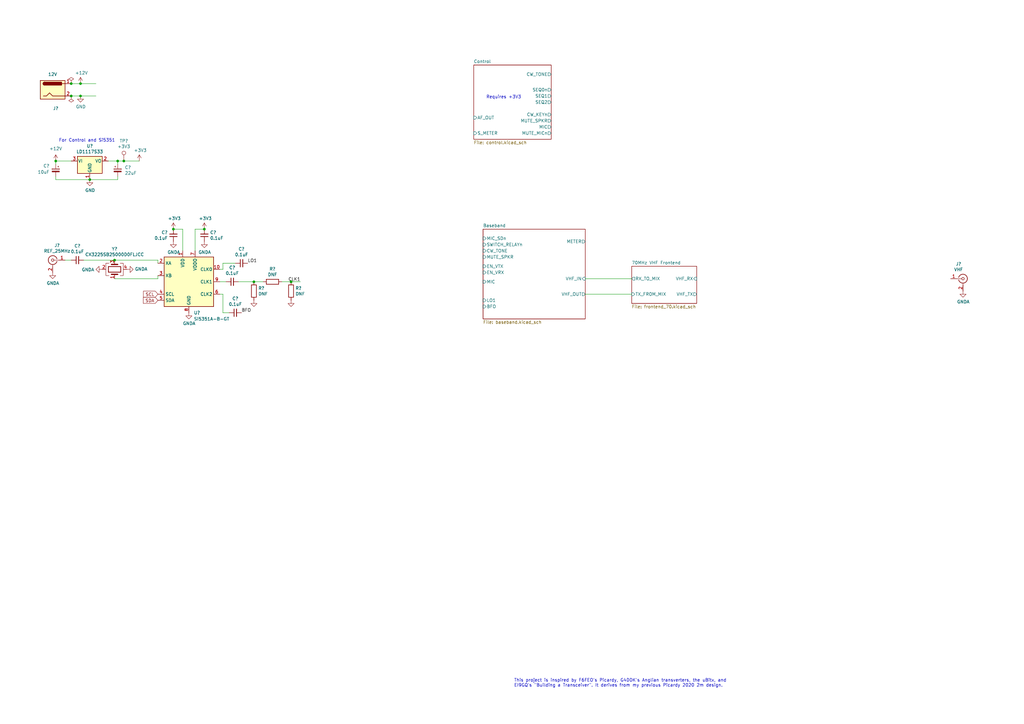
<source format=kicad_sch>
(kicad_sch (version 20211123) (generator eeschema)

  (uuid 7c83c304-769a-4be4-890e-297aba22b5b9)

  (paper "A3")

  (title_block
    (title "DART-70 TRX")
    (date "2023-01-19")
    (rev "0")
    (company "HB9EGM")
    (comment 1 "A 4m Band SSB/CW Transceiver")
  )

  

  (junction (at 191.77 -24.13) (diameter 0) (color 0 0 0 0)
    (uuid 0152b359-efb4-4746-8f92-d55aafcbed75)
  )
  (junction (at 177.8 -29.21) (diameter 0) (color 0 0 0 0)
    (uuid 0757afa3-c7b9-46d4-ab18-34655039a8b1)
  )
  (junction (at 29.21 34.29) (diameter 0) (color 0 0 0 0)
    (uuid 0a082e3d-5a37-45bf-9936-1925b33d6b4f)
  )
  (junction (at 314.96 -68.58) (diameter 0) (color 0 0 0 0)
    (uuid 0f37b587-17c8-4f47-b253-2cf37d019d4a)
  )
  (junction (at 104.14 115.57) (diameter 0) (color 0 0 0 0)
    (uuid 11ea7b85-b26d-4a7d-aaed-956352284452)
  )
  (junction (at 33.02 39.37) (diameter 0) (color 0 0 0 0)
    (uuid 1484c051-867b-42a2-ab15-344bd0f662a5)
  )
  (junction (at 48.26 66.04) (diameter 0) (color 0 0 0 0)
    (uuid 1c29ab88-8089-4a9f-b0ec-e0493fb70d1a)
  )
  (junction (at 33.02 34.29) (diameter 0) (color 0 0 0 0)
    (uuid 1fa90692-7773-42d6-8ba8-8ed55432226b)
  )
  (junction (at 191.77 -13.97) (diameter 0) (color 0 0 0 0)
    (uuid 24cf2881-22c9-4bae-ba47-4bf6b6501332)
  )
  (junction (at 29.21 39.37) (diameter 0) (color 0 0 0 0)
    (uuid 2bb5e7ab-7e6e-4e4b-8997-824caea277e9)
  )
  (junction (at 342.9 -60.96) (diameter 0) (color 0 0 0 0)
    (uuid 33f289fa-48b2-488e-ac1c-9e506fdc5998)
  )
  (junction (at 332.74 -60.96) (diameter 0) (color 0 0 0 0)
    (uuid 3a862fcc-728d-46ff-aba4-42ab7b8a4597)
  )
  (junction (at 71.12 93.98) (diameter 0) (color 0 0 0 0)
    (uuid 3c03082b-2981-4df2-bc33-6ce03d4158b2)
  )
  (junction (at 358.14 -60.96) (diameter 0) (color 0 0 0 0)
    (uuid 3d21ed2c-8af2-40b8-995b-0086b5ca387d)
  )
  (junction (at 83.82 93.98) (diameter 0) (color 0 0 0 0)
    (uuid 4049e650-6035-45af-a547-48a992b127be)
  )
  (junction (at 22.86 66.04) (diameter 0) (color 0 0 0 0)
    (uuid 547281cc-eb15-43de-9560-1b10e39a19ed)
  )
  (junction (at 314.96 -60.96) (diameter 0) (color 0 0 0 0)
    (uuid 57dc6ee5-bba6-4f16-804b-6425d5f6f958)
  )
  (junction (at 314.96 -13.97) (diameter 0) (color 0 0 0 0)
    (uuid 659cbda1-195b-4dee-97c3-18db29658531)
  )
  (junction (at 317.5 -26.67) (diameter 0) (color 0 0 0 0)
    (uuid 8bfbb559-df73-492c-ad12-a39947b8a2e2)
  )
  (junction (at 332.74 -68.58) (diameter 0) (color 0 0 0 0)
    (uuid 987a9aa5-4951-4afc-b306-454b5942bab1)
  )
  (junction (at 162.56 -115.57) (diameter 0) (color 0 0 0 0)
    (uuid 9a3fa19c-537d-4296-bb63-989030ca8dd5)
  )
  (junction (at 50.8 66.04) (diameter 0) (color 0 0 0 0)
    (uuid a99cd17b-9938-46df-92bb-88378a42ecd6)
  )
  (junction (at 119.38 115.57) (diameter 0) (color 0 0 0 0)
    (uuid a9fed849-c0d2-45ff-802c-7da3e4c52c0a)
  )
  (junction (at 173.99 -45.72) (diameter 0) (color 0 0 0 0)
    (uuid ae1a40c3-8b72-46ce-b51f-f66ab23f0401)
  )
  (junction (at 152.4 -107.95) (diameter 0) (color 0 0 0 0)
    (uuid aeb1da01-4a44-4c30-b05f-9cec7ebba856)
  )
  (junction (at 358.14 -68.58) (diameter 0) (color 0 0 0 0)
    (uuid b0bf6e1a-51f0-4f7d-a90d-b322f5d335e7)
  )
  (junction (at 36.83 73.66) (diameter 0) (color 0 0 0 0)
    (uuid b0c265f7-c716-45d5-8397-630db4d2cf65)
  )
  (junction (at 162.56 -102.87) (diameter 0) (color 0 0 0 0)
    (uuid b80a4902-9741-47e8-9dca-09d8045e2d8b)
  )
  (junction (at 342.9 -68.58) (diameter 0) (color 0 0 0 0)
    (uuid c8056791-56cd-4c36-8a94-cde805b65787)
  )
  (junction (at 158.75 -36.83) (diameter 0) (color 0 0 0 0)
    (uuid cf54eac6-4e22-42ca-9fa6-d7f7535b6530)
  )
  (junction (at 322.58 -19.05) (diameter 0) (color 0 0 0 0)
    (uuid d7598061-e53a-4897-bd5a-90ba110b288c)
  )
  (junction (at 322.58 -6.35) (diameter 0) (color 0 0 0 0)
    (uuid d8adb49f-2126-4723-8ce9-bf1a7117d37d)
  )
  (junction (at 177.8 -64.77) (diameter 0) (color 0 0 0 0)
    (uuid dc520be7-881a-4735-9002-cdc0b833e252)
  )
  (junction (at 177.8 -19.05) (diameter 0) (color 0 0 0 0)
    (uuid e4c71d8a-072b-43af-bb3d-19949410773e)
  )
  (junction (at 167.64 -57.15) (diameter 0) (color 0 0 0 0)
    (uuid eab8e06d-9f8a-4cc4-98b1-c84befd02f61)
  )
  (junction (at 46.99 106.68) (diameter 0) (color 0 0 0 0)
    (uuid f8c9e2c3-818f-482b-ad48-f9fb56a455b0)
  )
  (junction (at 158.75 -87.63) (diameter 0) (color 0 0 0 0)
    (uuid fce80799-beee-488e-8575-c5bbc1daac9f)
  )

  (wire (pts (xy 29.21 39.37) (xy 33.02 39.37))
    (stroke (width 0) (type default) (color 0 0 0 0))
    (uuid 002154dd-fd21-426e-8f51-d82382197384)
  )
  (wire (pts (xy 91.44 110.49) (xy 90.17 110.49))
    (stroke (width 0) (type default) (color 0 0 0 0))
    (uuid 05f6334e-7131-4999-b788-1681af60d6df)
  )
  (wire (pts (xy 240.03 120.65) (xy 259.08 120.65))
    (stroke (width 0) (type default) (color 0 0 0 0))
    (uuid 093571d4-0ca5-4839-b6c5-46bae251e367)
  )
  (wire (pts (xy 240.03 114.3) (xy 259.08 114.3))
    (stroke (width 0) (type default) (color 0 0 0 0))
    (uuid 0c548c29-4675-455c-b4eb-39554b0e0db8)
  )
  (wire (pts (xy 194.31 -13.97) (xy 191.77 -13.97))
    (stroke (width 0) (type default) (color 0 0 0 0))
    (uuid 0ddf1d64-9780-4d45-bbe9-e1ef7d2537e3)
  )
  (wire (pts (xy 332.74 -68.58) (xy 342.9 -68.58))
    (stroke (width 0) (type default) (color 0 0 0 0))
    (uuid 0f7e9d14-4334-4f32-bfe9-92fd215fb88d)
  )
  (wire (pts (xy 173.99 -45.72) (xy 170.18 -45.72))
    (stroke (width 0) (type default) (color 0 0 0 0))
    (uuid 1027526d-9981-4041-9e9b-7c2a66061466)
  )
  (wire (pts (xy 22.86 66.04) (xy 22.86 67.31))
    (stroke (width 0) (type default) (color 0 0 0 0))
    (uuid 11b5652b-07d3-428f-98d5-c354cf3693b1)
  )
  (wire (pts (xy 162.56 -45.72) (xy 158.75 -45.72))
    (stroke (width 0) (type default) (color 0 0 0 0))
    (uuid 141df3ac-0b03-40e1-a2cc-eb98174af7ef)
  )
  (wire (pts (xy 243.84 -16.51) (xy 255.27 -16.51))
    (stroke (width 0) (type default) (color 0 0 0 0))
    (uuid 16d650b6-9ff4-4a97-bbf7-5da504a0440c)
  )
  (wire (pts (xy 158.75 -45.72) (xy 158.75 -36.83))
    (stroke (width 0) (type default) (color 0 0 0 0))
    (uuid 17173695-2043-4565-af3d-54fde6f23867)
  )
  (wire (pts (xy 48.26 66.04) (xy 50.8 66.04))
    (stroke (width 0) (type default) (color 0 0 0 0))
    (uuid 17ba5b19-2b5b-474e-9c14-1c7d35991587)
  )
  (wire (pts (xy 314.96 -29.21) (xy 314.96 -26.67))
    (stroke (width 0) (type default) (color 0 0 0 0))
    (uuid 19f7333f-620c-4627-8d45-6f7912433af1)
  )
  (wire (pts (xy 173.99 -36.83) (xy 173.99 -45.72))
    (stroke (width 0) (type default) (color 0 0 0 0))
    (uuid 20eb0878-92ed-4715-9bf2-99507d350dbd)
  )
  (wire (pts (xy 342.9 -60.96) (xy 358.14 -60.96))
    (stroke (width 0) (type default) (color 0 0 0 0))
    (uuid 24640bcb-dde4-41fa-827c-efb027cf3aa6)
  )
  (wire (pts (xy 29.21 66.04) (xy 22.86 66.04))
    (stroke (width 0) (type default) (color 0 0 0 0))
    (uuid 28eca374-9b5c-4480-a1a6-52ddcbb57db2)
  )
  (wire (pts (xy 191.77 -24.13) (xy 173.99 -24.13))
    (stroke (width 0) (type default) (color 0 0 0 0))
    (uuid 2a561ed9-b296-4e6a-a0dd-6002fa7fffdc)
  )
  (wire (pts (xy 90.17 115.57) (xy 92.71 115.57))
    (stroke (width 0) (type default) (color 0 0 0 0))
    (uuid 2a86319a-5a94-4745-ad80-6b5c02f72e82)
  )
  (wire (pts (xy 156.21 -36.83) (xy 158.75 -36.83))
    (stroke (width 0) (type default) (color 0 0 0 0))
    (uuid 2fb14d37-de49-4570-be15-220be096d7ff)
  )
  (wire (pts (xy 314.96 -68.58) (xy 317.5 -68.58))
    (stroke (width 0) (type default) (color 0 0 0 0))
    (uuid 378fac25-9ec9-4372-af8a-b41e5bae02dc)
  )
  (wire (pts (xy 173.99 -29.21) (xy 177.8 -29.21))
    (stroke (width 0) (type default) (color 0 0 0 0))
    (uuid 3fa4ef37-d629-4ed6-8678-6d22f0acc54c)
  )
  (wire (pts (xy 173.99 -102.87) (xy 173.99 -113.03))
    (stroke (width 0) (type default) (color 0 0 0 0))
    (uuid 51a3f919-4f6b-4c1a-9e4b-219d7ae9f12e)
  )
  (wire (pts (xy 304.8 -13.97) (xy 314.96 -13.97))
    (stroke (width 0) (type default) (color 0 0 0 0))
    (uuid 52f536b5-e77f-4b31-8427-644dd3f72936)
  )
  (wire (pts (xy 33.02 39.37) (xy 39.37 39.37))
    (stroke (width 0) (type default) (color 0 0 0 0))
    (uuid 582ca415-c739-49c6-b2b7-df45a98331ed)
  )
  (wire (pts (xy 33.02 34.29) (xy 39.37 34.29))
    (stroke (width 0) (type default) (color 0 0 0 0))
    (uuid 6465c817-6f2e-4e62-ac9d-f9a1d93df9e1)
  )
  (wire (pts (xy 96.52 107.95) (xy 91.44 107.95))
    (stroke (width 0) (type default) (color 0 0 0 0))
    (uuid 64e90390-0f4c-4cc1-bafa-363ce23516e9)
  )
  (wire (pts (xy 184.15 -109.22) (xy 184.15 -102.87))
    (stroke (width 0) (type default) (color 0 0 0 0))
    (uuid 65756912-fb86-4307-8753-f20d3967afa2)
  )
  (wire (pts (xy 317.5 -19.05) (xy 322.58 -19.05))
    (stroke (width 0) (type default) (color 0 0 0 0))
    (uuid 65ab6ccc-834e-4fd9-b802-a3de5308499d)
  )
  (wire (pts (xy 91.44 128.27) (xy 91.44 120.65))
    (stroke (width 0) (type default) (color 0 0 0 0))
    (uuid 65dd0601-a23d-4c5d-b924-966fc498cbfc)
  )
  (wire (pts (xy 165.1 -57.15) (xy 167.64 -57.15))
    (stroke (width 0) (type default) (color 0 0 0 0))
    (uuid 679e7359-1f41-4157-820d-71e9fa92b9e8)
  )
  (wire (pts (xy 91.44 120.65) (xy 90.17 120.65))
    (stroke (width 0) (type default) (color 0 0 0 0))
    (uuid 699bee8c-8bc3-4aa6-b4ed-0aa4d255078a)
  )
  (wire (pts (xy 80.01 93.98) (xy 80.01 102.87))
    (stroke (width 0) (type default) (color 0 0 0 0))
    (uuid 6b09c60c-c53b-47dd-b8b8-94f682cd2086)
  )
  (wire (pts (xy 177.8 -29.21) (xy 180.34 -29.21))
    (stroke (width 0) (type default) (color 0 0 0 0))
    (uuid 6ff35c52-f80d-4be2-993f-5faaf533a8b1)
  )
  (wire (pts (xy 194.31 -24.13) (xy 191.77 -24.13))
    (stroke (width 0) (type default) (color 0 0 0 0))
    (uuid 77b9c30c-9aa4-44bc-be4c-6cd8ec0bcef5)
  )
  (wire (pts (xy 177.8 -45.72) (xy 173.99 -45.72))
    (stroke (width 0) (type default) (color 0 0 0 0))
    (uuid 78222957-541d-4b7c-b031-c5c616b778fa)
  )
  (wire (pts (xy 97.79 115.57) (xy 104.14 115.57))
    (stroke (width 0) (type default) (color 0 0 0 0))
    (uuid 7d4200e5-e280-4699-af56-048ba84247d3)
  )
  (wire (pts (xy 173.99 -19.05) (xy 177.8 -19.05))
    (stroke (width 0) (type default) (color 0 0 0 0))
    (uuid 8396b690-3bab-4fa7-9e71-06ce2998ca0e)
  )
  (wire (pts (xy 93.98 128.27) (xy 91.44 128.27))
    (stroke (width 0) (type default) (color 0 0 0 0))
    (uuid 8e0abe23-8e7e-48a9-af11-f26197bd8fbf)
  )
  (wire (pts (xy 22.86 72.39) (xy 22.86 73.66))
    (stroke (width 0) (type default) (color 0 0 0 0))
    (uuid 99f8394d-1325-4f0e-9ed0-19dceab6e1f9)
  )
  (wire (pts (xy 162.56 -102.87) (xy 158.75 -102.87))
    (stroke (width 0) (type default) (color 0 0 0 0))
    (uuid 9c52eb74-b8c8-4100-b844-c9be7c6d511d)
  )
  (wire (pts (xy 158.75 -87.63) (xy 158.75 -91.44))
    (stroke (width 0) (type default) (color 0 0 0 0))
    (uuid 9c9d09c2-fbb3-42fd-8022-a7107b60bdef)
  )
  (wire (pts (xy 83.82 93.98) (xy 80.01 93.98))
    (stroke (width 0) (type default) (color 0 0 0 0))
    (uuid 9d3a7a2b-8bae-4d82-8634-16a99f57e389)
  )
  (wire (pts (xy 177.8 -62.23) (xy 177.8 -64.77))
    (stroke (width 0) (type default) (color 0 0 0 0))
    (uuid 9f18b194-8748-47f0-aebf-8655660f6ba3)
  )
  (wire (pts (xy 162.56 -113.03) (xy 162.56 -115.57))
    (stroke (width 0) (type default) (color 0 0 0 0))
    (uuid a15bb254-7167-427e-9ec3-c4abcf53e5b1)
  )
  (wire (pts (xy 158.75 -99.06) (xy 158.75 -102.87))
    (stroke (width 0) (type default) (color 0 0 0 0))
    (uuid a5d8fc97-d7c1-4797-9d4b-768d4ee7add9)
  )
  (wire (pts (xy 177.8 -64.77) (xy 167.64 -64.77))
    (stroke (width 0) (type default) (color 0 0 0 0))
    (uuid a64d0ff6-4671-4b63-946a-c6b60f6772e2)
  )
  (wire (pts (xy 22.86 73.66) (xy 36.83 73.66))
    (stroke (width 0) (type default) (color 0 0 0 0))
    (uuid a69bb6f5-978b-49bb-9446-4ec9cfe4501e)
  )
  (wire (pts (xy 166.37 -87.63) (xy 158.75 -87.63))
    (stroke (width 0) (type default) (color 0 0 0 0))
    (uuid a731f80a-972f-45de-8f8a-42b0b7414eea)
  )
  (wire (pts (xy 57.15 66.04) (xy 50.8 66.04))
    (stroke (width 0) (type default) (color 0 0 0 0))
    (uuid a93dd5f3-ded3-42da-9f3d-78740a5a5bff)
  )
  (wire (pts (xy 304.8 -68.58) (xy 314.96 -68.58))
    (stroke (width 0) (type default) (color 0 0 0 0))
    (uuid b2bf2e05-3221-4db4-bda8-849a4532eddd)
  )
  (wire (pts (xy 322.58 -8.89) (xy 322.58 -6.35))
    (stroke (width 0) (type default) (color 0 0 0 0))
    (uuid b4949bee-fd9e-4c28-83dd-1d0b51850339)
  )
  (wire (pts (xy 177.8 -19.05) (xy 180.34 -19.05))
    (stroke (width 0) (type default) (color 0 0 0 0))
    (uuid bbc32856-07eb-4eaa-a774-dd368aed1682)
  )
  (wire (pts (xy 91.44 107.95) (xy 91.44 110.49))
    (stroke (width 0) (type default) (color 0 0 0 0))
    (uuid bcb20d96-4c0e-4c98-a263-0cdd41ab15e5)
  )
  (wire (pts (xy 154.94 -107.95) (xy 152.4 -107.95))
    (stroke (width 0) (type default) (color 0 0 0 0))
    (uuid c0a01a64-7d1b-472d-8880-567c93d125ef)
  )
  (wire (pts (xy 74.93 93.98) (xy 74.93 102.87))
    (stroke (width 0) (type default) (color 0 0 0 0))
    (uuid c24d03f2-5bff-4d74-88e5-481cd2f1e035)
  )
  (wire (pts (xy 189.23 -105.41) (xy 189.23 -102.87))
    (stroke (width 0) (type default) (color 0 0 0 0))
    (uuid c353b884-bf6e-4195-82d9-6e347a13f8f2)
  )
  (wire (pts (xy 304.8 -60.96) (xy 314.96 -60.96))
    (stroke (width 0) (type default) (color 0 0 0 0))
    (uuid c3ccffd0-5e76-4c65-89a9-fda2e5be31f6)
  )
  (wire (pts (xy 123.19 115.57) (xy 119.38 115.57))
    (stroke (width 0) (type default) (color 0 0 0 0))
    (uuid c48e879f-0b64-4f86-a8cf-003dbff29c4e)
  )
  (wire (pts (xy 107.95 115.57) (xy 104.14 115.57))
    (stroke (width 0) (type default) (color 0 0 0 0))
    (uuid cbbfb5e5-7e85-4367-b6a7-9b21fc6d9e17)
  )
  (wire (pts (xy 322.58 -6.35) (xy 314.96 -6.35))
    (stroke (width 0) (type default) (color 0 0 0 0))
    (uuid cc38d70f-19c1-4fb5-9f4f-506ef33fa169)
  )
  (wire (pts (xy 46.99 114.3) (xy 64.77 114.3))
    (stroke (width 0) (type default) (color 0 0 0 0))
    (uuid cc89f37d-2221-4ee8-a763-21432c733f93)
  )
  (wire (pts (xy 44.45 66.04) (xy 48.26 66.04))
    (stroke (width 0) (type default) (color 0 0 0 0))
    (uuid cdc3b2bb-9f60-476c-ac94-bf550b6e7b5e)
  )
  (wire (pts (xy 71.12 93.98) (xy 74.93 93.98))
    (stroke (width 0) (type default) (color 0 0 0 0))
    (uuid ceb52c7a-a12c-449a-be98-109b3a3bd409)
  )
  (wire (pts (xy 29.21 34.29) (xy 33.02 34.29))
    (stroke (width 0) (type default) (color 0 0 0 0))
    (uuid d18620ef-44b4-47e8-b939-bb0398e91c85)
  )
  (wire (pts (xy 64.77 106.68) (xy 64.77 107.95))
    (stroke (width 0) (type default) (color 0 0 0 0))
    (uuid d51dda35-7a1a-4d41-817a-7bb1f7f6ffd4)
  )
  (wire (pts (xy 149.86 -107.95) (xy 152.4 -107.95))
    (stroke (width 0) (type default) (color 0 0 0 0))
    (uuid d77b5383-1057-41f7-a864-97b50dcdeb67)
  )
  (wire (pts (xy 191.77 -13.97) (xy 173.99 -13.97))
    (stroke (width 0) (type default) (color 0 0 0 0))
    (uuid d9024b8b-b5ea-4176-a1e8-f745f68e348b)
  )
  (wire (pts (xy 166.37 -102.87) (xy 162.56 -102.87))
    (stroke (width 0) (type default) (color 0 0 0 0))
    (uuid db017b0a-0353-497a-a563-8390daa5d431)
  )
  (wire (pts (xy 36.83 73.66) (xy 48.26 73.66))
    (stroke (width 0) (type default) (color 0 0 0 0))
    (uuid e264f0d9-6386-4838-a810-81df8032f681)
  )
  (wire (pts (xy 332.74 -60.96) (xy 342.9 -60.96))
    (stroke (width 0) (type default) (color 0 0 0 0))
    (uuid e398653c-c0a3-4f5f-8e64-c2e4f2e156a7)
  )
  (wire (pts (xy 358.14 -60.96) (xy 368.3 -60.96))
    (stroke (width 0) (type default) (color 0 0 0 0))
    (uuid e52dd491-e671-4aa0-8f11-59505c0c6791)
  )
  (wire (pts (xy 358.14 -68.58) (xy 368.3 -68.58))
    (stroke (width 0) (type default) (color 0 0 0 0))
    (uuid e616422a-296c-4c3d-9126-d65d78ab0a16)
  )
  (wire (pts (xy 177.8 -52.07) (xy 177.8 -45.72))
    (stroke (width 0) (type default) (color 0 0 0 0))
    (uuid e95411a5-cb15-4bfe-9998-b0239dde6f5e)
  )
  (wire (pts (xy 119.38 115.57) (xy 115.57 115.57))
    (stroke (width 0) (type default) (color 0 0 0 0))
    (uuid ea6f4611-7eac-4b21-b232-fff65a738b95)
  )
  (wire (pts (xy 34.29 106.68) (xy 46.99 106.68))
    (stroke (width 0) (type default) (color 0 0 0 0))
    (uuid ea97e745-2bac-4983-a78b-499e0f8d7b6d)
  )
  (wire (pts (xy 314.96 -26.67) (xy 317.5 -26.67))
    (stroke (width 0) (type default) (color 0 0 0 0))
    (uuid eab9c503-3cd1-4ca1-95eb-dfcf3401efaa)
  )
  (wire (pts (xy 162.56 -115.57) (xy 152.4 -115.57))
    (stroke (width 0) (type default) (color 0 0 0 0))
    (uuid eb3550c5-55d7-4b5a-8fbc-509d8db76263)
  )
  (wire (pts (xy 29.21 106.68) (xy 26.67 106.68))
    (stroke (width 0) (type default) (color 0 0 0 0))
    (uuid f38fd353-54b3-403a-9387-7ff36888e6a9)
  )
  (wire (pts (xy 314.96 -60.96) (xy 332.74 -60.96))
    (stroke (width 0) (type default) (color 0 0 0 0))
    (uuid f4fd388d-525b-458c-9fc0-2f9761558457)
  )
  (wire (pts (xy 46.99 106.68) (xy 64.77 106.68))
    (stroke (width 0) (type default) (color 0 0 0 0))
    (uuid f7008c47-327e-4961-9c20-bbaf09b0d636)
  )
  (wire (pts (xy 64.77 114.3) (xy 64.77 113.03))
    (stroke (width 0) (type default) (color 0 0 0 0))
    (uuid f841e691-04bf-4057-bcb4-476ba3910c05)
  )
  (wire (pts (xy 48.26 72.39) (xy 48.26 73.66))
    (stroke (width 0) (type default) (color 0 0 0 0))
    (uuid fc244ca3-4412-44ac-b1f3-44d00d15b5ac)
  )
  (wire (pts (xy 170.18 -57.15) (xy 167.64 -57.15))
    (stroke (width 0) (type default) (color 0 0 0 0))
    (uuid ff109602-9cbf-44b4-9f41-7af8b1629863)
  )
  (wire (pts (xy 48.26 66.04) (xy 48.26 67.31))
    (stroke (width 0) (type default) (color 0 0 0 0))
    (uuid ffb99ea8-48c3-486c-94d4-7034e45d57f7)
  )

  (text "Requires +3V3" (at 199.39 40.64 0)
    (effects (font (size 1.27 1.27)) (justify left bottom))
    (uuid 116a8b96-c84a-4d0e-9efd-2c374598e9fc)
  )
  (text "5th order Chebychev\nCutoff 23MHz .. 34MHz\nBandpass Ripple 0.2dB"
    (at 321.31 -53.34 0)
    (effects (font (size 1.27 1.27)) (justify left bottom))
    (uuid 5683de0f-9986-4f35-9c26-10f4a2cf018a)
  )
  (text "TODO\nClarify GNDA vs GND\nMove LDOs to consumers\nAdd 4m PA / LNA with filter and antenna switching\n\nDONE\nReplace Anglian, remove one mixer stage\nPFET switch instead of relay\n"
    (at 0 -2.54 0)
    (effects (font (size 4 4)) (justify left bottom))
    (uuid bb2e7fd8-c90d-4499-afb3-dd966ff449a9)
  )
  (text "This project is inspired by F6FEO's Picardy, G4DDK's Anglian transverters, the uBitx, and\nEI9GQ's \"Building a Transceiver\". It derives from my previous Picardy 2020 2m design."
    (at 210.82 281.94 0)
    (effects (font (size 1.27 1.27)) (justify left bottom))
    (uuid cc99dfff-7e1c-41c9-90b0-50846ceea0a1)
  )
  (text "For Control and Si5351" (at 24.13 58.42 0)
    (effects (font (size 1.27 1.27)) (justify left bottom))
    (uuid f4edd5b2-72b4-45e8-b62f-fa9fad300bad)
  )

  (label "CLK1" (at 123.19 115.57 180)
    (effects (font (size 1.27 1.27)) (justify right bottom))
    (uuid 37559495-9dfc-4a54-80ee-fad84f20dc2a)
  )
  (label "+8V" (at 158.75 -26.67 180)
    (effects (font (size 1.27 1.27)) (justify right bottom))
    (uuid 71b17479-6c39-4753-b20d-a825c2451b12)
  )
  (label "EN_12VRX" (at 304.8 -13.97 0)
    (effects (font (size 1.27 1.27)) (justify left bottom))
    (uuid 80987d0c-872e-4888-9189-38df98179868)
  )
  (label "VHF_LO" (at 246.38 -16.51 0)
    (effects (font (size 1.27 1.27)) (justify left bottom))
    (uuid 8c29f5ca-49c7-4f16-ac34-557eb034e274)
  )
  (label "LO1" (at 101.6 107.95 0)
    (effects (font (size 1.27 1.27)) (justify left bottom))
    (uuid b1685444-7ed2-49f0-840b-5ade5d456940)
  )
  (label "+5V" (at 158.75 -16.51 180)
    (effects (font (size 1.27 1.27)) (justify right bottom))
    (uuid db1512d6-86ff-4ba1-93b7-50fbe567100d)
  )
  (label "BFO" (at 99.06 128.27 0)
    (effects (font (size 1.27 1.27)) (justify left bottom))
    (uuid e316d376-2303-43ce-9137-3f0af976260d)
  )

  (global_label "+8VRX" (shape output) (at 180.34 -29.21 0) (fields_autoplaced)
    (effects (font (size 1.27 1.27)) (justify left))
    (uuid 3417c179-abc1-4445-8bc4-05a59807c76e)
    (property "Intersheet References" "${INTERSHEET_REFS}" (id 0) (at -48.26 -134.62 0)
      (effects (font (size 1.27 1.27)) hide)
    )
  )
  (global_label "+5VRX" (shape output) (at 180.34 -19.05 0) (fields_autoplaced)
    (effects (font (size 1.27 1.27)) (justify left))
    (uuid 4b9d4d77-0d85-4888-ab24-4d18c007dda5)
    (property "Intersheet References" "${INTERSHEET_REFS}" (id 0) (at -48.26 -134.62 0)
      (effects (font (size 1.27 1.27)) hide)
    )
  )
  (global_label "SDA" (shape input) (at 64.77 123.19 180) (fields_autoplaced)
    (effects (font (size 1.27 1.27)) (justify right))
    (uuid 7b27748e-95b6-4e72-a559-44948dc7382e)
    (property "Intersheet References" "${INTERSHEET_REFS}" (id 0) (at -140.97 71.12 0)
      (effects (font (size 1.27 1.27)) hide)
    )
  )
  (global_label "+8VTX" (shape output) (at 194.31 -24.13 0) (fields_autoplaced)
    (effects (font (size 1.27 1.27)) (justify left))
    (uuid 844ba300-8900-4c41-ad3f-38f6b29543c7)
    (property "Intersheet References" "${INTERSHEET_REFS}" (id 0) (at -48.26 -134.62 0)
      (effects (font (size 1.27 1.27)) hide)
    )
  )
  (global_label "SCL" (shape input) (at 64.77 120.65 180) (fields_autoplaced)
    (effects (font (size 1.27 1.27)) (justify right))
    (uuid c9ecb380-e98f-45c6-b8cb-94efe9240021)
    (property "Intersheet References" "${INTERSHEET_REFS}" (id 0) (at -140.97 71.12 0)
      (effects (font (size 1.27 1.27)) hide)
    )
  )
  (global_label "+12VRX" (shape output) (at 327.66 -26.67 0) (fields_autoplaced)
    (effects (font (size 1.27 1.27)) (justify left))
    (uuid db9f82e4-09d6-4707-b385-45f3444d0874)
    (property "Intersheet References" "${INTERSHEET_REFS}" (id 0) (at 337.6326 -26.7494 0)
      (effects (font (size 1.27 1.27)) (justify left) hide)
    )
  )
  (global_label "+5VTX" (shape output) (at 194.31 -13.97 0) (fields_autoplaced)
    (effects (font (size 1.27 1.27)) (justify left))
    (uuid e3ebd44c-7a2f-46b8-928c-cac56d9f0924)
    (property "Intersheet References" "${INTERSHEET_REFS}" (id 0) (at -48.26 -134.62 0)
      (effects (font (size 1.27 1.27)) hide)
    )
  )

  (hierarchical_label "SWITCH_RELAYn" (shape input) (at 134.62 -107.95 180)
    (effects (font (size 1.27 1.27)) (justify right))
    (uuid a1830f45-f348-45e4-b2fb-0eb73dd068b0)
  )
  (hierarchical_label "SWITCH_5V_8V_TXn" (shape input) (at 149.86 -57.15 180)
    (effects (font (size 1.27 1.27)) (justify right))
    (uuid f9d59956-b4fc-4978-be04-3901b5e6face)
  )

  (symbol (lib_id "Diode:1N4148W") (at 166.37 -45.72 180) (unit 1)
    (in_bom yes) (on_board yes)
    (uuid 023c7d59-e0da-44fc-98f8-8b5141ecf6ca)
    (property "Reference" "D?" (id 0) (at 166.37 -51.2318 0))
    (property "Value" "1N4148W" (id 1) (at 166.37 -48.9204 0))
    (property "Footprint" "Diode_SMD:D_SOD-123F" (id 2) (at 166.37 -50.165 0)
      (effects (font (size 1.27 1.27)) hide)
    )
    (property "Datasheet" "https://www.vishay.com/docs/85748/1n4148w.pdf" (id 3) (at 166.37 -45.72 0)
      (effects (font (size 1.27 1.27)) hide)
    )
    (property "MPN" "1N4148W" (id 4) (at 166.37 -45.72 0)
      (effects (font (size 1.27 1.27)) hide)
    )
    (property "Need_order" "" (id 5) (at 166.37 -45.72 0)
      (effects (font (size 1.27 1.27)) hide)
    )
    (pin "1" (uuid 79f54e10-404a-4de1-bd69-17d4636a35a2))
    (pin "2" (uuid 3905c18b-1d10-4d37-9e0c-05d99347c5da))
  )

  (symbol (lib_id "Device:L") (at 314.96 -64.77 0) (unit 1)
    (in_bom yes) (on_board yes) (fields_autoplaced)
    (uuid 059bfdce-a55c-480c-b03f-871866a73262)
    (property "Reference" "L?" (id 0) (at 316.23 -66.0401 0)
      (effects (font (size 1.27 1.27)) (justify left))
    )
    (property "Value" "82nH" (id 1) (at 316.23 -63.5001 0)
      (effects (font (size 1.27 1.27)) (justify left))
    )
    (property "Footprint" "Inductor_SMD:L_0805_2012Metric_Pad1.15x1.40mm_HandSolder" (id 2) (at 314.96 -64.77 0)
      (effects (font (size 1.27 1.27)) hide)
    )
    (property "Datasheet" "~" (id 3) (at 314.96 -64.77 0)
      (effects (font (size 1.27 1.27)) hide)
    )
    (property "MPN" "LQW2BAS82NJ00L" (id 4) (at 314.96 -64.77 0)
      (effects (font (size 1.27 1.27)) hide)
    )
    (property "Need_order" "1" (id 5) (at 314.96 -64.77 0)
      (effects (font (size 1.27 1.27)) hide)
    )
    (pin "1" (uuid 54f3b96d-33bd-4085-8f53-1d6b747b4816))
    (pin "2" (uuid 477f305f-c65c-4848-b1cf-0a0d40a9c67d))
  )

  (symbol (lib_id "power:+3.3V") (at 83.82 93.98 0) (unit 1)
    (in_bom yes) (on_board yes)
    (uuid 0a66f684-42c8-4454-8b00-30b8c4ea5d56)
    (property "Reference" "#PWR?" (id 0) (at 83.82 97.79 0)
      (effects (font (size 1.27 1.27)) hide)
    )
    (property "Value" "+3.3V" (id 1) (at 84.201 89.5858 0))
    (property "Footprint" "" (id 2) (at 83.82 93.98 0)
      (effects (font (size 1.27 1.27)) hide)
    )
    (property "Datasheet" "" (id 3) (at 83.82 93.98 0)
      (effects (font (size 1.27 1.27)) hide)
    )
    (pin "1" (uuid 2b1c22a2-3bee-4d20-b723-68da98a1fc64))
  )

  (symbol (lib_id "Diode:1N4148W") (at 158.75 -95.25 270) (unit 1)
    (in_bom yes) (on_board yes)
    (uuid 0df0aab9-ac02-434a-ad22-72c07912fcd6)
    (property "Reference" "D?" (id 0) (at 156.718 -96.4184 90)
      (effects (font (size 1.27 1.27)) (justify right))
    )
    (property "Value" "1N4148W" (id 1) (at 156.718 -94.107 90)
      (effects (font (size 1.27 1.27)) (justify right))
    )
    (property "Footprint" "Diode_SMD:D_SOD-123F" (id 2) (at 154.305 -95.25 0)
      (effects (font (size 1.27 1.27)) hide)
    )
    (property "Datasheet" "https://www.vishay.com/docs/85748/1n4148w.pdf" (id 3) (at 158.75 -95.25 0)
      (effects (font (size 1.27 1.27)) hide)
    )
    (property "MPN" "1N4148W" (id 4) (at 158.75 -95.25 0)
      (effects (font (size 1.27 1.27)) hide)
    )
    (property "Need_order" "" (id 5) (at 158.75 -95.25 0)
      (effects (font (size 1.27 1.27)) hide)
    )
    (pin "1" (uuid 5c5c790b-1c44-4cb1-8226-1bfb0bd2a8cb))
    (pin "2" (uuid f94adeab-23ff-4f9e-a9a3-6819d19ee090))
  )

  (symbol (lib_id "Device:R") (at 167.64 -60.96 0) (unit 1)
    (in_bom yes) (on_board yes)
    (uuid 134dd1ad-afc9-4161-b3c6-831b9caf39cb)
    (property "Reference" "R?" (id 0) (at 169.418 -62.1284 0)
      (effects (font (size 1.27 1.27)) (justify left))
    )
    (property "Value" "4k7" (id 1) (at 169.418 -59.817 0)
      (effects (font (size 1.27 1.27)) (justify left))
    )
    (property "Footprint" "Resistor_SMD:R_0603_1608Metric_Pad1.05x0.95mm_HandSolder" (id 2) (at 165.862 -60.96 90)
      (effects (font (size 1.27 1.27)) hide)
    )
    (property "Datasheet" "~" (id 3) (at 167.64 -60.96 0)
      (effects (font (size 1.27 1.27)) hide)
    )
    (property "Need_order" "" (id 4) (at 167.64 -60.96 0)
      (effects (font (size 1.27 1.27)) hide)
    )
    (pin "1" (uuid 11d8872f-1b38-4916-a5b3-713e58624bf6))
    (pin "2" (uuid bc5a49fd-eaea-4523-b32f-2afe4b8ecbd5))
  )

  (symbol (lib_id "power:GNDA") (at 77.47 128.27 0) (unit 1)
    (in_bom yes) (on_board yes)
    (uuid 15141d00-2169-455b-946f-57f60b1f9d23)
    (property "Reference" "#PWR?" (id 0) (at 77.47 134.62 0)
      (effects (font (size 1.27 1.27)) hide)
    )
    (property "Value" "GNDA" (id 1) (at 77.597 132.6642 0))
    (property "Footprint" "" (id 2) (at 77.47 128.27 0)
      (effects (font (size 1.27 1.27)) hide)
    )
    (property "Datasheet" "" (id 3) (at 77.47 128.27 0)
      (effects (font (size 1.27 1.27)) hide)
    )
    (pin "1" (uuid 05bccfcd-5ecd-4a29-baec-9be101d2d22a))
  )

  (symbol (lib_id "power:PWR_FLAG") (at 29.21 34.29 0) (unit 1)
    (in_bom yes) (on_board yes)
    (uuid 17f19d51-1d48-4b41-9e1f-1ae8f8799dc5)
    (property "Reference" "#FLG?" (id 0) (at 29.21 32.385 0)
      (effects (font (size 1.27 1.27)) hide)
    )
    (property "Value" "PWR_FLAG" (id 1) (at 29.21 31.0642 90)
      (effects (font (size 1.27 1.27)) (justify left) hide)
    )
    (property "Footprint" "" (id 2) (at 29.21 34.29 0)
      (effects (font (size 1.27 1.27)) hide)
    )
    (property "Datasheet" "~" (id 3) (at 29.21 34.29 0)
      (effects (font (size 1.27 1.27)) hide)
    )
    (pin "1" (uuid b075df74-cc2c-4cf8-b10c-4a6f9df277a3))
  )

  (symbol (lib_id "Device:C") (at 332.74 -64.77 0) (unit 1)
    (in_bom yes) (on_board yes)
    (uuid 1a2f8f90-1bf0-4430-a952-447801ded9d0)
    (property "Reference" "C?" (id 0) (at 335.661 -65.9384 0)
      (effects (font (size 1.27 1.27)) (justify left))
    )
    (property "Value" "680pF" (id 1) (at 335.661 -63.627 0)
      (effects (font (size 1.27 1.27)) (justify left))
    )
    (property "Footprint" "Capacitor_SMD:C_0603_1608Metric_Pad1.05x0.95mm_HandSolder" (id 2) (at 333.7052 -60.96 0)
      (effects (font (size 1.27 1.27)) hide)
    )
    (property "Datasheet" "~" (id 3) (at 332.74 -64.77 0)
      (effects (font (size 1.27 1.27)) hide)
    )
    (property "MPN" "" (id 4) (at 332.74 -64.77 0)
      (effects (font (size 1.27 1.27)) hide)
    )
    (property "Need_order" "1" (id 5) (at 332.74 -64.77 0)
      (effects (font (size 1.27 1.27)) hide)
    )
    (pin "1" (uuid 7836fd34-c096-4ce5-a173-7f0008dc3019))
    (pin "2" (uuid 09723223-bc98-4871-b146-19568f3cb545))
  )

  (symbol (lib_id "Transistor_FET:IRF7309IPBF") (at 320.04 -13.97 0) (unit 1)
    (in_bom yes) (on_board yes) (fields_autoplaced)
    (uuid 1a45911e-c79d-47cc-b39e-1f0c6d42a0a1)
    (property "Reference" "Q?" (id 0) (at 326.39 -13.9701 0)
      (effects (font (size 1.27 1.27)) (justify left))
    )
    (property "Value" "IRF7309IPBF" (id 1) (at 326.39 -12.7001 0)
      (effects (font (size 1.27 1.27)) (justify left) hide)
    )
    (property "Footprint" "Package_SO:SOIC-8_3.9x4.9mm_P1.27mm" (id 2) (at 325.12 -12.065 0)
      (effects (font (size 1.27 1.27)) (justify left) hide)
    )
    (property "Datasheet" "http://www.irf.com/product-info/datasheets/data/irf7309ipbf.pdf" (id 3) (at 322.58 -13.97 0)
      (effects (font (size 1.27 1.27)) (justify left) hide)
    )
    (pin "1" (uuid ffc7224c-34c5-4ee6-b916-f21ed40aee73))
    (pin "2" (uuid ee12bc96-a887-4d64-bbbd-73eba27f108f))
    (pin "7" (uuid d2cb9278-9ab8-4d00-8ea4-7c617d607281))
    (pin "8" (uuid 400fcf0d-f9d7-44ef-8b60-5390ace80808))
    (pin "3" (uuid ba8cc049-c105-4de1-878b-b1dbe6de7d57))
    (pin "4" (uuid 4e37fb9e-80ab-4142-a214-915c8a797024))
    (pin "5" (uuid d21acb24-22d5-4f00-99de-a550b2e303b5))
    (pin "6" (uuid 97974bf9-8a18-4bae-af65-2a4432a530f7))
  )

  (symbol (lib_id "Transistor_BJT:BC856W") (at 175.26 -57.15 0) (mirror x) (unit 1)
    (in_bom yes) (on_board yes)
    (uuid 1c1b5978-c667-4e8a-8a4f-0d7426b01ab8)
    (property "Reference" "Q?" (id 0) (at 180.086 -58.3184 0)
      (effects (font (size 1.27 1.27)) (justify left))
    )
    (property "Value" "BC856W" (id 1) (at 180.086 -56.007 0)
      (effects (font (size 1.27 1.27)) (justify left))
    )
    (property "Footprint" "Package_TO_SOT_SMD:SOT-323_SC-70" (id 2) (at 180.34 -59.055 0)
      (effects (font (size 1.27 1.27) italic) (justify left) hide)
    )
    (property "Datasheet" "http://www.fairchildsemi.com/ds/BC/BC856.pdf" (id 3) (at 175.26 -57.15 0)
      (effects (font (size 1.27 1.27)) (justify left) hide)
    )
    (property "MPN" "BC856W" (id 4) (at 175.26 -57.15 0)
      (effects (font (size 1.27 1.27)) hide)
    )
    (property "Need_order" "" (id 5) (at 175.26 -57.15 0)
      (effects (font (size 1.27 1.27)) hide)
    )
    (pin "1" (uuid 97145c99-6fe4-4054-8c53-38dc520dfd85))
    (pin "2" (uuid 2022a07e-1db3-442a-a2c2-f8f2af28a504))
    (pin "3" (uuid 1bf023ab-8e17-4c21-a059-723a0ffb063b))
  )

  (symbol (lib_id "Device:C_Small") (at 99.06 107.95 90) (unit 1)
    (in_bom yes) (on_board yes)
    (uuid 1f22f568-466b-4986-a14d-fd6fd88e1a92)
    (property "Reference" "C?" (id 0) (at 99.06 102.1334 90))
    (property "Value" "0.1uF" (id 1) (at 99.06 104.4448 90))
    (property "Footprint" "Capacitor_SMD:C_0603_1608Metric_Pad1.05x0.95mm_HandSolder" (id 2) (at 99.06 107.95 0)
      (effects (font (size 1.27 1.27)) hide)
    )
    (property "Datasheet" "~" (id 3) (at 99.06 107.95 0)
      (effects (font (size 1.27 1.27)) hide)
    )
    (property "MPN" "GRM188R71H104KA93D" (id 4) (at 99.06 107.95 0)
      (effects (font (size 1.27 1.27)) hide)
    )
    (property "Need_order" "" (id 5) (at 99.06 107.95 0)
      (effects (font (size 1.27 1.27)) hide)
    )
    (pin "1" (uuid 8fabf0b6-bf9e-4449-bba3-d9b551e56598))
    (pin "2" (uuid 3784a66d-521d-4a8e-af7c-0c11a9705603))
  )

  (symbol (lib_id "Connector:TestPoint") (at 191.77 -24.13 0) (unit 1)
    (in_bom yes) (on_board yes)
    (uuid 1f5a6f82-9529-48d1-a331-c369b700b519)
    (property "Reference" "TP?" (id 0) (at 191.77 -30.0482 0))
    (property "Value" "8VTX" (id 1) (at 191.77 -32.3596 0))
    (property "Footprint" "TestPoint:TestPoint_Pad_D1.5mm" (id 2) (at 196.85 -24.13 0)
      (effects (font (size 1.27 1.27)) hide)
    )
    (property "Datasheet" "~" (id 3) (at 196.85 -24.13 0)
      (effects (font (size 1.27 1.27)) hide)
    )
    (property "Need_order" "" (id 4) (at 191.77 -24.13 0)
      (effects (font (size 1.27 1.27)) hide)
    )
    (pin "1" (uuid 483de644-ec56-4547-ab7f-53d0be4ade3a))
  )

  (symbol (lib_id "power:GNDA") (at 71.12 99.06 0) (unit 1)
    (in_bom yes) (on_board yes)
    (uuid 1ff30586-c262-43a9-8e43-b3210a14f902)
    (property "Reference" "#PWR?" (id 0) (at 71.12 105.41 0)
      (effects (font (size 1.27 1.27)) hide)
    )
    (property "Value" "GNDA" (id 1) (at 71.247 103.4542 0))
    (property "Footprint" "" (id 2) (at 71.12 99.06 0)
      (effects (font (size 1.27 1.27)) hide)
    )
    (property "Datasheet" "" (id 3) (at 71.12 99.06 0)
      (effects (font (size 1.27 1.27)) hide)
    )
    (pin "1" (uuid 232e4c6f-ba1f-4c81-a477-65be299f183e))
  )

  (symbol (lib_id "Oscillator:Si5351A-B-GT") (at 77.47 115.57 0) (unit 1)
    (in_bom yes) (on_board yes) (fields_autoplaced)
    (uuid 21b72678-ff29-4b0c-910b-e8cac72cc05c)
    (property "Reference" "U?" (id 0) (at 79.4894 128.27 0)
      (effects (font (size 1.27 1.27)) (justify left))
    )
    (property "Value" "Si5351A-B-GT" (id 1) (at 79.4894 130.81 0)
      (effects (font (size 1.27 1.27)) (justify left))
    )
    (property "Footprint" "Package_SO:MSOP-10_3x3mm_P0.5mm" (id 2) (at 77.47 135.89 0)
      (effects (font (size 1.27 1.27)) hide)
    )
    (property "Datasheet" "https://www.silabs.com/documents/public/data-sheets/Si5351-B.pdf" (id 3) (at 68.58 118.11 0)
      (effects (font (size 1.27 1.27)) hide)
    )
    (property "MPN" "Si5351A-B-GT" (id 4) (at 77.47 115.57 0)
      (effects (font (size 1.27 1.27)) hide)
    )
    (property "Need_order" "" (id 5) (at 77.47 115.57 0)
      (effects (font (size 1.27 1.27)) hide)
    )
    (pin "1" (uuid 37ddf7ae-2fb0-4bba-9e77-0f14b9f3abc8))
    (pin "10" (uuid 0e4345a9-f908-4029-a0c6-352a6d6f74e2))
    (pin "2" (uuid 81683aef-4d22-4b74-87d6-4e0aae7316df))
    (pin "3" (uuid 3716f086-72e4-4820-9f4d-a2aa6817b89d))
    (pin "4" (uuid 3686fff4-6db1-4790-aa68-cd0dfe74238a))
    (pin "5" (uuid f4a3824a-1048-4060-936e-4ec3370c7965))
    (pin "6" (uuid 791b11cd-ebde-4cca-920c-34abbba025e3))
    (pin "7" (uuid 2709b76d-48d1-4a55-89e5-8584738a440f))
    (pin "8" (uuid eb634f5b-d996-405b-b6d0-39f6de663c26))
    (pin "9" (uuid 084ff32c-1d20-4730-a669-d359f0144400))
  )

  (symbol (lib_id "Device:R") (at 104.14 119.38 0) (unit 1)
    (in_bom yes) (on_board yes)
    (uuid 2359bb52-c517-40a0-91cc-c52df5063959)
    (property "Reference" "R?" (id 0) (at 105.918 118.2116 0)
      (effects (font (size 1.27 1.27)) (justify left))
    )
    (property "Value" "DNF" (id 1) (at 105.918 120.523 0)
      (effects (font (size 1.27 1.27)) (justify left))
    )
    (property "Footprint" "Resistor_SMD:R_0603_1608Metric_Pad1.05x0.95mm_HandSolder" (id 2) (at 102.362 119.38 90)
      (effects (font (size 1.27 1.27)) hide)
    )
    (property "Datasheet" "~" (id 3) (at 104.14 119.38 0)
      (effects (font (size 1.27 1.27)) hide)
    )
    (property "Need_order" "" (id 4) (at 104.14 119.38 0)
      (effects (font (size 1.27 1.27)) hide)
    )
    (pin "1" (uuid ba9ee4ad-a586-469b-9b71-16552315d426))
    (pin "2" (uuid dc6404f1-f3e6-4f85-999e-64b57f65807f))
  )

  (symbol (lib_id "power:+3.3V") (at 57.15 66.04 0) (unit 1)
    (in_bom yes) (on_board yes)
    (uuid 297fb073-feb7-4cde-a10e-a6cf257a47de)
    (property "Reference" "#PWR?" (id 0) (at 57.15 69.85 0)
      (effects (font (size 1.27 1.27)) hide)
    )
    (property "Value" "+3.3V" (id 1) (at 57.531 61.6458 0))
    (property "Footprint" "" (id 2) (at 57.15 66.04 0)
      (effects (font (size 1.27 1.27)) hide)
    )
    (property "Datasheet" "" (id 3) (at 57.15 66.04 0)
      (effects (font (size 1.27 1.27)) hide)
    )
    (pin "1" (uuid 5430bfbb-ddd1-4286-a6e6-a514e47d8b0b))
  )

  (symbol (lib_id "Device:C_Small") (at 71.12 96.52 180) (unit 1)
    (in_bom yes) (on_board yes)
    (uuid 35f82547-5ee1-4384-9d87-cf5e2a8d5d62)
    (property "Reference" "C?" (id 0) (at 68.8086 95.3516 0)
      (effects (font (size 1.27 1.27)) (justify left))
    )
    (property "Value" "0.1uF" (id 1) (at 68.8086 97.663 0)
      (effects (font (size 1.27 1.27)) (justify left))
    )
    (property "Footprint" "Capacitor_SMD:C_0603_1608Metric_Pad1.05x0.95mm_HandSolder" (id 2) (at 71.12 96.52 0)
      (effects (font (size 1.27 1.27)) hide)
    )
    (property "Datasheet" "~" (id 3) (at 71.12 96.52 0)
      (effects (font (size 1.27 1.27)) hide)
    )
    (property "MPN" "GRM188R71H104KA93D" (id 4) (at 71.12 96.52 0)
      (effects (font (size 1.27 1.27)) hide)
    )
    (property "Need_order" "" (id 5) (at 71.12 96.52 0)
      (effects (font (size 1.27 1.27)) hide)
    )
    (pin "1" (uuid 280086f9-0e32-41be-b3cd-bf2126b26695))
    (pin "2" (uuid 552da922-8eb6-4213-9f89-0553ddbd9cbf))
  )

  (symbol (lib_id "Relay:G6K-2") (at 166.37 -26.67 270) (unit 1)
    (in_bom yes) (on_board yes)
    (uuid 3c35e8c1-44a3-4695-8d74-5e45cb8dd1ff)
    (property "Reference" "K?" (id 0) (at 166.37 -9.525 90))
    (property "Value" "G6K-2F-RF-3V" (id 1) (at 166.37 -7.2136 90))
    (property "Footprint" "Relay_SMD:Relay_DPDT_Omron_G6K-2F" (id 2) (at 166.37 -26.67 0)
      (effects (font (size 1.27 1.27)) (justify left) hide)
    )
    (property "Datasheet" "http://omronfs.omron.com/en_US/ecb/products/pdf/en-g6k.pdf" (id 3) (at 166.37 -26.67 0)
      (effects (font (size 1.27 1.27)) hide)
    )
    (property "Need_order" "" (id 4) (at 166.37 -26.67 0)
      (effects (font (size 1.27 1.27)) hide)
    )
    (pin "1" (uuid e885c2b8-c9d4-4248-9d3c-b625c673f9eb))
    (pin "2" (uuid 0c4f72e5-24a5-4e5c-ba49-9d3d5e7b9524))
    (pin "3" (uuid 1613b207-2cb1-45ed-b2d1-ef4398eb519d))
    (pin "4" (uuid 64f2e3b1-a99a-42ff-94cc-30ca80471c0e))
    (pin "5" (uuid b9dce9ae-685e-4a3f-bc16-f250603a3acf))
    (pin "6" (uuid 2a6c5322-ecc7-417d-8ebb-fcd6fbf83ae3))
    (pin "7" (uuid 6da52200-5e0b-4c58-b6a1-3ffa80c9699d))
    (pin "8" (uuid c0745940-3b6a-4043-8b0f-32612edd27ee))
  )

  (symbol (lib_id "power:GNDA") (at 322.58 -6.35 0) (unit 1)
    (in_bom yes) (on_board yes)
    (uuid 3f3f3534-00ec-405e-984b-da7c1864ba7b)
    (property "Reference" "#PWR?" (id 0) (at 322.58 0 0)
      (effects (font (size 1.27 1.27)) hide)
    )
    (property "Value" "GNDA" (id 1) (at 322.707 -3.1242 90)
      (effects (font (size 1.27 1.27)) (justify right) hide)
    )
    (property "Footprint" "" (id 2) (at 322.58 -6.35 0)
      (effects (font (size 1.27 1.27)) hide)
    )
    (property "Datasheet" "" (id 3) (at 322.58 -6.35 0)
      (effects (font (size 1.27 1.27)) hide)
    )
    (pin "1" (uuid 455bfd34-5ff9-4ba5-bbee-2c191c145d16))
  )

  (symbol (lib_id "power:GNDA") (at 156.21 -36.83 270) (unit 1)
    (in_bom yes) (on_board yes)
    (uuid 40ac236b-301e-4f09-a631-52a0ac071b48)
    (property "Reference" "#PWR?" (id 0) (at 149.86 -36.83 0)
      (effects (font (size 1.27 1.27)) hide)
    )
    (property "Value" "GNDA" (id 1) (at 152.9842 -36.703 90)
      (effects (font (size 1.27 1.27)) (justify right))
    )
    (property "Footprint" "" (id 2) (at 156.21 -36.83 0)
      (effects (font (size 1.27 1.27)) hide)
    )
    (property "Datasheet" "" (id 3) (at 156.21 -36.83 0)
      (effects (font (size 1.27 1.27)) hide)
    )
    (pin "1" (uuid fbdc9964-d972-48ca-840a-59e3a8ed64bc))
  )

  (symbol (lib_id "Device:C_Small") (at 96.52 128.27 90) (unit 1)
    (in_bom yes) (on_board yes)
    (uuid 4bd65841-7f6a-4f26-bc87-266b63332476)
    (property "Reference" "C?" (id 0) (at 96.52 122.4534 90))
    (property "Value" "0.1uF" (id 1) (at 96.52 124.7648 90))
    (property "Footprint" "Capacitor_SMD:C_0603_1608Metric_Pad1.05x0.95mm_HandSolder" (id 2) (at 96.52 128.27 0)
      (effects (font (size 1.27 1.27)) hide)
    )
    (property "Datasheet" "~" (id 3) (at 96.52 128.27 0)
      (effects (font (size 1.27 1.27)) hide)
    )
    (property "MPN" "GRM188R71H104KA93D" (id 4) (at 96.52 128.27 0)
      (effects (font (size 1.27 1.27)) hide)
    )
    (property "Need_order" "" (id 5) (at 96.52 128.27 0)
      (effects (font (size 1.27 1.27)) hide)
    )
    (pin "1" (uuid d4c7a479-372b-4302-844a-01fce246f805))
    (pin "2" (uuid f480cd12-f699-4529-ad30-1b027180f0be))
  )

  (symbol (lib_id "Device:C") (at 346.71 -68.58 90) (unit 1)
    (in_bom yes) (on_board yes) (fields_autoplaced)
    (uuid 4d261602-597b-425d-bfad-b534ed4dce7c)
    (property "Reference" "C?" (id 0) (at 346.71 -76.2 90))
    (property "Value" "33pF" (id 1) (at 346.71 -73.66 90))
    (property "Footprint" "Capacitor_SMD:C_0603_1608Metric_Pad1.05x0.95mm_HandSolder" (id 2) (at 350.52 -69.5452 0)
      (effects (font (size 1.27 1.27)) hide)
    )
    (property "Datasheet" "~" (id 3) (at 346.71 -68.58 0)
      (effects (font (size 1.27 1.27)) hide)
    )
    (property "MPN" "CBR" (id 4) (at 346.71 -68.58 0)
      (effects (font (size 1.27 1.27)) hide)
    )
    (property "Need_order" "0" (id 5) (at 346.71 -68.58 0)
      (effects (font (size 1.27 1.27)) hide)
    )
    (pin "1" (uuid 6dfe5d80-8f20-4050-8322-ce69950faa82))
    (pin "2" (uuid 67c68cd1-58bf-4b40-b22b-fe672603db52))
  )

  (symbol (lib_id "Device:C_Polarized_Small") (at 48.26 69.85 0) (unit 1)
    (in_bom yes) (on_board yes)
    (uuid 4f85864b-dffa-48c5-a3ea-03c083def1f8)
    (property "Reference" "C?" (id 0) (at 51.181 68.6816 0)
      (effects (font (size 1.27 1.27)) (justify left))
    )
    (property "Value" "22uF" (id 1) (at 51.181 70.993 0)
      (effects (font (size 1.27 1.27)) (justify left))
    )
    (property "Footprint" "Capacitor_SMD:C_1210_3225Metric_Pad1.42x2.65mm_HandSolder" (id 2) (at 48.26 69.85 0)
      (effects (font (size 1.27 1.27)) hide)
    )
    (property "Datasheet" "~" (id 3) (at 48.26 69.85 0)
      (effects (font (size 1.27 1.27)) hide)
    )
    (property "MPN" "stash tantalum" (id 4) (at 48.26 69.85 0)
      (effects (font (size 1.27 1.27)) hide)
    )
    (property "Need_order" "" (id 5) (at 48.26 69.85 0)
      (effects (font (size 1.27 1.27)) hide)
    )
    (property "OriginalValue" "" (id 6) (at 48.26 69.85 0)
      (effects (font (size 1.27 1.27)) hide)
    )
    (pin "1" (uuid 0e42e104-dcdc-406d-98c2-e11733a0f186))
    (pin "2" (uuid 1b475c61-5ed3-4f7a-a844-4a29a578ad64))
  )

  (symbol (lib_id "Device:R") (at 161.29 -57.15 270) (unit 1)
    (in_bom yes) (on_board yes)
    (uuid 57d4f4ed-6e5f-4e11-adb3-12348adf79c1)
    (property "Reference" "R?" (id 0) (at 161.29 -62.4078 90))
    (property "Value" "100" (id 1) (at 161.29 -60.0964 90))
    (property "Footprint" "Resistor_SMD:R_0603_1608Metric_Pad1.05x0.95mm_HandSolder" (id 2) (at 161.29 -58.928 90)
      (effects (font (size 1.27 1.27)) hide)
    )
    (property "Datasheet" "~" (id 3) (at 161.29 -57.15 0)
      (effects (font (size 1.27 1.27)) hide)
    )
    (property "Need_order" "" (id 4) (at 161.29 -57.15 0)
      (effects (font (size 1.27 1.27)) hide)
    )
    (pin "1" (uuid 35c1c64b-c0ec-41a9-8f83-d42984067618))
    (pin "2" (uuid 84234236-5ead-4d66-87e8-a03697d6266e))
  )

  (symbol (lib_id "Connector:Barrel_Jack") (at 21.59 36.83 0) (unit 1)
    (in_bom yes) (on_board yes)
    (uuid 677314cf-085c-44b6-bb48-31621b837e1c)
    (property "Reference" "J?" (id 0) (at 22.86 44.45 0))
    (property "Value" "12V" (id 1) (at 21.59 30.48 0))
    (property "Footprint" "" (id 2) (at 22.86 37.846 0)
      (effects (font (size 1.27 1.27)) hide)
    )
    (property "Datasheet" "~" (id 3) (at 22.86 37.846 0)
      (effects (font (size 1.27 1.27)) hide)
    )
    (pin "1" (uuid f3707b79-f7b4-45b5-a513-66b1847ef7e4))
    (pin "2" (uuid 9d7dc0d3-56fd-4842-b1b9-5573881f4809))
  )

  (symbol (lib_id "Device:R") (at 317.5 -22.86 0) (unit 1)
    (in_bom yes) (on_board yes) (fields_autoplaced)
    (uuid 69800fcf-feb7-449a-8627-fe72f1f0f460)
    (property "Reference" "R?" (id 0) (at 314.96 -24.1301 0)
      (effects (font (size 1.27 1.27)) (justify right))
    )
    (property "Value" "12k" (id 1) (at 314.96 -21.5901 0)
      (effects (font (size 1.27 1.27)) (justify right))
    )
    (property "Footprint" "Resistor_SMD:R_0603_1608Metric_Pad1.05x0.95mm_HandSolder" (id 2) (at 315.722 -22.86 90)
      (effects (font (size 1.27 1.27)) hide)
    )
    (property "Datasheet" "~" (id 3) (at 317.5 -22.86 0)
      (effects (font (size 1.27 1.27)) hide)
    )
    (property "Need_order" "" (id 4) (at 317.5 -22.86 0)
      (effects (font (size 1.27 1.27)) hide)
    )
    (pin "1" (uuid a8857a4d-8214-488e-ad90-aab4c186f83f))
    (pin "2" (uuid dd8f0376-2501-4b81-9b29-4232e3299aa9))
  )

  (symbol (lib_id "Connector:TestPoint") (at 191.77 -13.97 0) (unit 1)
    (in_bom yes) (on_board yes)
    (uuid 6bd04b50-ca72-476f-8ad8-3219ec3ce85d)
    (property "Reference" "TP?" (id 0) (at 191.77 -19.8882 0))
    (property "Value" "5VTX" (id 1) (at 191.77 -22.1996 0))
    (property "Footprint" "TestPoint:TestPoint_Pad_D1.5mm" (id 2) (at 196.85 -13.97 0)
      (effects (font (size 1.27 1.27)) hide)
    )
    (property "Datasheet" "~" (id 3) (at 196.85 -13.97 0)
      (effects (font (size 1.27 1.27)) hide)
    )
    (property "Need_order" "" (id 4) (at 191.77 -13.97 0)
      (effects (font (size 1.27 1.27)) hide)
    )
    (pin "1" (uuid 16754761-fb67-4470-aab4-25ad0532a747))
  )

  (symbol (lib_id "power:GNDA") (at 52.07 110.49 90) (unit 1)
    (in_bom yes) (on_board yes)
    (uuid 6ef8fbae-05f0-4ec7-a9ee-c1fe7c416fd3)
    (property "Reference" "#PWR?" (id 0) (at 58.42 110.49 0)
      (effects (font (size 1.27 1.27)) hide)
    )
    (property "Value" "GNDA" (id 1) (at 55.3212 110.363 90)
      (effects (font (size 1.27 1.27)) (justify right))
    )
    (property "Footprint" "" (id 2) (at 52.07 110.49 0)
      (effects (font (size 1.27 1.27)) hide)
    )
    (property "Datasheet" "" (id 3) (at 52.07 110.49 0)
      (effects (font (size 1.27 1.27)) hide)
    )
    (pin "1" (uuid 41425c71-42b7-46e7-898b-e88f30d17655))
  )

  (symbol (lib_id "power:+3.3V") (at 162.56 -115.57 0) (unit 1)
    (in_bom yes) (on_board yes)
    (uuid 786a7f6b-4092-4d41-bcb3-b0ea80aa2fa0)
    (property "Reference" "#PWR?" (id 0) (at 162.56 -111.76 0)
      (effects (font (size 1.27 1.27)) hide)
    )
    (property "Value" "+3.3V" (id 1) (at 160.02 -119.38 0)
      (effects (font (size 1.27 1.27)) (justify left))
    )
    (property "Footprint" "" (id 2) (at 162.56 -115.57 0)
      (effects (font (size 1.27 1.27)) hide)
    )
    (property "Datasheet" "" (id 3) (at 162.56 -115.57 0)
      (effects (font (size 1.27 1.27)) hide)
    )
    (pin "1" (uuid c16d49c5-4fa3-42fe-b1a0-d4b7753047db))
  )

  (symbol (lib_id "power:GND") (at 158.75 -87.63 270) (unit 1)
    (in_bom yes) (on_board yes)
    (uuid 78d43e48-179f-40f7-99c3-b3e1a640a530)
    (property "Reference" "#PWR?" (id 0) (at 152.4 -87.63 0)
      (effects (font (size 1.27 1.27)) hide)
    )
    (property "Value" "GND" (id 1) (at 155.4988 -87.503 90)
      (effects (font (size 1.27 1.27)) (justify right))
    )
    (property "Footprint" "" (id 2) (at 158.75 -87.63 0)
      (effects (font (size 1.27 1.27)) hide)
    )
    (property "Datasheet" "" (id 3) (at 158.75 -87.63 0)
      (effects (font (size 1.27 1.27)) hide)
    )
    (pin "1" (uuid 7f00a05d-f5bb-4c9a-83d9-a1746f55d51a))
  )

  (symbol (lib_id "power:PWR_FLAG") (at 29.21 39.37 180) (unit 1)
    (in_bom yes) (on_board yes)
    (uuid 7996b138-b0a0-4ce0-8856-e85ae68e1558)
    (property "Reference" "#FLG?" (id 0) (at 29.21 41.275 0)
      (effects (font (size 1.27 1.27)) hide)
    )
    (property "Value" "PWR_FLAG" (id 1) (at 29.21 42.5958 90)
      (effects (font (size 1.27 1.27)) (justify left) hide)
    )
    (property "Footprint" "" (id 2) (at 29.21 39.37 0)
      (effects (font (size 1.27 1.27)) hide)
    )
    (property "Datasheet" "~" (id 3) (at 29.21 39.37 0)
      (effects (font (size 1.27 1.27)) hide)
    )
    (pin "1" (uuid fbbf55b8-9cec-4b64-a0f3-ccff9b73bc0a))
  )

  (symbol (lib_id "Transistor_FET:IRF7309IPBF") (at 322.58 -24.13 270) (mirror x) (unit 2)
    (in_bom yes) (on_board yes) (fields_autoplaced)
    (uuid 7a503c86-7f50-466c-86f4-718b4b269cc5)
    (property "Reference" "Q?" (id 0) (at 322.58 -34.29 90))
    (property "Value" "IRF7309" (id 1) (at 322.58 -31.75 90))
    (property "Footprint" "Package_SO:SOIC-8_3.9x4.9mm_P1.27mm" (id 2) (at 320.675 -29.21 0)
      (effects (font (size 1.27 1.27)) (justify left) hide)
    )
    (property "Datasheet" "http://www.irf.com/product-info/datasheets/data/irf7309ipbf.pdf" (id 3) (at 322.58 -26.67 0)
      (effects (font (size 1.27 1.27)) (justify left) hide)
    )
    (property "MPN" "IRF7309IPBF" (id 5) (at 322.58 -24.13 90)
      (effects (font (size 1.27 1.27)) hide)
    )
    (property "Need_order" "1" (id 4) (at 322.58 -24.13 90)
      (effects (font (size 1.27 1.27)) hide)
    )
    (pin "1" (uuid d98f2c33-a62f-4cf8-87a2-61168649f191))
    (pin "2" (uuid bdee35fb-588c-4510-94fc-9a9ca1702855))
    (pin "7" (uuid 4c5df834-caa7-40ab-8e75-6d6bbfd257bb))
    (pin "8" (uuid c1dec542-6b7e-4205-9ad8-759154cc29f3))
    (pin "3" (uuid 63fcdc56-9248-4d6f-8985-80527e059d7c))
    (pin "4" (uuid 5369e7c2-8610-4335-aad1-e6ac01187954))
    (pin "5" (uuid ff1e0103-ac5c-46a6-a009-15d6def0aea0))
    (pin "6" (uuid 47056ef3-52c1-44e1-8605-b1123fdc77f2))
  )

  (symbol (lib_id "Regulator_Linear:LD1117S33TR_SOT223") (at 36.83 66.04 0) (unit 1)
    (in_bom yes) (on_board yes)
    (uuid 7a8d8b49-894e-4df2-a14e-077959df16ce)
    (property "Reference" "U?" (id 0) (at 36.83 59.8932 0))
    (property "Value" "LD1117S33" (id 1) (at 36.83 62.2046 0))
    (property "Footprint" "Package_TO_SOT_SMD:SOT-223-3_TabPin2" (id 2) (at 36.83 60.96 0)
      (effects (font (size 1.27 1.27)) hide)
    )
    (property "Datasheet" "http://www.st.com/st-web-ui/static/active/en/resource/technical/document/datasheet/CD00000544.pdf" (id 3) (at 39.37 72.39 0)
      (effects (font (size 1.27 1.27)) hide)
    )
    (property "Need_order" "" (id 4) (at 36.83 66.04 0)
      (effects (font (size 1.27 1.27)) hide)
    )
    (property "MPN" "LD1117S33CTR" (id 5) (at 36.83 66.04 0)
      (effects (font (size 1.27 1.27)) hide)
    )
    (pin "1" (uuid 12b58730-fcab-4370-ae5a-aaf7b0fb6ffd))
    (pin "2" (uuid c50d35de-5a80-45d6-ae48-15d8564bdf02))
    (pin "3" (uuid 4e64102f-9bcf-4059-8642-0c100be737f2))
  )

  (symbol (lib_id "power:GND") (at 220.98 -11.43 0) (unit 1)
    (in_bom yes) (on_board yes)
    (uuid 7b80522d-1b73-4562-8423-74091f204fce)
    (property "Reference" "#PWR?" (id 0) (at 220.98 -5.08 0)
      (effects (font (size 1.27 1.27)) hide)
    )
    (property "Value" "GND" (id 1) (at 221.107 -7.0358 0))
    (property "Footprint" "" (id 2) (at 220.98 -11.43 0)
      (effects (font (size 1.27 1.27)) hide)
    )
    (property "Datasheet" "" (id 3) (at 220.98 -11.43 0)
      (effects (font (size 1.27 1.27)) hide)
    )
    (pin "1" (uuid e6c9a4e9-ace1-47c9-8a0f-5ac58304b25d))
  )

  (symbol (lib_id "Connector:TestPoint") (at 177.8 -29.21 0) (unit 1)
    (in_bom yes) (on_board yes)
    (uuid 7ee18096-d6fb-467f-ad36-ebe46dffa4b8)
    (property "Reference" "TP?" (id 0) (at 177.8 -37.465 0))
    (property "Value" "8VRX" (id 1) (at 177.8 -35.1536 0))
    (property "Footprint" "TestPoint:TestPoint_Pad_D1.5mm" (id 2) (at 182.88 -29.21 0)
      (effects (font (size 1.27 1.27)) hide)
    )
    (property "Datasheet" "~" (id 3) (at 182.88 -29.21 0)
      (effects (font (size 1.27 1.27)) hide)
    )
    (property "Need_order" "" (id 4) (at 177.8 -29.21 0)
      (effects (font (size 1.27 1.27)) hide)
    )
    (pin "1" (uuid 394866e0-27f8-4336-895c-22b0b8b72f13))
  )

  (symbol (lib_id "Relay:G6K-2") (at 176.53 -95.25 0) (unit 1)
    (in_bom yes) (on_board yes)
    (uuid 877206fc-fbd9-4c0a-9c4a-a0fb40faa371)
    (property "Reference" "K?" (id 0) (at 192.532 -96.4184 0)
      (effects (font (size 1.27 1.27)) (justify left))
    )
    (property "Value" "G6K-2F-RF-3V" (id 1) (at 192.532 -94.107 0)
      (effects (font (size 1.27 1.27)) (justify left))
    )
    (property "Footprint" "Relay_SMD:Relay_DPDT_Omron_G6K-2F" (id 2) (at 176.53 -95.25 0)
      (effects (font (size 1.27 1.27)) (justify left) hide)
    )
    (property "Datasheet" "http://omronfs.omron.com/en_US/ecb/products/pdf/en-g6k.pdf" (id 3) (at 176.53 -95.25 0)
      (effects (font (size 1.27 1.27)) hide)
    )
    (property "Need_order" "" (id 4) (at 176.53 -95.25 0)
      (effects (font (size 1.27 1.27)) hide)
    )
    (pin "1" (uuid f93ed523-d8d8-48fc-b173-d568773c3188))
    (pin "2" (uuid 9a220c92-2750-47bc-9888-6804a9f7c981))
    (pin "3" (uuid 5609a3c1-de0b-425b-b008-4bae1d071e30))
    (pin "4" (uuid 3d269d25-6073-4b72-8864-97f949f112e1))
    (pin "5" (uuid fbe84589-7803-4923-8c85-4f1f3813648a))
    (pin "6" (uuid d14a660c-c9e9-4519-a796-31a4b189a9d1))
    (pin "7" (uuid 50b4e8b1-4d92-4c05-8447-04748cea4873))
    (pin "8" (uuid f071a8cd-2f17-4e61-b575-39969ecdc273))
  )

  (symbol (lib_id "power:GNDA") (at 83.82 99.06 0) (unit 1)
    (in_bom yes) (on_board yes)
    (uuid 8cf426fc-0aa7-40c5-9fd5-7bd7a4a3d101)
    (property "Reference" "#PWR?" (id 0) (at 83.82 105.41 0)
      (effects (font (size 1.27 1.27)) hide)
    )
    (property "Value" "GNDA" (id 1) (at 83.947 103.4542 0))
    (property "Footprint" "" (id 2) (at 83.82 99.06 0)
      (effects (font (size 1.27 1.27)) hide)
    )
    (property "Datasheet" "" (id 3) (at 83.82 99.06 0)
      (effects (font (size 1.27 1.27)) hide)
    )
    (pin "1" (uuid 0c709887-9d82-478a-9788-7b4a8c8618d8))
  )

  (symbol (lib_id "power:+12V") (at 33.02 34.29 0) (unit 1)
    (in_bom yes) (on_board yes)
    (uuid 8e0c01ec-d64c-429b-93e5-878cb33c117d)
    (property "Reference" "#PWR?" (id 0) (at 33.02 38.1 0)
      (effects (font (size 1.27 1.27)) hide)
    )
    (property "Value" "+12V" (id 1) (at 33.401 29.8958 0))
    (property "Footprint" "" (id 2) (at 33.02 34.29 0)
      (effects (font (size 1.27 1.27)) hide)
    )
    (property "Datasheet" "" (id 3) (at 33.02 34.29 0)
      (effects (font (size 1.27 1.27)) hide)
    )
    (pin "1" (uuid 11439d1e-008f-481c-a5ce-742b2fdbd01c))
  )

  (symbol (lib_id "Device:C") (at 358.14 -64.77 0) (unit 1)
    (in_bom yes) (on_board yes)
    (uuid 982871ff-0fa5-4ce8-899e-85d3dce36aa2)
    (property "Reference" "C?" (id 0) (at 361.061 -65.9384 0)
      (effects (font (size 1.27 1.27)) (justify left))
    )
    (property "Value" "390pF" (id 1) (at 361.061 -63.627 0)
      (effects (font (size 1.27 1.27)) (justify left))
    )
    (property "Footprint" "Capacitor_SMD:C_0603_1608Metric_Pad1.05x0.95mm_HandSolder" (id 2) (at 359.1052 -60.96 0)
      (effects (font (size 1.27 1.27)) hide)
    )
    (property "Datasheet" "~" (id 3) (at 358.14 -64.77 0)
      (effects (font (size 1.27 1.27)) hide)
    )
    (property "MPN" "" (id 4) (at 358.14 -64.77 0)
      (effects (font (size 1.27 1.27)) hide)
    )
    (property "Need_order" "1" (id 5) (at 358.14 -64.77 0)
      (effects (font (size 1.27 1.27)) hide)
    )
    (pin "1" (uuid 45fcd5c6-adaa-48b0-8334-b8e89f15a673))
    (pin "2" (uuid c0905aa0-e744-4b53-9217-e1cf561d13f3))
  )

  (symbol (lib_id "Device:L") (at 368.3 -64.77 0) (unit 1)
    (in_bom yes) (on_board yes) (fields_autoplaced)
    (uuid 9a82f78c-11c0-4baa-8636-54feba66a9ca)
    (property "Reference" "L?" (id 0) (at 369.57 -66.0401 0)
      (effects (font (size 1.27 1.27)) (justify left))
    )
    (property "Value" "82nH" (id 1) (at 369.57 -63.5001 0)
      (effects (font (size 1.27 1.27)) (justify left))
    )
    (property "Footprint" "Inductor_SMD:L_0805_2012Metric_Pad1.15x1.40mm_HandSolder" (id 2) (at 368.3 -64.77 0)
      (effects (font (size 1.27 1.27)) hide)
    )
    (property "Datasheet" "~" (id 3) (at 368.3 -64.77 0)
      (effects (font (size 1.27 1.27)) hide)
    )
    (property "MPN" "LQW2BAS82NJ00L" (id 4) (at 368.3 -64.77 0)
      (effects (font (size 1.27 1.27)) hide)
    )
    (property "Need_order" "1" (id 5) (at 368.3 -64.77 0)
      (effects (font (size 1.27 1.27)) hide)
    )
    (pin "1" (uuid 13c1ae0d-2ce7-4cc5-8d18-f50745e8b679))
    (pin "2" (uuid 5898b9b3-82d6-4b09-aba0-e384d8a08b34))
  )

  (symbol (lib_id "Device:C_Polarized_Small") (at 22.86 69.85 0) (mirror y) (unit 1)
    (in_bom yes) (on_board yes) (fields_autoplaced)
    (uuid 9aafdc7e-7c4c-4dd3-a761-35d7224b5c29)
    (property "Reference" "C?" (id 0) (at 20.32 68.0338 0)
      (effects (font (size 1.27 1.27)) (justify left))
    )
    (property "Value" "10uF" (id 1) (at 20.32 70.5738 0)
      (effects (font (size 1.27 1.27)) (justify left))
    )
    (property "Footprint" "Capacitor_SMD:C_1210_3225Metric_Pad1.42x2.65mm_HandSolder" (id 2) (at 22.86 69.85 0)
      (effects (font (size 1.27 1.27)) hide)
    )
    (property "Datasheet" "~" (id 3) (at 22.86 69.85 0)
      (effects (font (size 1.27 1.27)) hide)
    )
    (property "MPN" "TAJA106K016RNJ" (id 4) (at 22.86 69.85 0)
      (effects (font (size 1.27 1.27)) hide)
    )
    (property "Need_order" "" (id 5) (at 22.86 69.85 0)
      (effects (font (size 1.27 1.27)) hide)
    )
    (property "OriginalValue" "" (id 6) (at 22.86 69.85 0)
      (effects (font (size 1.27 1.27)) hide)
    )
    (pin "1" (uuid c1880c67-928c-4c29-84b2-8365b725c870))
    (pin "2" (uuid 087adf8a-e662-4b1e-a380-588e9789b1e7))
  )

  (symbol (lib_id "power:GNDA") (at 104.14 123.19 0) (unit 1)
    (in_bom yes) (on_board yes)
    (uuid a0a40fb6-2753-4db2-aadf-651411ac2ae9)
    (property "Reference" "#PWR?" (id 0) (at 104.14 129.54 0)
      (effects (font (size 1.27 1.27)) hide)
    )
    (property "Value" "GNDA" (id 1) (at 104.267 127.5842 0)
      (effects (font (size 1.27 1.27)) hide)
    )
    (property "Footprint" "" (id 2) (at 104.14 123.19 0)
      (effects (font (size 1.27 1.27)) hide)
    )
    (property "Datasheet" "" (id 3) (at 104.14 123.19 0)
      (effects (font (size 1.27 1.27)) hide)
    )
    (pin "1" (uuid a2cc5352-c3c9-4f00-9512-1be05579f7cb))
  )

  (symbol (lib_id "Device:C") (at 321.31 -68.58 90) (unit 1)
    (in_bom yes) (on_board yes) (fields_autoplaced)
    (uuid a3428874-8d4b-4441-a8a0-f1944e7a8237)
    (property "Reference" "C?" (id 0) (at 321.31 -76.2 90))
    (property "Value" "33pF" (id 1) (at 321.31 -73.66 90))
    (property "Footprint" "Capacitor_SMD:C_0603_1608Metric_Pad1.05x0.95mm_HandSolder" (id 2) (at 325.12 -69.5452 0)
      (effects (font (size 1.27 1.27)) hide)
    )
    (property "Datasheet" "~" (id 3) (at 321.31 -68.58 0)
      (effects (font (size 1.27 1.27)) hide)
    )
    (property "MPN" "CBR" (id 4) (at 321.31 -68.58 0)
      (effects (font (size 1.27 1.27)) hide)
    )
    (property "Need_order" "0" (id 5) (at 321.31 -68.58 0)
      (effects (font (size 1.27 1.27)) hide)
    )
    (pin "1" (uuid 3f5c1a23-416e-495d-bd8a-095c74664911))
    (pin "2" (uuid faf9cb68-721b-4771-a3e3-963f47a6a8f2))
  )

  (symbol (lib_id "Device:R") (at 111.76 115.57 90) (unit 1)
    (in_bom yes) (on_board yes)
    (uuid aca994f4-e3bd-43a5-884e-1bc3b2f1dda1)
    (property "Reference" "R?" (id 0) (at 111.76 110.3122 90))
    (property "Value" "DNF" (id 1) (at 111.76 112.6236 90))
    (property "Footprint" "Resistor_SMD:R_0603_1608Metric_Pad1.05x0.95mm_HandSolder" (id 2) (at 111.76 117.348 90)
      (effects (font (size 1.27 1.27)) hide)
    )
    (property "Datasheet" "~" (id 3) (at 111.76 115.57 0)
      (effects (font (size 1.27 1.27)) hide)
    )
    (property "Need_order" "" (id 4) (at 111.76 115.57 0)
      (effects (font (size 1.27 1.27)) hide)
    )
    (pin "1" (uuid 5598de87-7f67-4b0a-9551-48d89ef07c57))
    (pin "2" (uuid 224d24fd-bb17-4766-91ea-201f396ab68a))
  )

  (symbol (lib_id "power:GNDA") (at 41.91 110.49 270) (unit 1)
    (in_bom yes) (on_board yes)
    (uuid af1607fc-8959-4871-9a9e-2cee53e7dfec)
    (property "Reference" "#PWR?" (id 0) (at 35.56 110.49 0)
      (effects (font (size 1.27 1.27)) hide)
    )
    (property "Value" "GNDA" (id 1) (at 38.6842 110.617 90)
      (effects (font (size 1.27 1.27)) (justify right))
    )
    (property "Footprint" "" (id 2) (at 41.91 110.49 0)
      (effects (font (size 1.27 1.27)) hide)
    )
    (property "Datasheet" "" (id 3) (at 41.91 110.49 0)
      (effects (font (size 1.27 1.27)) hide)
    )
    (pin "1" (uuid 2a594e31-b0c7-4429-be4b-8f75cdf4c3ec))
  )

  (symbol (lib_id "power:+12V") (at 314.96 -29.21 0) (unit 1)
    (in_bom yes) (on_board yes)
    (uuid af57b027-831f-450a-b453-05f28d468bcb)
    (property "Reference" "#PWR?" (id 0) (at 314.96 -25.4 0)
      (effects (font (size 1.27 1.27)) hide)
    )
    (property "Value" "+12V" (id 1) (at 315.341 -33.6042 0))
    (property "Footprint" "" (id 2) (at 314.96 -29.21 0)
      (effects (font (size 1.27 1.27)) hide)
    )
    (property "Datasheet" "" (id 3) (at 314.96 -29.21 0)
      (effects (font (size 1.27 1.27)) hide)
    )
    (pin "1" (uuid c74c96fa-6a27-444c-89e9-0ae75f9d592f))
  )

  (symbol (lib_id "Connector:Conn_Coaxial") (at 21.59 106.68 0) (mirror y) (unit 1)
    (in_bom yes) (on_board yes)
    (uuid af6e23d6-31e9-4342-9795-79187b09976a)
    (property "Reference" "J?" (id 0) (at 23.4188 100.6348 0))
    (property "Value" "REF_25MHz" (id 1) (at 23.4188 102.9462 0))
    (property "Footprint" "Connector_Coaxial:SMA_Amphenol_132289_EdgeMount" (id 2) (at 21.59 106.68 0)
      (effects (font (size 1.27 1.27)) hide)
    )
    (property "Datasheet" " ~" (id 3) (at 21.59 106.68 0)
      (effects (font (size 1.27 1.27)) hide)
    )
    (property "Need_order" "" (id 4) (at 21.59 106.68 0)
      (effects (font (size 1.27 1.27)) hide)
    )
    (pin "1" (uuid 0b89861a-a711-4895-93b0-044b1008f5d5))
    (pin "2" (uuid 1fe99fa1-42e2-472b-97cc-6a7bcec1e299))
  )

  (symbol (lib_id "power:GNDA") (at 394.97 119.38 0) (unit 1)
    (in_bom yes) (on_board yes)
    (uuid af7db6dd-9682-462a-a9f4-37f23fe99bed)
    (property "Reference" "#PWR?" (id 0) (at 394.97 125.73 0)
      (effects (font (size 1.27 1.27)) hide)
    )
    (property "Value" "GNDA" (id 1) (at 395.097 123.7742 0))
    (property "Footprint" "" (id 2) (at 394.97 119.38 0)
      (effects (font (size 1.27 1.27)) hide)
    )
    (property "Datasheet" "" (id 3) (at 394.97 119.38 0)
      (effects (font (size 1.27 1.27)) hide)
    )
    (pin "1" (uuid 48430462-d094-499a-ba7a-f4d1612472b0))
  )

  (symbol (lib_id "Device:R") (at 146.05 -107.95 270) (unit 1)
    (in_bom yes) (on_board yes)
    (uuid b904a850-2ecb-4c3e-853f-c1b82c1ccc51)
    (property "Reference" "R?" (id 0) (at 146.05 -113.2078 90))
    (property "Value" "100" (id 1) (at 146.05 -110.8964 90))
    (property "Footprint" "Resistor_SMD:R_0603_1608Metric_Pad1.05x0.95mm_HandSolder" (id 2) (at 146.05 -109.728 90)
      (effects (font (size 1.27 1.27)) hide)
    )
    (property "Datasheet" "~" (id 3) (at 146.05 -107.95 0)
      (effects (font (size 1.27 1.27)) hide)
    )
    (property "Need_order" "" (id 4) (at 146.05 -107.95 0)
      (effects (font (size 1.27 1.27)) hide)
    )
    (pin "1" (uuid 97ab9b0c-356f-491a-8ff1-895524c46061))
    (pin "2" (uuid 4f61fbde-0898-427f-9991-cb34c41c5070))
  )

  (symbol (lib_id "Transistor_BJT:BC856W") (at 160.02 -107.95 0) (mirror x) (unit 1)
    (in_bom yes) (on_board yes)
    (uuid bba5446a-b4b6-412e-8cec-7f8a63743e74)
    (property "Reference" "Q?" (id 0) (at 164.846 -109.1184 0)
      (effects (font (size 1.27 1.27)) (justify left))
    )
    (property "Value" "BC856W" (id 1) (at 164.846 -106.807 0)
      (effects (font (size 1.27 1.27)) (justify left))
    )
    (property "Footprint" "Package_TO_SOT_SMD:SOT-323_SC-70" (id 2) (at 165.1 -109.855 0)
      (effects (font (size 1.27 1.27) italic) (justify left) hide)
    )
    (property "Datasheet" "http://www.fairchildsemi.com/ds/BC/BC856.pdf" (id 3) (at 160.02 -107.95 0)
      (effects (font (size 1.27 1.27)) (justify left) hide)
    )
    (property "MPN" "BC856W" (id 4) (at 160.02 -107.95 0)
      (effects (font (size 1.27 1.27)) hide)
    )
    (property "Need_order" "" (id 5) (at 160.02 -107.95 0)
      (effects (font (size 1.27 1.27)) hide)
    )
    (pin "1" (uuid 0a97b006-b2cc-48d3-bed5-cb93b857a023))
    (pin "2" (uuid b660002b-0c85-4957-ad4a-bb1b7d58577c))
    (pin "3" (uuid cd68798f-a8a8-4514-8e01-6f13cbda0ffa))
  )

  (symbol (lib_id "power:+12V") (at 22.86 66.04 0) (unit 1)
    (in_bom yes) (on_board yes) (fields_autoplaced)
    (uuid bfa17e18-87c4-489b-9c41-1249819749aa)
    (property "Reference" "#PWR?" (id 0) (at 22.86 69.85 0)
      (effects (font (size 1.27 1.27)) hide)
    )
    (property "Value" "+12V" (id 1) (at 22.86 60.96 0))
    (property "Footprint" "" (id 2) (at 22.86 66.04 0)
      (effects (font (size 1.27 1.27)) hide)
    )
    (property "Datasheet" "" (id 3) (at 22.86 66.04 0)
      (effects (font (size 1.27 1.27)) hide)
    )
    (pin "1" (uuid a559c5f1-aafa-4d8a-92d3-3ca621c21f99))
  )

  (symbol (lib_id "power:GND") (at 36.83 73.66 0) (unit 1)
    (in_bom yes) (on_board yes)
    (uuid c12281a8-14ce-49d6-bfc7-51cbd063becb)
    (property "Reference" "#PWR?" (id 0) (at 36.83 80.01 0)
      (effects (font (size 1.27 1.27)) hide)
    )
    (property "Value" "GND" (id 1) (at 36.957 78.0542 0))
    (property "Footprint" "" (id 2) (at 36.83 73.66 0)
      (effects (font (size 1.27 1.27)) hide)
    )
    (property "Datasheet" "" (id 3) (at 36.83 73.66 0)
      (effects (font (size 1.27 1.27)) hide)
    )
    (pin "1" (uuid 4ce1a304-4a4b-4870-8e34-dd6d20d9af8b))
  )

  (symbol (lib_id "Connector:Conn_Coaxial") (at 220.98 -16.51 0) (mirror y) (unit 1)
    (in_bom yes) (on_board yes)
    (uuid c2556c3e-4acc-461a-b131-ccfaaa8f1356)
    (property "Reference" "J?" (id 0) (at 222.8088 -22.5552 0))
    (property "Value" "LO_INJ" (id 1) (at 222.8088 -20.2438 0))
    (property "Footprint" "Connector_Coaxial:SMA_Amphenol_132289_EdgeMount" (id 2) (at 220.98 -16.51 0)
      (effects (font (size 1.27 1.27)) hide)
    )
    (property "Datasheet" " ~" (id 3) (at 220.98 -16.51 0)
      (effects (font (size 1.27 1.27)) hide)
    )
    (pin "1" (uuid 2de9197b-7db2-4105-95f7-f8356a747925))
    (pin "2" (uuid b922fa0b-e8bd-4fa6-8652-2c3e8037ed95))
  )

  (symbol (lib_id "power:+3.3V") (at 177.8 -64.77 0) (unit 1)
    (in_bom yes) (on_board yes)
    (uuid c4e31ce9-8700-41b8-bdf9-9bb94b0cfe14)
    (property "Reference" "#PWR?" (id 0) (at 177.8 -60.96 0)
      (effects (font (size 1.27 1.27)) hide)
    )
    (property "Value" "+3.3V" (id 1) (at 175.26 -68.58 0)
      (effects (font (size 1.27 1.27)) (justify left))
    )
    (property "Footprint" "" (id 2) (at 177.8 -64.77 0)
      (effects (font (size 1.27 1.27)) hide)
    )
    (property "Datasheet" "" (id 3) (at 177.8 -64.77 0)
      (effects (font (size 1.27 1.27)) hide)
    )
    (pin "1" (uuid d8489ee0-dc20-4245-a5cf-f6592494470b))
  )

  (symbol (lib_id "Device:C_Small") (at 95.25 115.57 90) (unit 1)
    (in_bom yes) (on_board yes)
    (uuid c5ae29d5-c938-4a14-a7c2-35ef93618195)
    (property "Reference" "C?" (id 0) (at 95.25 109.7534 90))
    (property "Value" "0.1uF" (id 1) (at 95.25 112.0648 90))
    (property "Footprint" "Capacitor_SMD:C_0603_1608Metric_Pad1.05x0.95mm_HandSolder" (id 2) (at 95.25 115.57 0)
      (effects (font (size 1.27 1.27)) hide)
    )
    (property "Datasheet" "~" (id 3) (at 95.25 115.57 0)
      (effects (font (size 1.27 1.27)) hide)
    )
    (property "MPN" "GRM188R71H104KA93D" (id 4) (at 95.25 115.57 0)
      (effects (font (size 1.27 1.27)) hide)
    )
    (property "Need_order" "" (id 5) (at 95.25 115.57 0)
      (effects (font (size 1.27 1.27)) hide)
    )
    (pin "1" (uuid c5921006-caee-4743-b786-ac11aecbe66e))
    (pin "2" (uuid fc5299d7-61c3-42b8-a5ae-2e8de242a46e))
  )

  (symbol (lib_id "Device:L") (at 354.33 -68.58 90) (unit 1)
    (in_bom yes) (on_board yes) (fields_autoplaced)
    (uuid c67da606-97c6-4308-bb90-660f683511fc)
    (property "Reference" "L?" (id 0) (at 354.33 -74.93 90))
    (property "Value" "1uH" (id 1) (at 354.33 -72.39 90))
    (property "Footprint" "Inductor_SMD:L_1008_2520Metric_Pad1.43x2.20mm_HandSolder" (id 2) (at 354.33 -68.58 0)
      (effects (font (size 1.27 1.27)) hide)
    )
    (property "Datasheet" "~" (id 3) (at 354.33 -68.58 0)
      (effects (font (size 1.27 1.27)) hide)
    )
    (property "MPN" "LQW2UAS" (id 4) (at 354.33 -68.58 0)
      (effects (font (size 1.27 1.27)) hide)
    )
    (property "Need_order" "0" (id 5) (at 354.33 -68.58 0)
      (effects (font (size 1.27 1.27)) hide)
    )
    (pin "1" (uuid a00c5d6c-168b-469c-b495-ed7b6fb7f218))
    (pin "2" (uuid 0ff0fec7-9cfa-4e0c-ad93-481c426a5158))
  )

  (symbol (lib_id "power:+3.3V") (at 71.12 93.98 0) (unit 1)
    (in_bom yes) (on_board yes)
    (uuid c72b65e0-f3eb-4f33-8467-542daeffd44e)
    (property "Reference" "#PWR?" (id 0) (at 71.12 97.79 0)
      (effects (font (size 1.27 1.27)) hide)
    )
    (property "Value" "+3.3V" (id 1) (at 71.501 89.5858 0))
    (property "Footprint" "" (id 2) (at 71.12 93.98 0)
      (effects (font (size 1.27 1.27)) hide)
    )
    (property "Datasheet" "" (id 3) (at 71.12 93.98 0)
      (effects (font (size 1.27 1.27)) hide)
    )
    (pin "1" (uuid 53879a4a-4bf6-48ec-93e8-124655c03e90))
  )

  (symbol (lib_id "Device:L") (at 328.93 -68.58 90) (unit 1)
    (in_bom yes) (on_board yes) (fields_autoplaced)
    (uuid cc0f1216-a279-495b-96f2-3e7294f89b9f)
    (property "Reference" "L?" (id 0) (at 328.93 -74.93 90))
    (property "Value" "1uH" (id 1) (at 328.93 -72.39 90))
    (property "Footprint" "Inductor_SMD:L_1008_2520Metric_Pad1.43x2.20mm_HandSolder" (id 2) (at 328.93 -68.58 0)
      (effects (font (size 1.27 1.27)) hide)
    )
    (property "Datasheet" "~" (id 3) (at 328.93 -68.58 0)
      (effects (font (size 1.27 1.27)) hide)
    )
    (property "MPN" "LQW2UAS" (id 4) (at 328.93 -68.58 0)
      (effects (font (size 1.27 1.27)) hide)
    )
    (property "Need_order" "0" (id 5) (at 328.93 -68.58 0)
      (effects (font (size 1.27 1.27)) hide)
    )
    (pin "1" (uuid 2a656e71-4fa8-4cd4-b9b4-9763bab90a8e))
    (pin "2" (uuid 26b3ee41-febc-4cb4-a92d-af11eb97f396))
  )

  (symbol (lib_id "Connector:TestPoint") (at 177.8 -19.05 0) (unit 1)
    (in_bom yes) (on_board yes)
    (uuid cc1d2edb-6e9e-420a-bff0-a95c2a2a8305)
    (property "Reference" "TP?" (id 0) (at 177.8 -27.305 0))
    (property "Value" "5VRX" (id 1) (at 177.8 -24.9936 0))
    (property "Footprint" "TestPoint:TestPoint_Pad_D1.5mm" (id 2) (at 182.88 -19.05 0)
      (effects (font (size 1.27 1.27)) hide)
    )
    (property "Datasheet" "~" (id 3) (at 182.88 -19.05 0)
      (effects (font (size 1.27 1.27)) hide)
    )
    (property "Need_order" "" (id 4) (at 177.8 -19.05 0)
      (effects (font (size 1.27 1.27)) hide)
    )
    (pin "1" (uuid 5e455fec-07eb-474f-a8ee-28cf1b0f7300))
  )

  (symbol (lib_id "Connector:Conn_Coaxial") (at 394.97 114.3 0) (unit 1)
    (in_bom yes) (on_board yes)
    (uuid d1e4882e-5e6c-4dfa-8dd5-534c12432f27)
    (property "Reference" "J?" (id 0) (at 393.1412 108.2548 0))
    (property "Value" "VHF" (id 1) (at 393.1412 110.5662 0))
    (property "Footprint" "Connector_Coaxial:SMA_Amphenol_132289_EdgeMount" (id 2) (at 394.97 114.3 0)
      (effects (font (size 1.27 1.27)) hide)
    )
    (property "Datasheet" " ~" (id 3) (at 394.97 114.3 0)
      (effects (font (size 1.27 1.27)) hide)
    )
    (property "Need_order" "" (id 4) (at 394.97 114.3 0)
      (effects (font (size 1.27 1.27)) hide)
    )
    (pin "1" (uuid 9b789002-d5c8-4188-9c35-223ccb80a19b))
    (pin "2" (uuid 3a918fca-08ce-4b12-b5b4-cb7899bb1e7b))
  )

  (symbol (lib_id "Device:C_Small") (at 83.82 96.52 180) (unit 1)
    (in_bom yes) (on_board yes)
    (uuid d21c3cd0-163e-4816-96f8-b4587f11be10)
    (property "Reference" "C?" (id 0) (at 86.1568 95.3516 0)
      (effects (font (size 1.27 1.27)) (justify right))
    )
    (property "Value" "0.1uF" (id 1) (at 86.1568 97.663 0)
      (effects (font (size 1.27 1.27)) (justify right))
    )
    (property "Footprint" "Capacitor_SMD:C_0603_1608Metric_Pad1.05x0.95mm_HandSolder" (id 2) (at 83.82 96.52 0)
      (effects (font (size 1.27 1.27)) hide)
    )
    (property "Datasheet" "~" (id 3) (at 83.82 96.52 0)
      (effects (font (size 1.27 1.27)) hide)
    )
    (property "MPN" "GRM188R71H104KA93D" (id 4) (at 83.82 96.52 0)
      (effects (font (size 1.27 1.27)) hide)
    )
    (property "Need_order" "" (id 5) (at 83.82 96.52 0)
      (effects (font (size 1.27 1.27)) hide)
    )
    (pin "1" (uuid fad12ddc-5490-47ff-9522-559e47e41d7f))
    (pin "2" (uuid 21673f41-8a54-432c-8bd4-1ce870bdabf2))
  )

  (symbol (lib_id "Device:C") (at 304.8 -64.77 0) (unit 1)
    (in_bom yes) (on_board yes)
    (uuid d373170a-16eb-497b-8757-673ad151586d)
    (property "Reference" "C?" (id 0) (at 307.721 -65.9384 0)
      (effects (font (size 1.27 1.27)) (justify left))
    )
    (property "Value" "390pF" (id 1) (at 307.721 -63.627 0)
      (effects (font (size 1.27 1.27)) (justify left))
    )
    (property "Footprint" "Capacitor_SMD:C_0603_1608Metric_Pad1.05x0.95mm_HandSolder" (id 2) (at 305.7652 -60.96 0)
      (effects (font (size 1.27 1.27)) hide)
    )
    (property "Datasheet" "~" (id 3) (at 304.8 -64.77 0)
      (effects (font (size 1.27 1.27)) hide)
    )
    (property "MPN" "" (id 4) (at 304.8 -64.77 0)
      (effects (font (size 1.27 1.27)) hide)
    )
    (property "Need_order" "1" (id 5) (at 304.8 -64.77 0)
      (effects (font (size 1.27 1.27)) hide)
    )
    (pin "1" (uuid f9622c15-191b-4504-bc1a-98f964d1f6f5))
    (pin "2" (uuid daace58d-73c1-4475-9ba5-ddfc73c8f398))
  )

  (symbol (lib_id "power:GNDA") (at 119.38 123.19 0) (unit 1)
    (in_bom yes) (on_board yes)
    (uuid d563f9fe-7347-41ac-ae29-d6a80db66659)
    (property "Reference" "#PWR?" (id 0) (at 119.38 129.54 0)
      (effects (font (size 1.27 1.27)) hide)
    )
    (property "Value" "GNDA" (id 1) (at 119.507 127.5842 0)
      (effects (font (size 1.27 1.27)) hide)
    )
    (property "Footprint" "" (id 2) (at 119.38 123.19 0)
      (effects (font (size 1.27 1.27)) hide)
    )
    (property "Datasheet" "" (id 3) (at 119.38 123.19 0)
      (effects (font (size 1.27 1.27)) hide)
    )
    (pin "1" (uuid d8a3e89d-f051-4c24-8880-ae7c3f5043b3))
  )

  (symbol (lib_id "Device:R") (at 314.96 -10.16 180) (unit 1)
    (in_bom yes) (on_board yes) (fields_autoplaced)
    (uuid d6698ac4-4460-48e9-bf22-5265ecf836b6)
    (property "Reference" "R?" (id 0) (at 312.42 -11.4301 0)
      (effects (font (size 1.27 1.27)) (justify left))
    )
    (property "Value" "10k" (id 1) (at 312.42 -8.8901 0)
      (effects (font (size 1.27 1.27)) (justify left))
    )
    (property "Footprint" "Resistor_SMD:R_0603_1608Metric_Pad1.05x0.95mm_HandSolder" (id 2) (at 316.738 -10.16 90)
      (effects (font (size 1.27 1.27)) hide)
    )
    (property "Datasheet" "~" (id 3) (at 314.96 -10.16 0)
      (effects (font (size 1.27 1.27)) hide)
    )
    (property "Need_order" "" (id 4) (at 314.96 -10.16 0)
      (effects (font (size 1.27 1.27)) hide)
    )
    (pin "1" (uuid 49be69f2-d125-4d11-afde-afeb3ac01df8))
    (pin "2" (uuid eacda907-b54b-4818-a9c4-bae91262e90b))
  )

  (symbol (lib_id "Diode:1N4148W") (at 153.67 -57.15 0) (unit 1)
    (in_bom yes) (on_board yes)
    (uuid df37d421-2b52-49b8-b64a-5c17bcc1ab72)
    (property "Reference" "D?" (id 0) (at 153.67 -62.6618 0))
    (property "Value" "1N4148W" (id 1) (at 153.67 -60.3504 0))
    (property "Footprint" "Diode_SMD:D_SOD-123F" (id 2) (at 153.67 -52.705 0)
      (effects (font (size 1.27 1.27)) hide)
    )
    (property "Datasheet" "https://www.vishay.com/docs/85748/1n4148w.pdf" (id 3) (at 153.67 -57.15 0)
      (effects (font (size 1.27 1.27)) hide)
    )
    (property "MPN" "1N4148W" (id 4) (at 153.67 -57.15 0)
      (effects (font (size 1.27 1.27)) hide)
    )
    (property "Need_order" "" (id 5) (at 153.67 -57.15 0)
      (effects (font (size 1.27 1.27)) hide)
    )
    (pin "1" (uuid b14e8cc2-958d-45b9-a7e4-5dfc98b78bba))
    (pin "2" (uuid f2bd5a54-b226-4b90-8ebf-eec411f94ea5))
  )

  (symbol (lib_id "Device:L") (at 342.9 -64.77 0) (unit 1)
    (in_bom yes) (on_board yes) (fields_autoplaced)
    (uuid dfa7ab25-229b-402d-a494-1f98c1bd8242)
    (property "Reference" "L?" (id 0) (at 344.17 -66.0401 0)
      (effects (font (size 1.27 1.27)) (justify left))
    )
    (property "Value" "56nH" (id 1) (at 344.17 -63.5001 0)
      (effects (font (size 1.27 1.27)) (justify left))
    )
    (property "Footprint" "Inductor_SMD:L_0805_2012Metric_Pad1.15x1.40mm_HandSolder" (id 2) (at 342.9 -64.77 0)
      (effects (font (size 1.27 1.27)) hide)
    )
    (property "Datasheet" "~" (id 3) (at 342.9 -64.77 0)
      (effects (font (size 1.27 1.27)) hide)
    )
    (property "MPN" "LQW2BAS56NG00L" (id 4) (at 342.9 -64.77 0)
      (effects (font (size 1.27 1.27)) hide)
    )
    (property "Need_order" "" (id 5) (at 342.9 -64.77 0)
      (effects (font (size 1.27 1.27)) hide)
    )
    (pin "1" (uuid 2aeb7a30-3fce-4fbf-884b-a498691e67bb))
    (pin "2" (uuid a2af1163-281e-431d-b675-c1cd971ea830))
  )

  (symbol (lib_id "Device:R") (at 119.38 119.38 0) (unit 1)
    (in_bom yes) (on_board yes)
    (uuid e0974a7f-a6ed-40ed-9a93-b05cfae0bee6)
    (property "Reference" "R?" (id 0) (at 121.158 118.2116 0)
      (effects (font (size 1.27 1.27)) (justify left))
    )
    (property "Value" "DNF" (id 1) (at 121.158 120.523 0)
      (effects (font (size 1.27 1.27)) (justify left))
    )
    (property "Footprint" "Resistor_SMD:R_0603_1608Metric_Pad1.05x0.95mm_HandSolder" (id 2) (at 117.602 119.38 90)
      (effects (font (size 1.27 1.27)) hide)
    )
    (property "Datasheet" "~" (id 3) (at 119.38 119.38 0)
      (effects (font (size 1.27 1.27)) hide)
    )
    (property "Need_order" "" (id 4) (at 119.38 119.38 0)
      (effects (font (size 1.27 1.27)) hide)
    )
    (pin "1" (uuid 5e7ffe07-3424-45a4-8396-b647791dc6fd))
    (pin "2" (uuid 8c9f62b6-0df1-4301-b408-a64c43e4a0d4))
  )

  (symbol (lib_id "Connector:TestPoint") (at 50.8 66.04 0) (unit 1)
    (in_bom yes) (on_board yes)
    (uuid e34ebb9f-d06c-41e9-bb37-b5ac2dd6aa42)
    (property "Reference" "TP?" (id 0) (at 50.8 57.785 0))
    (property "Value" "+3V3" (id 1) (at 50.8 60.0964 0))
    (property "Footprint" "TestPoint:TestPoint_Pad_D1.5mm" (id 2) (at 55.88 66.04 0)
      (effects (font (size 1.27 1.27)) hide)
    )
    (property "Datasheet" "~" (id 3) (at 55.88 66.04 0)
      (effects (font (size 1.27 1.27)) hide)
    )
    (property "Need_order" "" (id 4) (at 50.8 66.04 0)
      (effects (font (size 1.27 1.27)) hide)
    )
    (pin "1" (uuid 23a8ca08-4382-4a42-b4d1-41b691a96d0c))
  )

  (symbol (lib_id "Device:R") (at 152.4 -111.76 0) (unit 1)
    (in_bom yes) (on_board yes)
    (uuid e3d7bdb3-1046-49f1-bf69-cfc864a8b55d)
    (property "Reference" "R?" (id 0) (at 154.178 -112.9284 0)
      (effects (font (size 1.27 1.27)) (justify left))
    )
    (property "Value" "4k7" (id 1) (at 154.178 -110.617 0)
      (effects (font (size 1.27 1.27)) (justify left))
    )
    (property "Footprint" "Resistor_SMD:R_0603_1608Metric_Pad1.05x0.95mm_HandSolder" (id 2) (at 150.622 -111.76 90)
      (effects (font (size 1.27 1.27)) hide)
    )
    (property "Datasheet" "~" (id 3) (at 152.4 -111.76 0)
      (effects (font (size 1.27 1.27)) hide)
    )
    (property "Need_order" "" (id 4) (at 152.4 -111.76 0)
      (effects (font (size 1.27 1.27)) hide)
    )
    (pin "1" (uuid d795dcf1-be95-42af-8112-32c3432f18ff))
    (pin "2" (uuid e6ac126a-2e43-4562-a9b6-657fe16485ea))
  )

  (symbol (lib_id "Device:C_Small") (at 31.75 106.68 90) (unit 1)
    (in_bom yes) (on_board yes)
    (uuid e507a30f-cdb2-4cc8-a2c0-ab80d85a89bb)
    (property "Reference" "C?" (id 0) (at 31.75 100.8634 90))
    (property "Value" "0.1uF" (id 1) (at 31.75 103.1748 90))
    (property "Footprint" "Capacitor_SMD:C_0603_1608Metric_Pad1.05x0.95mm_HandSolder" (id 2) (at 31.75 106.68 0)
      (effects (font (size 1.27 1.27)) hide)
    )
    (property "Datasheet" "~" (id 3) (at 31.75 106.68 0)
      (effects (font (size 1.27 1.27)) hide)
    )
    (property "MPN" "GRM188R71H104KA93D" (id 4) (at 31.75 106.68 0)
      (effects (font (size 1.27 1.27)) hide)
    )
    (property "Need_order" "" (id 5) (at 31.75 106.68 0)
      (effects (font (size 1.27 1.27)) hide)
    )
    (pin "1" (uuid 9223b6a8-b8ef-4b8b-97d3-8ef2a61ce0a0))
    (pin "2" (uuid 46a3da64-1aa2-4b5f-b298-01eb639c4125))
  )

  (symbol (lib_id "Device:Crystal_GND24") (at 46.99 110.49 90) (unit 1)
    (in_bom yes) (on_board yes)
    (uuid f0504e2a-4a3f-4fb6-89b3-8abe7feae68f)
    (property "Reference" "Y?" (id 0) (at 46.99 102.0826 90))
    (property "Value" "CX3225SB25000D0FLJCC" (id 1) (at 46.99 104.394 90))
    (property "Footprint" "picardy:CX3225SB" (id 2) (at 46.99 110.49 0)
      (effects (font (size 1.27 1.27)) hide)
    )
    (property "Datasheet" "~" (id 3) (at 46.99 110.49 0)
      (effects (font (size 1.27 1.27)) hide)
    )
    (property "MPN" "CX3225SB25000DFPLCC" (id 4) (at 46.99 110.49 0)
      (effects (font (size 1.27 1.27)) hide)
    )
    (property "Need_order" "" (id 5) (at 46.99 110.49 0)
      (effects (font (size 1.27 1.27)) hide)
    )
    (pin "1" (uuid 76af956d-2a34-46c5-8cf2-ff5760483e12))
    (pin "2" (uuid 3be6be93-e168-4422-a42b-8a3092d6f10c))
    (pin "3" (uuid 0c0b5df7-ef07-4bdc-ab39-1aa62a73bbee))
    (pin "4" (uuid 4456197c-2f5b-47c4-9f1c-04225cd8c3da))
  )

  (symbol (lib_id "power:GNDA") (at 21.59 111.76 0) (unit 1)
    (in_bom yes) (on_board yes)
    (uuid f343b8b7-a399-411f-aab7-be140049181b)
    (property "Reference" "#PWR?" (id 0) (at 21.59 118.11 0)
      (effects (font (size 1.27 1.27)) hide)
    )
    (property "Value" "GNDA" (id 1) (at 21.717 116.1542 0))
    (property "Footprint" "" (id 2) (at 21.59 111.76 0)
      (effects (font (size 1.27 1.27)) hide)
    )
    (property "Datasheet" "" (id 3) (at 21.59 111.76 0)
      (effects (font (size 1.27 1.27)) hide)
    )
    (pin "1" (uuid 3b3b3d7c-eb5e-423b-8e5a-bce93c214583))
  )

  (symbol (lib_id "power:GND") (at 33.02 39.37 0) (unit 1)
    (in_bom yes) (on_board yes)
    (uuid f8e05519-32a3-45ad-8dbb-3065d43fa200)
    (property "Reference" "#PWR?" (id 0) (at 33.02 45.72 0)
      (effects (font (size 1.27 1.27)) hide)
    )
    (property "Value" "GND" (id 1) (at 33.147 43.7642 0))
    (property "Footprint" "" (id 2) (at 33.02 39.37 0)
      (effects (font (size 1.27 1.27)) hide)
    )
    (property "Datasheet" "" (id 3) (at 33.02 39.37 0)
      (effects (font (size 1.27 1.27)) hide)
    )
    (pin "1" (uuid 494d4df3-ded7-4b9c-804d-6d155afcbbc6))
  )

  (symbol (lib_id "Diode:1N4148W") (at 138.43 -107.95 0) (unit 1)
    (in_bom yes) (on_board yes)
    (uuid fc1d0e24-8e6f-4109-a864-bd2b783d23c9)
    (property "Reference" "D?" (id 0) (at 138.43 -113.4618 0))
    (property "Value" "1N4148W" (id 1) (at 138.43 -111.1504 0))
    (property "Footprint" "Diode_SMD:D_SOD-123F" (id 2) (at 138.43 -103.505 0)
      (effects (font (size 1.27 1.27)) hide)
    )
    (property "Datasheet" "https://www.vishay.com/docs/85748/1n4148w.pdf" (id 3) (at 138.43 -107.95 0)
      (effects (font (size 1.27 1.27)) hide)
    )
    (property "MPN" "1N4148W" (id 4) (at 138.43 -107.95 0)
      (effects (font (size 1.27 1.27)) hide)
    )
    (property "Need_order" "" (id 5) (at 138.43 -107.95 0)
      (effects (font (size 1.27 1.27)) hide)
    )
    (pin "1" (uuid 568f3b52-434b-4ad8-be7f-5c4a09679609))
    (pin "2" (uuid bafb382f-b3b4-44ee-843a-468452541f37))
  )

  (sheet (at 194.31 26.67) (size 31.75 30.48) (fields_autoplaced)
    (stroke (width 0) (type solid) (color 0 0 0 0))
    (fill (color 0 0 0 0.0000))
    (uuid 2868e76c-709b-493b-aaa8-b58a2fce5e93)
    (property "Sheet name" "Control" (id 0) (at 194.31 25.9584 0)
      (effects (font (size 1.27 1.27)) (justify left bottom))
    )
    (property "Sheet file" "control.kicad_sch" (id 1) (at 194.31 57.7346 0)
      (effects (font (size 1.27 1.27)) (justify left top))
    )
    (pin "CW_TONE" output (at 226.06 30.48 0)
      (effects (font (size 1.27 1.27)) (justify right))
      (uuid d91a22d9-a007-48b9-9cfe-f96405509776)
    )
    (pin "SEQ0n" output (at 226.06 36.83 0)
      (effects (font (size 1.27 1.27)) (justify right))
      (uuid e2fcf31d-a240-4e0d-b960-1dcc1d2a99e4)
    )
    (pin "SEQ1" output (at 226.06 39.37 0)
      (effects (font (size 1.27 1.27)) (justify right))
      (uuid 65056948-c7d9-41bb-82b3-ac5175144eef)
    )
    (pin "SEQ2" output (at 226.06 41.91 0)
      (effects (font (size 1.27 1.27)) (justify right))
      (uuid d25d22a9-3deb-472f-b86b-524c755e81b7)
    )
    (pin "MIC" output (at 226.06 52.07 0)
      (effects (font (size 1.27 1.27)) (justify right))
      (uuid 8de66c40-df94-480d-ab6b-11dd06eb6164)
    )
    (pin "MUTE_SPKR" output (at 226.06 49.53 0)
      (effects (font (size 1.27 1.27)) (justify right))
      (uuid bb275543-5074-4c00-99cc-cb396c0b350d)
    )
    (pin "S_METER" input (at 194.31 54.61 180)
      (effects (font (size 1.27 1.27)) (justify left))
      (uuid f3e3ecc6-0299-4e1d-8c01-07f933abd0ef)
    )
    (pin "CW_KEYn" output (at 226.06 46.99 0)
      (effects (font (size 1.27 1.27)) (justify right))
      (uuid adb8a035-c244-468d-8ec1-34eda71a7d02)
    )
    (pin "AF_OUT" input (at 194.31 48.26 180)
      (effects (font (size 1.27 1.27)) (justify left))
      (uuid 337d9fa7-1b04-4fe2-a5ec-94e7f101b6a2)
    )
    (pin "MUTE_MICn" output (at 226.06 54.61 0)
      (effects (font (size 1.27 1.27)) (justify right))
      (uuid f35a5651-0562-452a-874c-0906bdcd048f)
    )
  )

  (sheet (at 198.12 93.98) (size 41.91 36.83) (fields_autoplaced)
    (stroke (width 0) (type solid) (color 0 0 0 0))
    (fill (color 0 0 0 0.0000))
    (uuid 691ab6db-80d5-4c97-9e5f-aae234327d27)
    (property "Sheet name" "Baseband" (id 0) (at 198.12 93.2684 0)
      (effects (font (size 1.27 1.27)) (justify left bottom))
    )
    (property "Sheet file" "baseband.kicad_sch" (id 1) (at 198.12 131.3946 0)
      (effects (font (size 1.27 1.27)) (justify left top))
    )
    (pin "LO1" input (at 198.12 123.19 180)
      (effects (font (size 1.27 1.27)) (justify left))
      (uuid 07c054eb-9e5f-450f-9b36-7ebbb549640d)
    )
    (pin "BFO" input (at 198.12 125.73 180)
      (effects (font (size 1.27 1.27)) (justify left))
      (uuid 72c0590e-c903-4761-b0d5-84e54b520c06)
    )
    (pin "MIC" input (at 198.12 115.57 180)
      (effects (font (size 1.27 1.27)) (justify left))
      (uuid e8743c20-dba5-413c-aff4-8af26558822b)
    )
    (pin "MIC_SDn" input (at 198.12 97.79 180)
      (effects (font (size 1.27 1.27)) (justify left))
      (uuid b867314a-af44-435e-a173-dfba2cf4da5d)
    )
    (pin "SWITCH_RELAYn" input (at 198.12 100.33 180)
      (effects (font (size 1.27 1.27)) (justify left))
      (uuid 553f5d96-8dd1-4a90-91b0-cb2a0eb2c44f)
    )
    (pin "CW_TONE" input (at 198.12 102.87 180)
      (effects (font (size 1.27 1.27)) (justify left))
      (uuid d0677c4c-4a86-4a49-b7f7-bfdc0a96041a)
    )
    (pin "METER" output (at 240.03 99.06 0)
      (effects (font (size 1.27 1.27)) (justify right))
      (uuid c36fae29-5112-4400-aa5a-69cd236391c0)
    )
    (pin "MUTE_SPKR" input (at 198.12 105.41 180)
      (effects (font (size 1.27 1.27)) (justify left))
      (uuid e5da08d7-949e-4e30-9eb3-a55a5553c4f4)
    )
    (pin "EN_VTX" input (at 198.12 109.22 180)
      (effects (font (size 1.27 1.27)) (justify left))
      (uuid 98202658-c32d-42c8-bac8-31778fbd36d8)
    )
    (pin "EN_VRX" input (at 198.12 111.76 180)
      (effects (font (size 1.27 1.27)) (justify left))
      (uuid da8a7301-6539-4ba7-a4da-9a1a24977b4b)
    )
    (pin "VHF_IN" input (at 240.03 114.3 0)
      (effects (font (size 1.27 1.27)) (justify right))
      (uuid e0d892e2-5259-454e-9ee3-b3a5ad7777cf)
    )
    (pin "VHF_OUT" output (at 240.03 120.65 0)
      (effects (font (size 1.27 1.27)) (justify right))
      (uuid 5223e601-df84-44ba-9564-0c31bf08345a)
    )
  )

  (sheet (at 259.08 109.22) (size 26.67 15.24) (fields_autoplaced)
    (stroke (width 0.1524) (type solid) (color 0 0 0 0))
    (fill (color 0 0 0 0.0000))
    (uuid 8cbb5345-c7a6-41b7-8a2a-794c3d5f0f34)
    (property "Sheet name" "70MHz VHF Frontend" (id 0) (at 259.08 108.5084 0)
      (effects (font (size 1.27 1.27)) (justify left bottom))
    )
    (property "Sheet file" "frontend_70.kicad_sch" (id 1) (at 259.08 125.0446 0)
      (effects (font (size 1.27 1.27)) (justify left top))
    )
    (pin "VHF_RX" input (at 285.75 114.3 0)
      (effects (font (size 1.27 1.27)) (justify right))
      (uuid 311e9669-1834-49fe-b906-3ea8a14d42e4)
    )
    (pin "RX_TO_MIX" output (at 259.08 114.3 180)
      (effects (font (size 1.27 1.27)) (justify left))
      (uuid 0b4e8aa6-e9a1-47a7-add5-f731dae6db88)
    )
    (pin "TX_FROM_MIX" input (at 259.08 120.65 180)
      (effects (font (size 1.27 1.27)) (justify left))
      (uuid cfc474a8-89fe-4f37-8285-972271e430b9)
    )
    (pin "VHF_TX" output (at 285.75 120.65 0)
      (effects (font (size 1.27 1.27)) (justify right))
      (uuid 089173d4-8c1f-44fd-bc10-388cc553749b)
    )
  )

  (sheet (at 255.27 -31.75) (size 27.94 22.86) (fields_autoplaced)
    (stroke (width 0) (type solid) (color 0 0 0 0))
    (fill (color 0 0 0 0.0000))
    (uuid 9b046cc4-7c70-4d6d-9bdd-a37aea612ec4)
    (property "Sheet name" "Anglian" (id 0) (at 255.27 -32.4616 0)
      (effects (font (size 1.27 1.27)) (justify left bottom))
    )
    (property "Sheet file" "anglian.kicad_sch" (id 1) (at 255.27 -8.3054 0)
      (effects (font (size 1.27 1.27)) (justify left top))
    )
    (pin "VHF_LO" input (at 255.27 -16.51 180)
      (effects (font (size 1.27 1.27)) (justify left))
      (uuid e6e4a34b-c08b-49a9-b6a8-b30f694bc45b)
    )
    (pin "IFTX" input (at 255.27 -13.97 180)
      (effects (font (size 1.27 1.27)) (justify left))
      (uuid 678bdc2f-0748-4e0b-a2c7-4c97b44c6ac0)
    )
    (pin "VHFRX" input (at 255.27 -20.32 180)
      (effects (font (size 1.27 1.27)) (justify left))
      (uuid 7c5e1615-4b91-4566-bb1c-8f7f688d1588)
    )
    (pin "IFRX" output (at 283.21 -20.32 0)
      (effects (font (size 1.27 1.27)) (justify right))
      (uuid 2c869acd-fd16-4e89-89a7-a800b3b466d4)
    )
    (pin "VHFTX" output (at 283.21 -13.97 0)
      (effects (font (size 1.27 1.27)) (justify right))
      (uuid 423e440c-0b73-45d4-a48a-72391d3dc598)
    )
  )

  (sheet (at 226.06 -19.05) (size 17.78 5.08) (fields_autoplaced)
    (stroke (width 0.1524) (type solid) (color 0 0 0 0))
    (fill (color 0 0 0 0.0000))
    (uuid b27332de-5841-4080-a117-6f6d9cd04da8)
    (property "Sheet name" "LO_Board" (id 0) (at 226.06 -19.7616 0)
      (effects (font (size 1.27 1.27)) (justify left bottom))
    )
    (property "Sheet file" "lo_board.kicad_sch" (id 1) (at 226.06 -13.3854 0)
      (effects (font (size 1.27 1.27)) (justify left top))
    )
    (pin "VHF_LO" output (at 243.84 -16.51 0)
      (effects (font (size 1.27 1.27)) (justify right))
      (uuid 45a82e8f-5b85-4b3a-9ee1-04cf14c8ab5d)
    )
    (pin "LO_INJ" input (at 226.06 -16.51 180)
      (effects (font (size 1.27 1.27)) (justify left))
      (uuid 1933fd92-b804-43f2-a088-c97d3f8442ab)
    )
  )

  (sheet_instances
    (path "/" (page "1"))
    (path "/8cbb5345-c7a6-41b7-8a2a-794c3d5f0f34" (page "2"))
    (path "/2868e76c-709b-493b-aaa8-b58a2fce5e93" (page "3"))
    (path "/691ab6db-80d5-4c97-9e5f-aae234327d27" (page "4"))
    (path "/9b046cc4-7c70-4d6d-9bdd-a37aea612ec4" (page "5"))
    (path "/b27332de-5841-4080-a117-6f6d9cd04da8" (page "6"))
  )

  (symbol_instances
    (path "/9b046cc4-7c70-4d6d-9bdd-a37aea612ec4/10b3f163-9310-4dd5-b955-6432692ecee7"
      (reference "#FLG?") (unit 1) (value "PWR_FLAG") (footprint "")
    )
    (path "/17f19d51-1d48-4b41-9e1f-1ae8f8799dc5"
      (reference "#FLG?") (unit 1) (value "PWR_FLAG") (footprint "")
    )
    (path "/7996b138-b0a0-4ce0-8856-e85ae68e1558"
      (reference "#FLG?") (unit 1) (value "PWR_FLAG") (footprint "")
    )
    (path "/691ab6db-80d5-4c97-9e5f-aae234327d27/00000000-0000-0000-0000-00005e320c31"
      (reference "#PWR?") (unit 1) (value "GNDA") (footprint "")
    )
    (path "/691ab6db-80d5-4c97-9e5f-aae234327d27/00000000-0000-0000-0000-00005e322b6e"
      (reference "#PWR?") (unit 1) (value "GNDA") (footprint "")
    )
    (path "/691ab6db-80d5-4c97-9e5f-aae234327d27/00000000-0000-0000-0000-00005e3a94e5"
      (reference "#PWR?") (unit 1) (value "GNDA") (footprint "")
    )
    (path "/691ab6db-80d5-4c97-9e5f-aae234327d27/00000000-0000-0000-0000-00005e40676e"
      (reference "#PWR?") (unit 1) (value "GNDA") (footprint "")
    )
    (path "/691ab6db-80d5-4c97-9e5f-aae234327d27/00000000-0000-0000-0000-00005e40678f"
      (reference "#PWR?") (unit 1) (value "GNDA") (footprint "")
    )
    (path "/691ab6db-80d5-4c97-9e5f-aae234327d27/00000000-0000-0000-0000-00005e417a69"
      (reference "#PWR?") (unit 1) (value "GNDA") (footprint "")
    )
    (path "/9b046cc4-7c70-4d6d-9bdd-a37aea612ec4/00000000-0000-0000-0000-00005e4c2bcc"
      (reference "#PWR?") (unit 1) (value "GNDA") (footprint "")
    )
    (path "/9b046cc4-7c70-4d6d-9bdd-a37aea612ec4/00000000-0000-0000-0000-00005e4c79dc"
      (reference "#PWR?") (unit 1) (value "GNDA") (footprint "")
    )
    (path "/9b046cc4-7c70-4d6d-9bdd-a37aea612ec4/00000000-0000-0000-0000-00005e4c7ae8"
      (reference "#PWR?") (unit 1) (value "GNDA") (footprint "")
    )
    (path "/9b046cc4-7c70-4d6d-9bdd-a37aea612ec4/00000000-0000-0000-0000-00005e4c8917"
      (reference "#PWR?") (unit 1) (value "+5VA") (footprint "")
    )
    (path "/9b046cc4-7c70-4d6d-9bdd-a37aea612ec4/00000000-0000-0000-0000-00005e4d08f5"
      (reference "#PWR?") (unit 1) (value "GNDA") (footprint "")
    )
    (path "/9b046cc4-7c70-4d6d-9bdd-a37aea612ec4/00000000-0000-0000-0000-00005e4d3f6b"
      (reference "#PWR?") (unit 1) (value "GNDA") (footprint "")
    )
    (path "/9b046cc4-7c70-4d6d-9bdd-a37aea612ec4/00000000-0000-0000-0000-00005e4dd1ca"
      (reference "#PWR?") (unit 1) (value "GNDA") (footprint "")
    )
    (path "/691ab6db-80d5-4c97-9e5f-aae234327d27/00000000-0000-0000-0000-00005e4e1e23"
      (reference "#PWR?") (unit 1) (value "GNDA") (footprint "")
    )
    (path "/9b046cc4-7c70-4d6d-9bdd-a37aea612ec4/00000000-0000-0000-0000-00005e4e7721"
      (reference "#PWR?") (unit 1) (value "GNDA") (footprint "")
    )
    (path "/9b046cc4-7c70-4d6d-9bdd-a37aea612ec4/00000000-0000-0000-0000-00005e4e7a1a"
      (reference "#PWR?") (unit 1) (value "GNDA") (footprint "")
    )
    (path "/691ab6db-80d5-4c97-9e5f-aae234327d27/00000000-0000-0000-0000-00005e4ea51d"
      (reference "#PWR?") (unit 1) (value "GNDA") (footprint "")
    )
    (path "/9b046cc4-7c70-4d6d-9bdd-a37aea612ec4/00000000-0000-0000-0000-00005e4ff885"
      (reference "#PWR?") (unit 1) (value "GNDA") (footprint "")
    )
    (path "/9b046cc4-7c70-4d6d-9bdd-a37aea612ec4/00000000-0000-0000-0000-00005e52ca6b"
      (reference "#PWR?") (unit 1) (value "GNDA") (footprint "")
    )
    (path "/691ab6db-80d5-4c97-9e5f-aae234327d27/00000000-0000-0000-0000-00005e53c532"
      (reference "#PWR?") (unit 1) (value "GNDA") (footprint "")
    )
    (path "/9b046cc4-7c70-4d6d-9bdd-a37aea612ec4/00000000-0000-0000-0000-00005e5ccb3b"
      (reference "#PWR?") (unit 1) (value "GNDA") (footprint "")
    )
    (path "/2868e76c-709b-493b-aaa8-b58a2fce5e93/00000000-0000-0000-0000-00005e5cebae"
      (reference "#PWR?") (unit 1) (value "GND") (footprint "")
    )
    (path "/9b046cc4-7c70-4d6d-9bdd-a37aea612ec4/00000000-0000-0000-0000-00005e5d9528"
      (reference "#PWR?") (unit 1) (value "GNDA") (footprint "")
    )
    (path "/9b046cc4-7c70-4d6d-9bdd-a37aea612ec4/00000000-0000-0000-0000-00005e5d9a5b"
      (reference "#PWR?") (unit 1) (value "GNDA") (footprint "")
    )
    (path "/9b046cc4-7c70-4d6d-9bdd-a37aea612ec4/00000000-0000-0000-0000-00005e5d9c0a"
      (reference "#PWR?") (unit 1) (value "GNDA") (footprint "")
    )
    (path "/691ab6db-80d5-4c97-9e5f-aae234327d27/00000000-0000-0000-0000-00005e604089"
      (reference "#PWR?") (unit 1) (value "GNDA") (footprint "")
    )
    (path "/2868e76c-709b-493b-aaa8-b58a2fce5e93/00000000-0000-0000-0000-00005e612c53"
      (reference "#PWR?") (unit 1) (value "+3.3V") (footprint "")
    )
    (path "/691ab6db-80d5-4c97-9e5f-aae234327d27/00000000-0000-0000-0000-00005e618850"
      (reference "#PWR?") (unit 1) (value "GNDA") (footprint "")
    )
    (path "/9b046cc4-7c70-4d6d-9bdd-a37aea612ec4/00000000-0000-0000-0000-00005e623f0a"
      (reference "#PWR?") (unit 1) (value "GNDA") (footprint "")
    )
    (path "/691ab6db-80d5-4c97-9e5f-aae234327d27/00000000-0000-0000-0000-00005e66a7bb"
      (reference "#PWR?") (unit 1) (value "GNDA") (footprint "")
    )
    (path "/9b046cc4-7c70-4d6d-9bdd-a37aea612ec4/00000000-0000-0000-0000-00005e69cef0"
      (reference "#PWR?") (unit 1) (value "GNDA") (footprint "")
    )
    (path "/9b046cc4-7c70-4d6d-9bdd-a37aea612ec4/00000000-0000-0000-0000-00005e6bcb95"
      (reference "#PWR?") (unit 1) (value "GNDA") (footprint "")
    )
    (path "/9b046cc4-7c70-4d6d-9bdd-a37aea612ec4/00000000-0000-0000-0000-00005e6be13a"
      (reference "#PWR?") (unit 1) (value "GNDA") (footprint "")
    )
    (path "/691ab6db-80d5-4c97-9e5f-aae234327d27/00000000-0000-0000-0000-00005e6c7437"
      (reference "#PWR?") (unit 1) (value "GNDA") (footprint "")
    )
    (path "/691ab6db-80d5-4c97-9e5f-aae234327d27/00000000-0000-0000-0000-00005e6f0f11"
      (reference "#PWR?") (unit 1) (value "GNDA") (footprint "")
    )
    (path "/691ab6db-80d5-4c97-9e5f-aae234327d27/00000000-0000-0000-0000-00005e6f1a2c"
      (reference "#PWR?") (unit 1) (value "GNDA") (footprint "")
    )
    (path "/691ab6db-80d5-4c97-9e5f-aae234327d27/00000000-0000-0000-0000-00005e706593"
      (reference "#PWR?") (unit 1) (value "GNDA") (footprint "")
    )
    (path "/9b046cc4-7c70-4d6d-9bdd-a37aea612ec4/00000000-0000-0000-0000-00005e722b66"
      (reference "#PWR?") (unit 1) (value "GNDA") (footprint "")
    )
    (path "/691ab6db-80d5-4c97-9e5f-aae234327d27/00000000-0000-0000-0000-00005e723526"
      (reference "#PWR?") (unit 1) (value "GNDA") (footprint "")
    )
    (path "/9b046cc4-7c70-4d6d-9bdd-a37aea612ec4/00000000-0000-0000-0000-00005e7339ec"
      (reference "#PWR?") (unit 1) (value "GNDA") (footprint "")
    )
    (path "/9b046cc4-7c70-4d6d-9bdd-a37aea612ec4/00000000-0000-0000-0000-00005e73bc37"
      (reference "#PWR?") (unit 1) (value "GNDA") (footprint "")
    )
    (path "/2868e76c-709b-493b-aaa8-b58a2fce5e93/00000000-0000-0000-0000-00005e75d0e3"
      (reference "#PWR?") (unit 1) (value "+3.3V") (footprint "")
    )
    (path "/9b046cc4-7c70-4d6d-9bdd-a37aea612ec4/00000000-0000-0000-0000-00005e764013"
      (reference "#PWR?") (unit 1) (value "GNDA") (footprint "")
    )
    (path "/9b046cc4-7c70-4d6d-9bdd-a37aea612ec4/00000000-0000-0000-0000-00005e7657f7"
      (reference "#PWR?") (unit 1) (value "GNDA") (footprint "")
    )
    (path "/691ab6db-80d5-4c97-9e5f-aae234327d27/00000000-0000-0000-0000-00005e7ee5b3"
      (reference "#PWR?") (unit 1) (value "GNDA") (footprint "")
    )
    (path "/691ab6db-80d5-4c97-9e5f-aae234327d27/00000000-0000-0000-0000-00005e8a5cfd"
      (reference "#PWR?") (unit 1) (value "GNDA") (footprint "")
    )
    (path "/691ab6db-80d5-4c97-9e5f-aae234327d27/00000000-0000-0000-0000-00005e910621"
      (reference "#PWR?") (unit 1) (value "GNDA") (footprint "")
    )
    (path "/2868e76c-709b-493b-aaa8-b58a2fce5e93/00000000-0000-0000-0000-00005e937d0c"
      (reference "#PWR?") (unit 1) (value "+3.3V") (footprint "")
    )
    (path "/2868e76c-709b-493b-aaa8-b58a2fce5e93/00000000-0000-0000-0000-00005e953edc"
      (reference "#PWR?") (unit 1) (value "GND") (footprint "")
    )
    (path "/2868e76c-709b-493b-aaa8-b58a2fce5e93/00000000-0000-0000-0000-00005e9543a6"
      (reference "#PWR?") (unit 1) (value "GND") (footprint "")
    )
    (path "/2868e76c-709b-493b-aaa8-b58a2fce5e93/00000000-0000-0000-0000-00005e954536"
      (reference "#PWR?") (unit 1) (value "GND") (footprint "")
    )
    (path "/2868e76c-709b-493b-aaa8-b58a2fce5e93/00000000-0000-0000-0000-00005e992540"
      (reference "#PWR?") (unit 1) (value "+3.3V") (footprint "")
    )
    (path "/2868e76c-709b-493b-aaa8-b58a2fce5e93/00000000-0000-0000-0000-00005e9a117e"
      (reference "#PWR?") (unit 1) (value "GND") (footprint "")
    )
    (path "/2868e76c-709b-493b-aaa8-b58a2fce5e93/00000000-0000-0000-0000-00005e9be581"
      (reference "#PWR?") (unit 1) (value "GND") (footprint "")
    )
    (path "/2868e76c-709b-493b-aaa8-b58a2fce5e93/00000000-0000-0000-0000-00005e9beee7"
      (reference "#PWR?") (unit 1) (value "GND") (footprint "")
    )
    (path "/2868e76c-709b-493b-aaa8-b58a2fce5e93/00000000-0000-0000-0000-00005e9c36f2"
      (reference "#PWR?") (unit 1) (value "+3.3V") (footprint "")
    )
    (path "/2868e76c-709b-493b-aaa8-b58a2fce5e93/00000000-0000-0000-0000-00005e9ce8cd"
      (reference "#PWR?") (unit 1) (value "GND") (footprint "")
    )
    (path "/2868e76c-709b-493b-aaa8-b58a2fce5e93/00000000-0000-0000-0000-00005e9cff09"
      (reference "#PWR?") (unit 1) (value "GND") (footprint "")
    )
    (path "/2868e76c-709b-493b-aaa8-b58a2fce5e93/00000000-0000-0000-0000-00005e9e1af6"
      (reference "#PWR?") (unit 1) (value "GND") (footprint "")
    )
    (path "/2868e76c-709b-493b-aaa8-b58a2fce5e93/00000000-0000-0000-0000-00005e9f84a2"
      (reference "#PWR?") (unit 1) (value "GND") (footprint "")
    )
    (path "/2868e76c-709b-493b-aaa8-b58a2fce5e93/00000000-0000-0000-0000-00005e9f87ce"
      (reference "#PWR?") (unit 1) (value "+3.3V") (footprint "")
    )
    (path "/2868e76c-709b-493b-aaa8-b58a2fce5e93/00000000-0000-0000-0000-00005ea3264a"
      (reference "#PWR?") (unit 1) (value "GND") (footprint "")
    )
    (path "/2868e76c-709b-493b-aaa8-b58a2fce5e93/00000000-0000-0000-0000-00005ea3d79e"
      (reference "#PWR?") (unit 1) (value "+3.3V") (footprint "")
    )
    (path "/691ab6db-80d5-4c97-9e5f-aae234327d27/00000000-0000-0000-0000-00005eac2fea"
      (reference "#PWR?") (unit 1) (value "GNDA") (footprint "")
    )
    (path "/2868e76c-709b-493b-aaa8-b58a2fce5e93/00000000-0000-0000-0000-00005eb4f0ad"
      (reference "#PWR?") (unit 1) (value "+3.3V") (footprint "")
    )
    (path "/2868e76c-709b-493b-aaa8-b58a2fce5e93/00000000-0000-0000-0000-00005ec9af8f"
      (reference "#PWR?") (unit 1) (value "+3.3V") (footprint "")
    )
    (path "/2868e76c-709b-493b-aaa8-b58a2fce5e93/00000000-0000-0000-0000-00005ec9b63b"
      (reference "#PWR?") (unit 1) (value "GND") (footprint "")
    )
    (path "/9b046cc4-7c70-4d6d-9bdd-a37aea612ec4/00000000-0000-0000-0000-00005ee55c4b"
      (reference "#PWR?") (unit 1) (value "GNDA") (footprint "")
    )
    (path "/9b046cc4-7c70-4d6d-9bdd-a37aea612ec4/00000000-0000-0000-0000-00005ee5f56e"
      (reference "#PWR?") (unit 1) (value "GNDA") (footprint "")
    )
    (path "/2868e76c-709b-493b-aaa8-b58a2fce5e93/00000000-0000-0000-0000-00005ef1fe09"
      (reference "#PWR?") (unit 1) (value "GND") (footprint "")
    )
    (path "/2868e76c-709b-493b-aaa8-b58a2fce5e93/00000000-0000-0000-0000-00005ef2bf90"
      (reference "#PWR?") (unit 1) (value "+3.3V") (footprint "")
    )
    (path "/2868e76c-709b-493b-aaa8-b58a2fce5e93/00000000-0000-0000-0000-00005ef3d0e7"
      (reference "#PWR?") (unit 1) (value "GND") (footprint "")
    )
    (path "/2868e76c-709b-493b-aaa8-b58a2fce5e93/00000000-0000-0000-0000-00005ef3fc0a"
      (reference "#PWR?") (unit 1) (value "+3.3V") (footprint "")
    )
    (path "/2868e76c-709b-493b-aaa8-b58a2fce5e93/00000000-0000-0000-0000-00005ef52dde"
      (reference "#PWR?") (unit 1) (value "GND") (footprint "")
    )
    (path "/2868e76c-709b-493b-aaa8-b58a2fce5e93/00000000-0000-0000-0000-00005ef9cdf8"
      (reference "#PWR?") (unit 1) (value "+3.3V") (footprint "")
    )
    (path "/b27332de-5841-4080-a117-6f6d9cd04da8/00000000-0000-0000-0000-00005fb7b9dc"
      (reference "#PWR?") (unit 1) (value "+12V") (footprint "")
    )
    (path "/b27332de-5841-4080-a117-6f6d9cd04da8/00000000-0000-0000-0000-00005fb7e90c"
      (reference "#PWR?") (unit 1) (value "GND") (footprint "")
    )
    (path "/b27332de-5841-4080-a117-6f6d9cd04da8/00000000-0000-0000-0000-00005fb7fde9"
      (reference "#PWR?") (unit 1) (value "GND") (footprint "")
    )
    (path "/b27332de-5841-4080-a117-6f6d9cd04da8/00000000-0000-0000-0000-00005fb80506"
      (reference "#PWR?") (unit 1) (value "GND") (footprint "")
    )
    (path "/b27332de-5841-4080-a117-6f6d9cd04da8/00000000-0000-0000-0000-00005fb8b924"
      (reference "#PWR?") (unit 1) (value "GND") (footprint "")
    )
    (path "/b27332de-5841-4080-a117-6f6d9cd04da8/00000000-0000-0000-0000-00005fb8c8c2"
      (reference "#PWR?") (unit 1) (value "GND") (footprint "")
    )
    (path "/b27332de-5841-4080-a117-6f6d9cd04da8/00000000-0000-0000-0000-00005fb8dfc6"
      (reference "#PWR?") (unit 1) (value "GND") (footprint "")
    )
    (path "/b27332de-5841-4080-a117-6f6d9cd04da8/00000000-0000-0000-0000-00005fb9081a"
      (reference "#PWR?") (unit 1) (value "GND") (footprint "")
    )
    (path "/b27332de-5841-4080-a117-6f6d9cd04da8/00000000-0000-0000-0000-00005fba1fbb"
      (reference "#PWR?") (unit 1) (value "GND") (footprint "")
    )
    (path "/b27332de-5841-4080-a117-6f6d9cd04da8/00000000-0000-0000-0000-00005fba4c1f"
      (reference "#PWR?") (unit 1) (value "GND") (footprint "")
    )
    (path "/b27332de-5841-4080-a117-6f6d9cd04da8/00000000-0000-0000-0000-00005fba7762"
      (reference "#PWR?") (unit 1) (value "GND") (footprint "")
    )
    (path "/b27332de-5841-4080-a117-6f6d9cd04da8/00000000-0000-0000-0000-00005fbb8532"
      (reference "#PWR?") (unit 1) (value "GND") (footprint "")
    )
    (path "/b27332de-5841-4080-a117-6f6d9cd04da8/00000000-0000-0000-0000-00005fbb8858"
      (reference "#PWR?") (unit 1) (value "GND") (footprint "")
    )
    (path "/b27332de-5841-4080-a117-6f6d9cd04da8/00000000-0000-0000-0000-00005fbce253"
      (reference "#PWR?") (unit 1) (value "GND") (footprint "")
    )
    (path "/b27332de-5841-4080-a117-6f6d9cd04da8/00000000-0000-0000-0000-00005fbd43d6"
      (reference "#PWR?") (unit 1) (value "GND") (footprint "")
    )
    (path "/b27332de-5841-4080-a117-6f6d9cd04da8/00000000-0000-0000-0000-00005fbd9eed"
      (reference "#PWR?") (unit 1) (value "GND") (footprint "")
    )
    (path "/b27332de-5841-4080-a117-6f6d9cd04da8/00000000-0000-0000-0000-00005fbda5ce"
      (reference "#PWR?") (unit 1) (value "GND") (footprint "")
    )
    (path "/b27332de-5841-4080-a117-6f6d9cd04da8/00000000-0000-0000-0000-00005fbdc3dc"
      (reference "#PWR?") (unit 1) (value "GND") (footprint "")
    )
    (path "/b27332de-5841-4080-a117-6f6d9cd04da8/00000000-0000-0000-0000-00005fbe1962"
      (reference "#PWR?") (unit 1) (value "GND") (footprint "")
    )
    (path "/691ab6db-80d5-4c97-9e5f-aae234327d27/03272278-e3db-4be6-8479-99758255fb4d"
      (reference "#PWR?") (unit 1) (value "+12V") (footprint "")
    )
    (path "/691ab6db-80d5-4c97-9e5f-aae234327d27/05290e23-4b5d-4968-ab99-eef25ec0f2e2"
      (reference "#PWR?") (unit 1) (value "GNDA") (footprint "")
    )
    (path "/9b046cc4-7c70-4d6d-9bdd-a37aea612ec4/066e1810-565c-4174-b22a-39831103d332"
      (reference "#PWR?") (unit 1) (value "+5VA") (footprint "")
    )
    (path "/691ab6db-80d5-4c97-9e5f-aae234327d27/07c2e9bf-59dc-4b5e-8bb9-12cc7ab70cd3"
      (reference "#PWR?") (unit 1) (value "GNDA") (footprint "")
    )
    (path "/2868e76c-709b-493b-aaa8-b58a2fce5e93/089dcddd-a013-499d-91ab-3fd26b703eb2"
      (reference "#PWR?") (unit 1) (value "GND") (footprint "")
    )
    (path "/0a66f684-42c8-4454-8b00-30b8c4ea5d56"
      (reference "#PWR?") (unit 1) (value "+3.3V") (footprint "")
    )
    (path "/8cbb5345-c7a6-41b7-8a2a-794c3d5f0f34/11673d0e-0dd3-4247-9400-a82ef5ff3544"
      (reference "#PWR?") (unit 1) (value "+9V") (footprint "")
    )
    (path "/2868e76c-709b-493b-aaa8-b58a2fce5e93/1211f94d-cbad-484a-97ed-4e3906e1c82c"
      (reference "#PWR?") (unit 1) (value "GND") (footprint "")
    )
    (path "/691ab6db-80d5-4c97-9e5f-aae234327d27/1238ab76-fd11-4e75-aea5-77b4232a557e"
      (reference "#PWR?") (unit 1) (value "GNDA") (footprint "")
    )
    (path "/9b046cc4-7c70-4d6d-9bdd-a37aea612ec4/12dd6f1e-8210-4dfc-adb0-4ba6bc669821"
      (reference "#PWR?") (unit 1) (value "GNDA") (footprint "")
    )
    (path "/691ab6db-80d5-4c97-9e5f-aae234327d27/13f9cf6a-28ed-4a40-a578-742db0146f85"
      (reference "#PWR?") (unit 1) (value "+12V") (footprint "")
    )
    (path "/691ab6db-80d5-4c97-9e5f-aae234327d27/14521668-992a-410d-89b1-74da55e2f6d9"
      (reference "#PWR?") (unit 1) (value "GNDA") (footprint "")
    )
    (path "/15141d00-2169-455b-946f-57f60b1f9d23"
      (reference "#PWR?") (unit 1) (value "GNDA") (footprint "")
    )
    (path "/8cbb5345-c7a6-41b7-8a2a-794c3d5f0f34/15a5fd4a-f2a7-4696-bced-1df7ef30dfe3"
      (reference "#PWR?") (unit 1) (value "GND") (footprint "")
    )
    (path "/2868e76c-709b-493b-aaa8-b58a2fce5e93/1663617a-c8c9-4e4f-8eef-c91cf75ebc62"
      (reference "#PWR?") (unit 1) (value "GND") (footprint "")
    )
    (path "/691ab6db-80d5-4c97-9e5f-aae234327d27/185efd6b-f96f-4eeb-a457-2c5727f22e1b"
      (reference "#PWR?") (unit 1) (value "GNDA") (footprint "")
    )
    (path "/9b046cc4-7c70-4d6d-9bdd-a37aea612ec4/1be627e8-4dfb-4f4d-85ce-adb105e5da2e"
      (reference "#PWR?") (unit 1) (value "GNDA") (footprint "")
    )
    (path "/8cbb5345-c7a6-41b7-8a2a-794c3d5f0f34/1d0c19ea-8f79-4bff-bfc4-a017201af734"
      (reference "#PWR?") (unit 1) (value "GND") (footprint "")
    )
    (path "/691ab6db-80d5-4c97-9e5f-aae234327d27/1fa46473-cb98-4cfe-9353-296672412abe"
      (reference "#PWR?") (unit 1) (value "GNDA") (footprint "")
    )
    (path "/1ff30586-c262-43a9-8e43-b3210a14f902"
      (reference "#PWR?") (unit 1) (value "GNDA") (footprint "")
    )
    (path "/8cbb5345-c7a6-41b7-8a2a-794c3d5f0f34/208d8adc-69de-4964-8edb-76bbbcefc10d"
      (reference "#PWR?") (unit 1) (value "GND") (footprint "")
    )
    (path "/2868e76c-709b-493b-aaa8-b58a2fce5e93/2095829c-4a54-4f66-a46b-f695ceb3dca7"
      (reference "#PWR?") (unit 1) (value "GND") (footprint "")
    )
    (path "/691ab6db-80d5-4c97-9e5f-aae234327d27/222bfed4-7966-4626-a61d-8e537be76e7a"
      (reference "#PWR?") (unit 1) (value "GNDA") (footprint "")
    )
    (path "/691ab6db-80d5-4c97-9e5f-aae234327d27/233c93e6-df2b-480c-a3fe-1a65a419c3f6"
      (reference "#PWR?") (unit 1) (value "GNDA") (footprint "")
    )
    (path "/691ab6db-80d5-4c97-9e5f-aae234327d27/24628b06-bcd7-4b16-a566-041852aee771"
      (reference "#PWR?") (unit 1) (value "GNDA") (footprint "")
    )
    (path "/297fb073-feb7-4cde-a10e-a6cf257a47de"
      (reference "#PWR?") (unit 1) (value "+3.3V") (footprint "")
    )
    (path "/691ab6db-80d5-4c97-9e5f-aae234327d27/2a48f53c-3809-4098-9337-9f6dd17da892"
      (reference "#PWR?") (unit 1) (value "GNDA") (footprint "")
    )
    (path "/2868e76c-709b-493b-aaa8-b58a2fce5e93/2b057edf-a332-48c7-b51f-7163d9a1e192"
      (reference "#PWR?") (unit 1) (value "GND") (footprint "")
    )
    (path "/691ab6db-80d5-4c97-9e5f-aae234327d27/2d64fde1-91e4-4312-bfa7-32529b11feaa"
      (reference "#PWR?") (unit 1) (value "GNDA") (footprint "")
    )
    (path "/691ab6db-80d5-4c97-9e5f-aae234327d27/2e4a28c3-3a7b-4f10-af99-7afc7a04f658"
      (reference "#PWR?") (unit 1) (value "GNDA") (footprint "")
    )
    (path "/691ab6db-80d5-4c97-9e5f-aae234327d27/349c2b68-17ab-4a67-9461-deea864b1789"
      (reference "#PWR?") (unit 1) (value "GNDA") (footprint "")
    )
    (path "/691ab6db-80d5-4c97-9e5f-aae234327d27/354bbddf-758c-4d9b-b3bb-3a9075b4a421"
      (reference "#PWR?") (unit 1) (value "GNDA") (footprint "")
    )
    (path "/691ab6db-80d5-4c97-9e5f-aae234327d27/380e4a08-535f-4ff1-80aa-03c1c1ab6868"
      (reference "#PWR?") (unit 1) (value "GNDA") (footprint "")
    )
    (path "/2868e76c-709b-493b-aaa8-b58a2fce5e93/39e34b2f-3466-4e25-a0f6-f6e19b2fb2bd"
      (reference "#PWR?") (unit 1) (value "+3.3V") (footprint "")
    )
    (path "/691ab6db-80d5-4c97-9e5f-aae234327d27/3e0f02ae-18a4-4d00-86b1-04933f57d0f1"
      (reference "#PWR?") (unit 1) (value "GNDA") (footprint "")
    )
    (path "/3f3f3534-00ec-405e-984b-da7c1864ba7b"
      (reference "#PWR?") (unit 1) (value "GNDA") (footprint "")
    )
    (path "/691ab6db-80d5-4c97-9e5f-aae234327d27/40698329-4ae2-4b3f-9061-26c66a919635"
      (reference "#PWR?") (unit 1) (value "GNDA") (footprint "")
    )
    (path "/9b046cc4-7c70-4d6d-9bdd-a37aea612ec4/40a7250f-1ecd-49c9-b71e-4a59ce1f3922"
      (reference "#PWR?") (unit 1) (value "GNDA") (footprint "")
    )
    (path "/40ac236b-301e-4f09-a631-52a0ac071b48"
      (reference "#PWR?") (unit 1) (value "GNDA") (footprint "")
    )
    (path "/691ab6db-80d5-4c97-9e5f-aae234327d27/42becd4a-6cb8-41b3-bc1b-120557f6fa10"
      (reference "#PWR?") (unit 1) (value "GNDA") (footprint "")
    )
    (path "/8cbb5345-c7a6-41b7-8a2a-794c3d5f0f34/4405758b-5745-4912-a240-7de6e62e96b8"
      (reference "#PWR?") (unit 1) (value "GND") (footprint "")
    )
    (path "/2868e76c-709b-493b-aaa8-b58a2fce5e93/46b3c9a2-d3d6-42c0-b381-52f03f14891d"
      (reference "#PWR?") (unit 1) (value "GND") (footprint "")
    )
    (path "/691ab6db-80d5-4c97-9e5f-aae234327d27/498d3abc-3b9c-4105-8b0a-be1494bba7c7"
      (reference "#PWR?") (unit 1) (value "GNDA") (footprint "")
    )
    (path "/691ab6db-80d5-4c97-9e5f-aae234327d27/4ec0caf8-94e5-469c-acaa-e715d0af8fdc"
      (reference "#PWR?") (unit 1) (value "GNDA") (footprint "")
    )
    (path "/691ab6db-80d5-4c97-9e5f-aae234327d27/5428513b-9d99-4885-98b6-82fde890fffa"
      (reference "#PWR?") (unit 1) (value "GNDA") (footprint "")
    )
    (path "/691ab6db-80d5-4c97-9e5f-aae234327d27/5461d9bb-9179-420e-bf46-2682a2c1b304"
      (reference "#PWR?") (unit 1) (value "GNDA") (footprint "")
    )
    (path "/691ab6db-80d5-4c97-9e5f-aae234327d27/57527c92-9704-4f70-b6ab-4ba22bb44b90"
      (reference "#PWR?") (unit 1) (value "GNDA") (footprint "")
    )
    (path "/691ab6db-80d5-4c97-9e5f-aae234327d27/58ba88e3-2644-409b-bf93-a97d876b43f5"
      (reference "#PWR?") (unit 1) (value "+12V") (footprint "")
    )
    (path "/8cbb5345-c7a6-41b7-8a2a-794c3d5f0f34/5a194f0b-fe39-4ce6-ad43-24f0fc0b1870"
      (reference "#PWR?") (unit 1) (value "+9V") (footprint "")
    )
    (path "/691ab6db-80d5-4c97-9e5f-aae234327d27/5a4791ba-491f-4432-961f-1b249da54e4f"
      (reference "#PWR?") (unit 1) (value "GNDA") (footprint "")
    )
    (path "/9b046cc4-7c70-4d6d-9bdd-a37aea612ec4/5c13c7ad-52d6-4ccf-84d7-87a45f6f0a07"
      (reference "#PWR?") (unit 1) (value "GNDA") (footprint "")
    )
    (path "/8cbb5345-c7a6-41b7-8a2a-794c3d5f0f34/5e113dab-14bb-4d4e-ad5a-cfa85788e760"
      (reference "#PWR?") (unit 1) (value "GND") (footprint "")
    )
    (path "/691ab6db-80d5-4c97-9e5f-aae234327d27/6121dce0-45e9-40ef-b4f4-46f49ecc97ac"
      (reference "#PWR?") (unit 1) (value "GNDA") (footprint "")
    )
    (path "/691ab6db-80d5-4c97-9e5f-aae234327d27/63c3ceb2-524d-4509-b556-94ef8d45f3da"
      (reference "#PWR?") (unit 1) (value "GNDA") (footprint "")
    )
    (path "/9b046cc4-7c70-4d6d-9bdd-a37aea612ec4/642fae2f-eb85-47f9-ac59-f4947015ec80"
      (reference "#PWR?") (unit 1) (value "GNDA") (footprint "")
    )
    (path "/691ab6db-80d5-4c97-9e5f-aae234327d27/646d3e54-9093-4252-b307-92e0d00f0257"
      (reference "#PWR?") (unit 1) (value "GNDA") (footprint "")
    )
    (path "/691ab6db-80d5-4c97-9e5f-aae234327d27/6b2a496b-d2ff-49ce-919f-7e6ca12d0d30"
      (reference "#PWR?") (unit 1) (value "GNDA") (footprint "")
    )
    (path "/691ab6db-80d5-4c97-9e5f-aae234327d27/6b81fc3f-ba04-417b-89d5-6314276c95ce"
      (reference "#PWR?") (unit 1) (value "GNDA") (footprint "")
    )
    (path "/8cbb5345-c7a6-41b7-8a2a-794c3d5f0f34/6e35b598-92f4-4e3a-92a1-11c60ec74d10"
      (reference "#PWR?") (unit 1) (value "GND") (footprint "")
    )
    (path "/6ef8fbae-05f0-4ec7-a9ee-c1fe7c416fd3"
      (reference "#PWR?") (unit 1) (value "GNDA") (footprint "")
    )
    (path "/8cbb5345-c7a6-41b7-8a2a-794c3d5f0f34/70e5f05f-3f88-47fe-b9a1-bb94ab9fe1e2"
      (reference "#PWR?") (unit 1) (value "GND") (footprint "")
    )
    (path "/691ab6db-80d5-4c97-9e5f-aae234327d27/7111664d-6975-4da1-b58e-26f88df34c02"
      (reference "#PWR?") (unit 1) (value "GNDA") (footprint "")
    )
    (path "/8cbb5345-c7a6-41b7-8a2a-794c3d5f0f34/77397aee-a7fa-4344-aff3-56cfba8981b8"
      (reference "#PWR?") (unit 1) (value "GND") (footprint "")
    )
    (path "/691ab6db-80d5-4c97-9e5f-aae234327d27/77f720e6-afb1-4708-88c7-bbfe0d74e853"
      (reference "#PWR?") (unit 1) (value "GNDA") (footprint "")
    )
    (path "/786a7f6b-4092-4d41-bcb3-b0ea80aa2fa0"
      (reference "#PWR?") (unit 1) (value "+3.3V") (footprint "")
    )
    (path "/9b046cc4-7c70-4d6d-9bdd-a37aea612ec4/78a212e1-1cba-40e0-9d88-51232acfc3cd"
      (reference "#PWR?") (unit 1) (value "+12V") (footprint "")
    )
    (path "/78d43e48-179f-40f7-99c3-b3e1a640a530"
      (reference "#PWR?") (unit 1) (value "GND") (footprint "")
    )
    (path "/7b80522d-1b73-4562-8423-74091f204fce"
      (reference "#PWR?") (unit 1) (value "GND") (footprint "")
    )
    (path "/691ab6db-80d5-4c97-9e5f-aae234327d27/7e2103d9-af7c-4f98-9141-746addee95a7"
      (reference "#PWR?") (unit 1) (value "GNDA") (footprint "")
    )
    (path "/2868e76c-709b-493b-aaa8-b58a2fce5e93/85444b88-8b95-493e-b685-624b3cab185d"
      (reference "#PWR?") (unit 1) (value "GND") (footprint "")
    )
    (path "/691ab6db-80d5-4c97-9e5f-aae234327d27/85bb27d5-4889-40d9-977f-794a0760e599"
      (reference "#PWR?") (unit 1) (value "GNDA") (footprint "")
    )
    (path "/691ab6db-80d5-4c97-9e5f-aae234327d27/85fbed5d-e22f-4764-afd1-4f4e01f3b69b"
      (reference "#PWR?") (unit 1) (value "GNDA") (footprint "")
    )
    (path "/691ab6db-80d5-4c97-9e5f-aae234327d27/86505c6e-7b4d-40aa-b35a-733e60478123"
      (reference "#PWR?") (unit 1) (value "GNDA") (footprint "")
    )
    (path "/691ab6db-80d5-4c97-9e5f-aae234327d27/86546906-367d-43bf-af47-1e28716e3d93"
      (reference "#PWR?") (unit 1) (value "GNDA") (footprint "")
    )
    (path "/691ab6db-80d5-4c97-9e5f-aae234327d27/875ff648-5857-4668-acf4-896c854e9216"
      (reference "#PWR?") (unit 1) (value "GNDA") (footprint "")
    )
    (path "/2868e76c-709b-493b-aaa8-b58a2fce5e93/8760b43f-eb45-4ac6-a7b1-63d847f10a11"
      (reference "#PWR?") (unit 1) (value "GND") (footprint "")
    )
    (path "/691ab6db-80d5-4c97-9e5f-aae234327d27/876b2743-4d0f-4dbc-9633-63f78538646b"
      (reference "#PWR?") (unit 1) (value "GNDA") (footprint "")
    )
    (path "/691ab6db-80d5-4c97-9e5f-aae234327d27/8ac4eb98-d055-4c3f-8f7a-7411f92ecc23"
      (reference "#PWR?") (unit 1) (value "GNDA") (footprint "")
    )
    (path "/8cf426fc-0aa7-40c5-9fd5-7bd7a4a3d101"
      (reference "#PWR?") (unit 1) (value "GNDA") (footprint "")
    )
    (path "/8e0c01ec-d64c-429b-93e5-878cb33c117d"
      (reference "#PWR?") (unit 1) (value "+12V") (footprint "")
    )
    (path "/8cbb5345-c7a6-41b7-8a2a-794c3d5f0f34/8eaf6c82-e20e-49a9-b450-425aeba12ce0"
      (reference "#PWR?") (unit 1) (value "GND") (footprint "")
    )
    (path "/2868e76c-709b-493b-aaa8-b58a2fce5e93/8ec857ce-314d-4788-a607-34a5d772b84f"
      (reference "#PWR?") (unit 1) (value "GND") (footprint "")
    )
    (path "/8cbb5345-c7a6-41b7-8a2a-794c3d5f0f34/902e6472-8057-45f3-9ebc-4e12880c40ea"
      (reference "#PWR?") (unit 1) (value "GND") (footprint "")
    )
    (path "/691ab6db-80d5-4c97-9e5f-aae234327d27/942acf4b-8a96-4c46-ac34-0486d093be57"
      (reference "#PWR?") (unit 1) (value "GNDA") (footprint "")
    )
    (path "/691ab6db-80d5-4c97-9e5f-aae234327d27/94a0256b-3533-4ef4-82a8-5a55804c7f98"
      (reference "#PWR?") (unit 1) (value "GNDA") (footprint "")
    )
    (path "/691ab6db-80d5-4c97-9e5f-aae234327d27/9580f0cd-8660-4337-b02a-fbff6da105a6"
      (reference "#PWR?") (unit 1) (value "GNDA") (footprint "")
    )
    (path "/8cbb5345-c7a6-41b7-8a2a-794c3d5f0f34/96a5cc44-6037-40ff-8cc8-401fc5008f93"
      (reference "#PWR?") (unit 1) (value "GND") (footprint "")
    )
    (path "/691ab6db-80d5-4c97-9e5f-aae234327d27/99d4499d-d622-4584-aed4-fe2863601cd7"
      (reference "#PWR?") (unit 1) (value "GNDA") (footprint "")
    )
    (path "/691ab6db-80d5-4c97-9e5f-aae234327d27/9a5edb5f-5b74-4dfd-ac3a-ba29bffc1fb2"
      (reference "#PWR?") (unit 1) (value "GNDA") (footprint "")
    )
    (path "/691ab6db-80d5-4c97-9e5f-aae234327d27/9a63a65c-7772-4730-947b-826752f8f968"
      (reference "#PWR?") (unit 1) (value "GNDA") (footprint "")
    )
    (path "/691ab6db-80d5-4c97-9e5f-aae234327d27/9a964887-70a4-4778-aa87-b5fb118c059d"
      (reference "#PWR?") (unit 1) (value "GNDA") (footprint "")
    )
    (path "/691ab6db-80d5-4c97-9e5f-aae234327d27/9dbaf904-1227-48e2-b2a2-2e53d55eba62"
      (reference "#PWR?") (unit 1) (value "GNDA") (footprint "")
    )
    (path "/691ab6db-80d5-4c97-9e5f-aae234327d27/9e6a432f-1e34-41e4-92ca-7e608cd70fcb"
      (reference "#PWR?") (unit 1) (value "GNDA") (footprint "")
    )
    (path "/8cbb5345-c7a6-41b7-8a2a-794c3d5f0f34/9f020c5e-011e-4438-a6e2-2bd7095c891b"
      (reference "#PWR?") (unit 1) (value "GND") (footprint "")
    )
    (path "/a0a40fb6-2753-4db2-aadf-651411ac2ae9"
      (reference "#PWR?") (unit 1) (value "GNDA") (footprint "")
    )
    (path "/691ab6db-80d5-4c97-9e5f-aae234327d27/a4c72573-772d-4ebe-8ae5-811c44207318"
      (reference "#PWR?") (unit 1) (value "GNDA") (footprint "")
    )
    (path "/691ab6db-80d5-4c97-9e5f-aae234327d27/a5d19681-4997-4c43-958d-5df6f386710d"
      (reference "#PWR?") (unit 1) (value "GNDA") (footprint "")
    )
    (path "/691ab6db-80d5-4c97-9e5f-aae234327d27/a7f4aa41-642c-45a2-b040-50c879175c44"
      (reference "#PWR?") (unit 1) (value "GNDA") (footprint "")
    )
    (path "/691ab6db-80d5-4c97-9e5f-aae234327d27/a8c9eac3-af1d-4c0f-9b95-28ebab57f749"
      (reference "#PWR?") (unit 1) (value "GNDA") (footprint "")
    )
    (path "/691ab6db-80d5-4c97-9e5f-aae234327d27/ae4ef461-23fa-4b6d-87fe-5f69249b5ab4"
      (reference "#PWR?") (unit 1) (value "GNDA") (footprint "")
    )
    (path "/af1607fc-8959-4871-9a9e-2cee53e7dfec"
      (reference "#PWR?") (unit 1) (value "GNDA") (footprint "")
    )
    (path "/af57b027-831f-450a-b453-05f28d468bcb"
      (reference "#PWR?") (unit 1) (value "+12V") (footprint "")
    )
    (path "/af7db6dd-9682-462a-a9f4-37f23fe99bed"
      (reference "#PWR?") (unit 1) (value "GNDA") (footprint "")
    )
    (path "/8cbb5345-c7a6-41b7-8a2a-794c3d5f0f34/afa699e7-8255-489e-869d-c5b9c06bdf7c"
      (reference "#PWR?") (unit 1) (value "GND") (footprint "")
    )
    (path "/691ab6db-80d5-4c97-9e5f-aae234327d27/b164379f-35f6-48ea-9194-e3cf234cc0cd"
      (reference "#PWR?") (unit 1) (value "GNDA") (footprint "")
    )
    (path "/691ab6db-80d5-4c97-9e5f-aae234327d27/b20e797e-4980-45b8-b602-6a1303278292"
      (reference "#PWR?") (unit 1) (value "GNDA") (footprint "")
    )
    (path "/691ab6db-80d5-4c97-9e5f-aae234327d27/b310be5d-a0ab-43ef-a9f9-e6a0b4a74a23"
      (reference "#PWR?") (unit 1) (value "GNDA") (footprint "")
    )
    (path "/691ab6db-80d5-4c97-9e5f-aae234327d27/b8fc00c4-100d-45c1-b763-62a19d16b93e"
      (reference "#PWR?") (unit 1) (value "GNDA") (footprint "")
    )
    (path "/2868e76c-709b-493b-aaa8-b58a2fce5e93/b92393ae-b788-4b8c-9976-058aa9d5f498"
      (reference "#PWR?") (unit 1) (value "GND") (footprint "")
    )
    (path "/691ab6db-80d5-4c97-9e5f-aae234327d27/b9de5f7c-067b-48fa-8477-cf727fd25bf1"
      (reference "#PWR?") (unit 1) (value "GNDA") (footprint "")
    )
    (path "/8cbb5345-c7a6-41b7-8a2a-794c3d5f0f34/b9f48012-a828-471c-bbb9-b170f985d993"
      (reference "#PWR?") (unit 1) (value "GND") (footprint "")
    )
    (path "/691ab6db-80d5-4c97-9e5f-aae234327d27/ba0f8620-397b-40ec-b03e-fef8bf57026b"
      (reference "#PWR?") (unit 1) (value "GNDA") (footprint "")
    )
    (path "/691ab6db-80d5-4c97-9e5f-aae234327d27/befa6780-5c05-4352-b06a-3531a39e8bf5"
      (reference "#PWR?") (unit 1) (value "GNDA") (footprint "")
    )
    (path "/bfa17e18-87c4-489b-9c41-1249819749aa"
      (reference "#PWR?") (unit 1) (value "+12V") (footprint "")
    )
    (path "/691ab6db-80d5-4c97-9e5f-aae234327d27/c07e3702-e791-42db-8acb-62c3755d57d5"
      (reference "#PWR?") (unit 1) (value "GNDA") (footprint "")
    )
    (path "/c12281a8-14ce-49d6-bfc7-51cbd063becb"
      (reference "#PWR?") (unit 1) (value "GND") (footprint "")
    )
    (path "/691ab6db-80d5-4c97-9e5f-aae234327d27/c2df5cf9-b8d5-4372-a132-9c4be7ddf003"
      (reference "#PWR?") (unit 1) (value "GNDA") (footprint "")
    )
    (path "/8cbb5345-c7a6-41b7-8a2a-794c3d5f0f34/c3cef073-8ab0-4e1e-8d74-e754f14d1477"
      (reference "#PWR?") (unit 1) (value "GND") (footprint "")
    )
    (path "/c4e31ce9-8700-41b8-bdf9-9bb94b0cfe14"
      (reference "#PWR?") (unit 1) (value "+3.3V") (footprint "")
    )
    (path "/691ab6db-80d5-4c97-9e5f-aae234327d27/c54d0c5c-6c1a-4d18-8400-b713bbf4d4ba"
      (reference "#PWR?") (unit 1) (value "GNDA") (footprint "")
    )
    (path "/691ab6db-80d5-4c97-9e5f-aae234327d27/c5fd0ec6-12b4-457a-8f88-41424319676b"
      (reference "#PWR?") (unit 1) (value "GNDA") (footprint "")
    )
    (path "/691ab6db-80d5-4c97-9e5f-aae234327d27/c70dcf05-3dd3-4df4-a5d6-ed53452b1f65"
      (reference "#PWR?") (unit 1) (value "GNDA") (footprint "")
    )
    (path "/c72b65e0-f3eb-4f33-8467-542daeffd44e"
      (reference "#PWR?") (unit 1) (value "+3.3V") (footprint "")
    )
    (path "/8cbb5345-c7a6-41b7-8a2a-794c3d5f0f34/cb936a5c-c947-4a86-9073-60c5a15c26ce"
      (reference "#PWR?") (unit 1) (value "+9V") (footprint "")
    )
    (path "/2868e76c-709b-493b-aaa8-b58a2fce5e93/cd9e8219-cb54-4219-ab40-d9ffee2ebe26"
      (reference "#PWR?") (unit 1) (value "GND") (footprint "")
    )
    (path "/691ab6db-80d5-4c97-9e5f-aae234327d27/cdae1967-cfbb-43d1-860b-9d58cdcfd99f"
      (reference "#PWR?") (unit 1) (value "GNDA") (footprint "")
    )
    (path "/2868e76c-709b-493b-aaa8-b58a2fce5e93/d26ca59e-2a5b-46c3-8720-581fe33c0968"
      (reference "#PWR?") (unit 1) (value "GND") (footprint "")
    )
    (path "/691ab6db-80d5-4c97-9e5f-aae234327d27/d4945a82-a7fe-4d4d-9d20-acb8b3935d7d"
      (reference "#PWR?") (unit 1) (value "GNDA") (footprint "")
    )
    (path "/d563f9fe-7347-41ac-ae29-d6a80db66659"
      (reference "#PWR?") (unit 1) (value "GNDA") (footprint "")
    )
    (path "/2868e76c-709b-493b-aaa8-b58a2fce5e93/d644dea4-af03-470e-a4f7-febe6a12f232"
      (reference "#PWR?") (unit 1) (value "+3.3V") (footprint "")
    )
    (path "/8cbb5345-c7a6-41b7-8a2a-794c3d5f0f34/de1d4bdb-7331-4d25-94d6-b3bf70ed1cbf"
      (reference "#PWR?") (unit 1) (value "GND") (footprint "")
    )
    (path "/2868e76c-709b-493b-aaa8-b58a2fce5e93/dfa1a545-7068-432f-945a-840b274ad1fc"
      (reference "#PWR?") (unit 1) (value "GND") (footprint "")
    )
    (path "/691ab6db-80d5-4c97-9e5f-aae234327d27/e177923c-1a78-4164-8218-ff922d8a2624"
      (reference "#PWR?") (unit 1) (value "GNDA") (footprint "")
    )
    (path "/691ab6db-80d5-4c97-9e5f-aae234327d27/e2d3d5dc-662b-4d71-9168-05a04e554e5e"
      (reference "#PWR?") (unit 1) (value "GNDA") (footprint "")
    )
    (path "/691ab6db-80d5-4c97-9e5f-aae234327d27/e4c68cc0-9991-4dc2-9a89-f5d29d8eaaa0"
      (reference "#PWR?") (unit 1) (value "GNDA") (footprint "")
    )
    (path "/691ab6db-80d5-4c97-9e5f-aae234327d27/e60cd8fe-587d-4e93-a5e2-17a162328161"
      (reference "#PWR?") (unit 1) (value "GNDA") (footprint "")
    )
    (path "/691ab6db-80d5-4c97-9e5f-aae234327d27/e7e85a39-ca3d-4d59-8948-cca2a1fb52ff"
      (reference "#PWR?") (unit 1) (value "GNDA") (footprint "")
    )
    (path "/9b046cc4-7c70-4d6d-9bdd-a37aea612ec4/e95bd894-167c-40e5-a7d3-8a074539ab69"
      (reference "#PWR?") (unit 1) (value "+5VA") (footprint "")
    )
    (path "/8cbb5345-c7a6-41b7-8a2a-794c3d5f0f34/ebbe6c26-7bb9-4d1b-9beb-ecb205388618"
      (reference "#PWR?") (unit 1) (value "GND") (footprint "")
    )
    (path "/8cbb5345-c7a6-41b7-8a2a-794c3d5f0f34/f04e8973-2487-488a-83bf-d0fdc4a4da48"
      (reference "#PWR?") (unit 1) (value "GND") (footprint "")
    )
    (path "/f343b8b7-a399-411f-aab7-be140049181b"
      (reference "#PWR?") (unit 1) (value "GNDA") (footprint "")
    )
    (path "/691ab6db-80d5-4c97-9e5f-aae234327d27/f35243ea-70a8-4861-b1e5-87022345fc08"
      (reference "#PWR?") (unit 1) (value "GNDA") (footprint "")
    )
    (path "/691ab6db-80d5-4c97-9e5f-aae234327d27/f6692ed4-1d95-4b5f-866c-8d857dcbfa32"
      (reference "#PWR?") (unit 1) (value "GNDA") (footprint "")
    )
    (path "/f8e05519-32a3-45ad-8dbb-3065d43fa200"
      (reference "#PWR?") (unit 1) (value "GND") (footprint "")
    )
    (path "/8cbb5345-c7a6-41b7-8a2a-794c3d5f0f34/fab10444-5d8f-437d-baaf-33ef4aa44231"
      (reference "#PWR?") (unit 1) (value "GND") (footprint "")
    )
    (path "/691ab6db-80d5-4c97-9e5f-aae234327d27/fb43d9a5-77ef-4e0c-93ca-74cab7be4888"
      (reference "#PWR?") (unit 1) (value "GNDA") (footprint "")
    )
    (path "/9b046cc4-7c70-4d6d-9bdd-a37aea612ec4/feb3ba42-7cf8-4d9f-8d5c-5ecda4d3a9ba"
      (reference "#PWR?") (unit 1) (value "+5VA") (footprint "")
    )
    (path "/691ab6db-80d5-4c97-9e5f-aae234327d27/00000000-0000-0000-0000-00005e3202cc"
      (reference "C?") (unit 1) (value "0.1uF") (footprint "Capacitor_SMD:C_0603_1608Metric_Pad1.05x0.95mm_HandSolder")
    )
    (path "/691ab6db-80d5-4c97-9e5f-aae234327d27/00000000-0000-0000-0000-00005e3222cf"
      (reference "C?") (unit 1) (value "0.1uF") (footprint "Capacitor_SMD:C_0603_1608Metric_Pad1.05x0.95mm_HandSolder")
    )
    (path "/691ab6db-80d5-4c97-9e5f-aae234327d27/00000000-0000-0000-0000-00005e348fc2"
      (reference "C?") (unit 1) (value "DNF") (footprint "Capacitor_SMD:C_0603_1608Metric_Pad1.05x0.95mm_HandSolder")
    )
    (path "/691ab6db-80d5-4c97-9e5f-aae234327d27/00000000-0000-0000-0000-00005e3499c6"
      (reference "C?") (unit 1) (value "DNF") (footprint "Capacitor_SMD:C_0603_1608Metric_Pad1.05x0.95mm_HandSolder")
    )
    (path "/691ab6db-80d5-4c97-9e5f-aae234327d27/00000000-0000-0000-0000-00005e349d5b"
      (reference "C?") (unit 1) (value "68pF") (footprint "Capacitor_SMD:C_0603_1608Metric_Pad1.05x0.95mm_HandSolder")
    )
    (path "/691ab6db-80d5-4c97-9e5f-aae234327d27/00000000-0000-0000-0000-00005e3c1d83"
      (reference "C?") (unit 1) (value "60pF") (footprint "picardy:C_trimmer_60pF")
    )
    (path "/691ab6db-80d5-4c97-9e5f-aae234327d27/00000000-0000-0000-0000-00005e406764"
      (reference "C?") (unit 1) (value "0.1uF") (footprint "Capacitor_SMD:C_0603_1608Metric_Pad1.05x0.95mm_HandSolder")
    )
    (path "/691ab6db-80d5-4c97-9e5f-aae234327d27/00000000-0000-0000-0000-00005e406785"
      (reference "C?") (unit 1) (value "0.1uF") (footprint "Capacitor_SMD:C_0603_1608Metric_Pad1.05x0.95mm_HandSolder")
    )
    (path "/691ab6db-80d5-4c97-9e5f-aae234327d27/00000000-0000-0000-0000-00005e426dbd"
      (reference "C?") (unit 1) (value "510pF") (footprint "Capacitor_SMD:C_0805_2012Metric")
    )
    (path "/691ab6db-80d5-4c97-9e5f-aae234327d27/00000000-0000-0000-0000-00005e430997"
      (reference "C?") (unit 1) (value "0.1uF") (footprint "Capacitor_SMD:C_0603_1608Metric_Pad1.05x0.95mm_HandSolder")
    )
    (path "/691ab6db-80d5-4c97-9e5f-aae234327d27/00000000-0000-0000-0000-00005e46cb69"
      (reference "C?") (unit 1) (value "10uF") (footprint "Capacitor_SMD:C_1210_3225Metric_Pad1.42x2.65mm_HandSolder")
    )
    (path "/691ab6db-80d5-4c97-9e5f-aae234327d27/00000000-0000-0000-0000-00005e483f01"
      (reference "C?") (unit 1) (value "10uF") (footprint "Capacitor_SMD:CP_Elec_4x5.3")
    )
    (path "/691ab6db-80d5-4c97-9e5f-aae234327d27/00000000-0000-0000-0000-00005e49c26e"
      (reference "C?") (unit 1) (value "1uF") (footprint "Capacitor_SMD:C_0805_2012Metric")
    )
    (path "/9b046cc4-7c70-4d6d-9bdd-a37aea612ec4/00000000-0000-0000-0000-00005e4c498f"
      (reference "C?") (unit 1) (value "1nF") (footprint "Capacitor_SMD:C_0805_2012Metric")
    )
    (path "/9b046cc4-7c70-4d6d-9bdd-a37aea612ec4/00000000-0000-0000-0000-00005e4c6fc1"
      (reference "C?") (unit 1) (value "510pF") (footprint "Capacitor_SMD:C_0805_2012Metric")
    )
    (path "/9b046cc4-7c70-4d6d-9bdd-a37aea612ec4/00000000-0000-0000-0000-00005e4c9331"
      (reference "C?") (unit 1) (value "DNF") (footprint "Capacitor_SMD:C_0805_2012Metric")
    )
    (path "/9b046cc4-7c70-4d6d-9bdd-a37aea612ec4/00000000-0000-0000-0000-00005e4c9d92"
      (reference "C?") (unit 1) (value "1nF") (footprint "Capacitor_SMD:C_0805_2012Metric")
    )
    (path "/9b046cc4-7c70-4d6d-9bdd-a37aea612ec4/00000000-0000-0000-0000-00005e4ce6c3"
      (reference "C?") (unit 1) (value "150pF") (footprint "Capacitor_SMD:C_0805_2012Metric_Pad1.18x1.45mm_HandSolder")
    )
    (path "/9b046cc4-7c70-4d6d-9bdd-a37aea612ec4/00000000-0000-0000-0000-00005e4ce8de"
      (reference "C?") (unit 1) (value "82pF") (footprint "Capacitor_SMD:C_0805_2012Metric_Pad1.18x1.45mm_HandSolder")
    )
    (path "/9b046cc4-7c70-4d6d-9bdd-a37aea612ec4/00000000-0000-0000-0000-00005e4d0bbc"
      (reference "C?") (unit 1) (value "47pF") (footprint "Capacitor_SMD:C_0603_1608Metric_Pad1.05x0.95mm_HandSolder")
    )
    (path "/691ab6db-80d5-4c97-9e5f-aae234327d27/00000000-0000-0000-0000-00005e4d2f73"
      (reference "C?") (unit 1) (value "220nF") (footprint "Capacitor_SMD:C_0603_1608Metric_Pad1.05x0.95mm_HandSolder")
    )
    (path "/691ab6db-80d5-4c97-9e5f-aae234327d27/00000000-0000-0000-0000-00005e4da4c9"
      (reference "C?") (unit 1) (value "10nF") (footprint "Capacitor_SMD:C_0805_2012Metric")
    )
    (path "/9b046cc4-7c70-4d6d-9bdd-a37aea612ec4/00000000-0000-0000-0000-00005e4db208"
      (reference "C?") (unit 1) (value "47pF") (footprint "Capacitor_SMD:C_0603_1608Metric_Pad1.05x0.95mm_HandSolder")
    )
    (path "/9b046cc4-7c70-4d6d-9bdd-a37aea612ec4/00000000-0000-0000-0000-00005e4e2d19"
      (reference "C?") (unit 1) (value "1nF") (footprint "Capacitor_SMD:C_0805_2012Metric")
    )
    (path "/9b046cc4-7c70-4d6d-9bdd-a37aea612ec4/00000000-0000-0000-0000-00005e4e60f3"
      (reference "C?") (unit 1) (value "510pF") (footprint "Capacitor_SMD:C_0805_2012Metric")
    )
    (path "/691ab6db-80d5-4c97-9e5f-aae234327d27/00000000-0000-0000-0000-00005e4ea094"
      (reference "C?") (unit 1) (value "10nF") (footprint "Capacitor_SMD:C_0805_2012Metric")
    )
    (path "/9b046cc4-7c70-4d6d-9bdd-a37aea612ec4/00000000-0000-0000-0000-00005e4ecb4d"
      (reference "C?") (unit 1) (value "82pF") (footprint "Capacitor_SMD:C_0805_2012Metric")
    )
    (path "/9b046cc4-7c70-4d6d-9bdd-a37aea612ec4/00000000-0000-0000-0000-00005e4ee6cf"
      (reference "C?") (unit 1) (value "68pF") (footprint "Capacitor_SMD:C_0805_2012Metric")
    )
    (path "/9b046cc4-7c70-4d6d-9bdd-a37aea612ec4/00000000-0000-0000-0000-00005e4f3d9a"
      (reference "C?") (unit 1) (value "82pF") (footprint "Capacitor_SMD:C_0805_2012Metric")
    )
    (path "/9b046cc4-7c70-4d6d-9bdd-a37aea612ec4/00000000-0000-0000-0000-00005e4f41ed"
      (reference "C?") (unit 1) (value "560pF") (footprint "Capacitor_SMD:C_0805_2012Metric")
    )
    (path "/9b046cc4-7c70-4d6d-9bdd-a37aea612ec4/00000000-0000-0000-0000-00005e4f76f4"
      (reference "C?") (unit 1) (value "68pF") (footprint "Capacitor_SMD:C_0805_2012Metric")
    )
    (path "/691ab6db-80d5-4c97-9e5f-aae234327d27/00000000-0000-0000-0000-00005e510b8b"
      (reference "C?") (unit 1) (value "2.2uF") (footprint "Capacitor_SMD:C_0805_2012Metric")
    )
    (path "/691ab6db-80d5-4c97-9e5f-aae234327d27/00000000-0000-0000-0000-00005e518d0f"
      (reference "C?") (unit 1) (value "1uF") (footprint "Capacitor_SMD:C_0805_2012Metric")
    )
    (path "/9b046cc4-7c70-4d6d-9bdd-a37aea612ec4/00000000-0000-0000-0000-00005e521051"
      (reference "C?") (unit 1) (value "1nF") (footprint "Capacitor_SMD:C_0805_2012Metric")
    )
    (path "/691ab6db-80d5-4c97-9e5f-aae234327d27/00000000-0000-0000-0000-00005e53327f"
      (reference "C?") (unit 1) (value "DNF") (footprint "Capacitor_SMD:C_0805_2012Metric")
    )
    (path "/9b046cc4-7c70-4d6d-9bdd-a37aea612ec4/00000000-0000-0000-0000-00005e53df94"
      (reference "C?") (unit 1) (value "100pF") (footprint "Capacitor_SMD:C_0805_2012Metric")
    )
    (path "/9b046cc4-7c70-4d6d-9bdd-a37aea612ec4/00000000-0000-0000-0000-00005e5497f9"
      (reference "C?") (unit 1) (value "150pF") (footprint "Capacitor_SMD:C_0805_2012Metric")
    )
    (path "/9b046cc4-7c70-4d6d-9bdd-a37aea612ec4/00000000-0000-0000-0000-00005e56bef0"
      (reference "C?") (unit 1) (value "150pF") (footprint "Capacitor_SMD:C_0805_2012Metric")
    )
    (path "/9b046cc4-7c70-4d6d-9bdd-a37aea612ec4/00000000-0000-0000-0000-00005e5863c1"
      (reference "C?") (unit 1) (value "100pF") (footprint "Capacitor_SMD:C_0805_2012Metric")
    )
    (path "/2868e76c-709b-493b-aaa8-b58a2fce5e93/00000000-0000-0000-0000-00005e5a72b6"
      (reference "C?") (unit 1) (value "0.1uF") (footprint "Capacitor_SMD:C_0603_1608Metric_Pad1.05x0.95mm_HandSolder")
    )
    (path "/2868e76c-709b-493b-aaa8-b58a2fce5e93/00000000-0000-0000-0000-00005e5a9b9a"
      (reference "C?") (unit 1) (value "0.1uF") (footprint "Capacitor_SMD:C_0603_1608Metric_Pad1.05x0.95mm_HandSolder")
    )
    (path "/2868e76c-709b-493b-aaa8-b58a2fce5e93/00000000-0000-0000-0000-00005e5af42d"
      (reference "C?") (unit 1) (value "0.1uF") (footprint "Capacitor_SMD:C_0603_1608Metric_Pad1.05x0.95mm_HandSolder")
    )
    (path "/2868e76c-709b-493b-aaa8-b58a2fce5e93/00000000-0000-0000-0000-00005e5b4333"
      (reference "C?") (unit 1) (value "0.1uF") (footprint "Capacitor_SMD:C_0603_1608Metric_Pad1.05x0.95mm_HandSolder")
    )
    (path "/9b046cc4-7c70-4d6d-9bdd-a37aea612ec4/00000000-0000-0000-0000-00005e5c75df"
      (reference "C?") (unit 1) (value "510pF") (footprint "Capacitor_SMD:C_0805_2012Metric")
    )
    (path "/9b046cc4-7c70-4d6d-9bdd-a37aea612ec4/00000000-0000-0000-0000-00005e5eccec"
      (reference "C?") (unit 1) (value "20pF") (footprint "picardy:C_trimmer_60pF")
    )
    (path "/9b046cc4-7c70-4d6d-9bdd-a37aea612ec4/00000000-0000-0000-0000-00005e5fdf3a"
      (reference "C?") (unit 1) (value "0.3pF") (footprint "Capacitor_SMD:C_0603_1608Metric_Pad1.05x0.95mm_HandSolder")
    )
    (path "/9b046cc4-7c70-4d6d-9bdd-a37aea612ec4/00000000-0000-0000-0000-00005e60d3ae"
      (reference "C?") (unit 1) (value "0.3pF") (footprint "Capacitor_SMD:C_0603_1608Metric_Pad1.05x0.95mm_HandSolder")
    )
    (path "/691ab6db-80d5-4c97-9e5f-aae234327d27/00000000-0000-0000-0000-00005e6752ac"
      (reference "C?") (unit 1) (value "2.2uF") (footprint "Capacitor_SMD:C_0805_2012Metric")
    )
    (path "/9b046cc4-7c70-4d6d-9bdd-a37aea612ec4/00000000-0000-0000-0000-00005e697fe6"
      (reference "C?") (unit 1) (value "240pF") (footprint "Capacitor_SMD:C_0805_2012Metric_Pad1.18x1.45mm_HandSolder")
    )
    (path "/9b046cc4-7c70-4d6d-9bdd-a37aea612ec4/00000000-0000-0000-0000-00005e6ace72"
      (reference "C?") (unit 1) (value "11pF") (footprint "Capacitor_SMD:C_0603_1608Metric_Pad1.05x0.95mm_HandSolder")
    )
    (path "/691ab6db-80d5-4c97-9e5f-aae234327d27/00000000-0000-0000-0000-00005e6bad4b"
      (reference "C?") (unit 1) (value "2.2uF") (footprint "Capacitor_SMD:C_0805_2012Metric")
    )
    (path "/9b046cc4-7c70-4d6d-9bdd-a37aea612ec4/00000000-0000-0000-0000-00005e6bce72"
      (reference "C?") (unit 1) (value "1nF") (footprint "Capacitor_SMD:C_0805_2012Metric")
    )
    (path "/9b046cc4-7c70-4d6d-9bdd-a37aea612ec4/00000000-0000-0000-0000-00005e6bdc7a"
      (reference "C?") (unit 1) (value "1.2nF") (footprint "Capacitor_SMD:C_0805_2012Metric")
    )
    (path "/691ab6db-80d5-4c97-9e5f-aae234327d27/00000000-0000-0000-0000-00005e716b0d"
      (reference "C?") (unit 1) (value "10uF") (footprint "Capacitor_SMD:C_1210_3225Metric_Pad1.42x2.65mm_HandSolder")
    )
    (path "/9b046cc4-7c70-4d6d-9bdd-a37aea612ec4/00000000-0000-0000-0000-00005e71c802"
      (reference "C?") (unit 1) (value "2.2uF") (footprint "Capacitor_SMD:C_0805_2012Metric")
    )
    (path "/9b046cc4-7c70-4d6d-9bdd-a37aea612ec4/00000000-0000-0000-0000-00005e72ab7d"
      (reference "C?") (unit 1) (value "1nF") (footprint "Capacitor_SMD:C_0805_2012Metric")
    )
    (path "/9b046cc4-7c70-4d6d-9bdd-a37aea612ec4/00000000-0000-0000-0000-00005e73bc30"
      (reference "C?") (unit 1) (value "2.2uF") (footprint "Capacitor_SMD:C_0805_2012Metric")
    )
    (path "/9b046cc4-7c70-4d6d-9bdd-a37aea612ec4/00000000-0000-0000-0000-00005e74fc06"
      (reference "C?") (unit 1) (value "82pF") (footprint "Capacitor_SMD:C_0805_2012Metric")
    )
    (path "/9b046cc4-7c70-4d6d-9bdd-a37aea612ec4/00000000-0000-0000-0000-00005e7653b7"
      (reference "C?") (unit 1) (value "510pF") (footprint "Capacitor_SMD:C_0805_2012Metric")
    )
    (path "/9b046cc4-7c70-4d6d-9bdd-a37aea612ec4/00000000-0000-0000-0000-00005e7acfe4"
      (reference "C?") (unit 1) (value "82pF") (footprint "Capacitor_SMD:C_0805_2012Metric_Pad1.18x1.45mm_HandSolder")
    )
    (path "/9b046cc4-7c70-4d6d-9bdd-a37aea612ec4/00000000-0000-0000-0000-00005e7ae978"
      (reference "C?") (unit 1) (value "120pF") (footprint "Capacitor_SMD:C_0805_2012Metric_Pad1.18x1.45mm_HandSolder")
    )
    (path "/691ab6db-80d5-4c97-9e5f-aae234327d27/00000000-0000-0000-0000-00005e7e0c6c"
      (reference "C?") (unit 1) (value "10uF") (footprint "Capacitor_SMD:C_1210_3225Metric_Pad1.42x2.65mm_HandSolder")
    )
    (path "/9b046cc4-7c70-4d6d-9bdd-a37aea612ec4/00000000-0000-0000-0000-00005e7e98ca"
      (reference "C?") (unit 1) (value "1nF") (footprint "Capacitor_SMD:C_0805_2012Metric")
    )
    (path "/691ab6db-80d5-4c97-9e5f-aae234327d27/00000000-0000-0000-0000-00005e8c11ef"
      (reference "C?") (unit 1) (value "2.2uF") (footprint "Capacitor_SMD:C_0603_1608Metric_Pad1.05x0.95mm_HandSolder")
    )
    (path "/691ab6db-80d5-4c97-9e5f-aae234327d27/00000000-0000-0000-0000-00005e8d889d"
      (reference "C?") (unit 1) (value "DNF (1uF)") (footprint "Capacitor_SMD:C_0805_2012Metric")
    )
    (path "/691ab6db-80d5-4c97-9e5f-aae234327d27/00000000-0000-0000-0000-00005e8f6ae0"
      (reference "C?") (unit 1) (value "DNF (470nF)") (footprint "Capacitor_SMD:C_0603_1608Metric_Pad1.05x0.95mm_HandSolder")
    )
    (path "/2868e76c-709b-493b-aaa8-b58a2fce5e93/00000000-0000-0000-0000-00005e9a0781"
      (reference "C?") (unit 1) (value "6.8uF") (footprint "Capacitor_SMD:C_1206_3216Metric")
    )
    (path "/2868e76c-709b-493b-aaa8-b58a2fce5e93/00000000-0000-0000-0000-00005e9b744b"
      (reference "C?") (unit 1) (value "0.1uF") (footprint "Capacitor_SMD:C_0603_1608Metric_Pad1.05x0.95mm_HandSolder")
    )
    (path "/2868e76c-709b-493b-aaa8-b58a2fce5e93/00000000-0000-0000-0000-00005e9b800a"
      (reference "C?") (unit 1) (value "0.1uF") (footprint "Capacitor_SMD:C_0603_1608Metric_Pad1.05x0.95mm_HandSolder")
    )
    (path "/2868e76c-709b-493b-aaa8-b58a2fce5e93/00000000-0000-0000-0000-00005e9b837a"
      (reference "C?") (unit 1) (value "0.1uF") (footprint "Capacitor_SMD:C_0603_1608Metric_Pad1.05x0.95mm_HandSolder")
    )
    (path "/2868e76c-709b-493b-aaa8-b58a2fce5e93/00000000-0000-0000-0000-00005e9b95e1"
      (reference "C?") (unit 1) (value "10nF") (footprint "Capacitor_SMD:C_0805_2012Metric")
    )
    (path "/2868e76c-709b-493b-aaa8-b58a2fce5e93/00000000-0000-0000-0000-00005e9edab8"
      (reference "C?") (unit 1) (value "0.1uF") (footprint "Capacitor_SMD:C_0603_1608Metric_Pad1.05x0.95mm_HandSolder")
    )
    (path "/9b046cc4-7c70-4d6d-9bdd-a37aea612ec4/00000000-0000-0000-0000-00005ee3aeab"
      (reference "C?") (unit 1) (value "DNF") (footprint "Capacitor_SMD:C_0603_1608Metric_Pad1.05x0.95mm_HandSolder")
    )
    (path "/9b046cc4-7c70-4d6d-9bdd-a37aea612ec4/00000000-0000-0000-0000-00005ee55c41"
      (reference "C?") (unit 1) (value "20pF") (footprint "picardy:C_trimmer_60pF")
    )
    (path "/9b046cc4-7c70-4d6d-9bdd-a37aea612ec4/00000000-0000-0000-0000-00005ee55c59"
      (reference "C?") (unit 1) (value "DNF") (footprint "Capacitor_SMD:C_0603_1608Metric_Pad1.05x0.95mm_HandSolder")
    )
    (path "/9b046cc4-7c70-4d6d-9bdd-a37aea612ec4/00000000-0000-0000-0000-00005ee5f564"
      (reference "C?") (unit 1) (value "20pF") (footprint "picardy:C_trimmer_60pF")
    )
    (path "/9b046cc4-7c70-4d6d-9bdd-a37aea612ec4/00000000-0000-0000-0000-00005ee5f57b"
      (reference "C?") (unit 1) (value "DNF") (footprint "Capacitor_SMD:C_0603_1608Metric_Pad1.05x0.95mm_HandSolder")
    )
    (path "/2868e76c-709b-493b-aaa8-b58a2fce5e93/00000000-0000-0000-0000-00005ef45d74"
      (reference "C?") (unit 1) (value "1uF") (footprint "Capacitor_SMD:C_0805_2012Metric")
    )
    (path "/b27332de-5841-4080-a117-6f6d9cd04da8/00000000-0000-0000-0000-00005fb7f183"
      (reference "C?") (unit 1) (value "10uF") (footprint "Capacitor_SMD:C_1210_3225Metric_Pad1.33x2.70mm_HandSolder")
    )
    (path "/b27332de-5841-4080-a117-6f6d9cd04da8/00000000-0000-0000-0000-00005fb81043"
      (reference "C?") (unit 1) (value "10uF") (footprint "Capacitor_SMD:C_1210_3225Metric_Pad1.33x2.70mm_HandSolder")
    )
    (path "/b27332de-5841-4080-a117-6f6d9cd04da8/00000000-0000-0000-0000-00005fb883b3"
      (reference "C?") (unit 1) (value "1nF") (footprint "Capacitor_SMD:C_0805_2012Metric")
    )
    (path "/b27332de-5841-4080-a117-6f6d9cd04da8/00000000-0000-0000-0000-00005fb8d8be"
      (reference "C?") (unit 1) (value "39pF") (footprint "Capacitor_SMD:C_0603_1608Metric_Pad1.08x0.95mm_HandSolder")
    )
    (path "/b27332de-5841-4080-a117-6f6d9cd04da8/00000000-0000-0000-0000-00005fba051e"
      (reference "C?") (unit 1) (value "1nF") (footprint "Capacitor_SMD:C_0805_2012Metric")
    )
    (path "/b27332de-5841-4080-a117-6f6d9cd04da8/00000000-0000-0000-0000-00005fba0acd"
      (reference "C?") (unit 1) (value "1nF") (footprint "Capacitor_SMD:C_0805_2012Metric")
    )
    (path "/b27332de-5841-4080-a117-6f6d9cd04da8/00000000-0000-0000-0000-00005fba0fdb"
      (reference "C?") (unit 1) (value "1nF") (footprint "Capacitor_SMD:C_0805_2012Metric")
    )
    (path "/b27332de-5841-4080-a117-6f6d9cd04da8/00000000-0000-0000-0000-00005fba5a7b"
      (reference "C?") (unit 1) (value "1nF") (footprint "Capacitor_SMD:C_0805_2012Metric")
    )
    (path "/b27332de-5841-4080-a117-6f6d9cd04da8/00000000-0000-0000-0000-00005fba6a62"
      (reference "C?") (unit 1) (value "20pF") (footprint "picardy:C_Trimmer_Vishay_BFC2_808")
    )
    (path "/b27332de-5841-4080-a117-6f6d9cd04da8/00000000-0000-0000-0000-00005fba80fd"
      (reference "C?") (unit 1) (value "20pF") (footprint "picardy:C_Trimmer_Vishay_BFC2_808")
    )
    (path "/b27332de-5841-4080-a117-6f6d9cd04da8/00000000-0000-0000-0000-00005fba8e69"
      (reference "C?") (unit 1) (value "8.2pF") (footprint "Capacitor_SMD:C_0603_1608Metric_Pad1.08x0.95mm_HandSolder")
    )
    (path "/b27332de-5841-4080-a117-6f6d9cd04da8/00000000-0000-0000-0000-00005fbc640c"
      (reference "C?") (unit 1) (value "1nF") (footprint "Capacitor_SMD:C_0805_2012Metric")
    )
    (path "/b27332de-5841-4080-a117-6f6d9cd04da8/00000000-0000-0000-0000-00005fbd3c7f"
      (reference "C?") (unit 1) (value "1nF") (footprint "Capacitor_SMD:C_0805_2012Metric")
    )
    (path "/b27332de-5841-4080-a117-6f6d9cd04da8/00000000-0000-0000-0000-00005fbd8545"
      (reference "C?") (unit 1) (value "1nF") (footprint "Capacitor_SMD:C_0805_2012Metric")
    )
    (path "/b27332de-5841-4080-a117-6f6d9cd04da8/00000000-0000-0000-0000-00005fbda1cf"
      (reference "C?") (unit 1) (value "1nF") (footprint "Capacitor_SMD:C_0805_2012Metric")
    )
    (path "/b27332de-5841-4080-a117-6f6d9cd04da8/00000000-0000-0000-0000-00005fbe1db0"
      (reference "C?") (unit 1) (value "1nF") (footprint "Capacitor_SMD:C_0805_2012Metric")
    )
    (path "/9b046cc4-7c70-4d6d-9bdd-a37aea612ec4/00000000-0000-0000-0000-0000602e5383"
      (reference "C?") (unit 1) (value "2.2uF") (footprint "Capacitor_SMD:C_0805_2012Metric")
    )
    (path "/691ab6db-80d5-4c97-9e5f-aae234327d27/00000000-0000-0000-0000-0000606545cc"
      (reference "C?") (unit 1) (value "2.2uF") (footprint "Capacitor_SMD:C_0805_2012Metric")
    )
    (path "/691ab6db-80d5-4c97-9e5f-aae234327d27/020ae891-eb7b-4943-9cba-c99c7abcd725"
      (reference "C?") (unit 1) (value "10nF") (footprint "Capacitor_SMD:C_0805_2012Metric")
    )
    (path "/8cbb5345-c7a6-41b7-8a2a-794c3d5f0f34/025857fa-3eb6-4817-ae8b-b7cb4a74b186"
      (reference "C?") (unit 1) (value "39pF") (footprint "Capacitor_SMD:C_0603_1608Metric_Pad1.05x0.95mm_HandSolder")
    )
    (path "/8cbb5345-c7a6-41b7-8a2a-794c3d5f0f34/034633eb-0792-46bf-9523-208d8408265b"
      (reference "C?") (unit 1) (value "10nF") (footprint "")
    )
    (path "/691ab6db-80d5-4c97-9e5f-aae234327d27/0767cfad-d041-4c40-b142-2710b6d06e0f"
      (reference "C?") (unit 1) (value "DNF") (footprint "Capacitor_SMD:C_0805_2012Metric")
    )
    (path "/8cbb5345-c7a6-41b7-8a2a-794c3d5f0f34/08a2af30-b324-4a6a-aae4-a18fef6d9228"
      (reference "C?") (unit 1) (value "10nF") (footprint "")
    )
    (path "/8cbb5345-c7a6-41b7-8a2a-794c3d5f0f34/0944c3f4-a0da-42f8-939b-d5551dd7a072"
      (reference "C?") (unit 1) (value "39nF") (footprint "")
    )
    (path "/8cbb5345-c7a6-41b7-8a2a-794c3d5f0f34/0a81b59d-b4a6-43f6-ae3c-a1bc0151f39d"
      (reference "C?") (unit 1) (value "16pF") (footprint "Capaci
... [98129 chars truncated]
</source>
